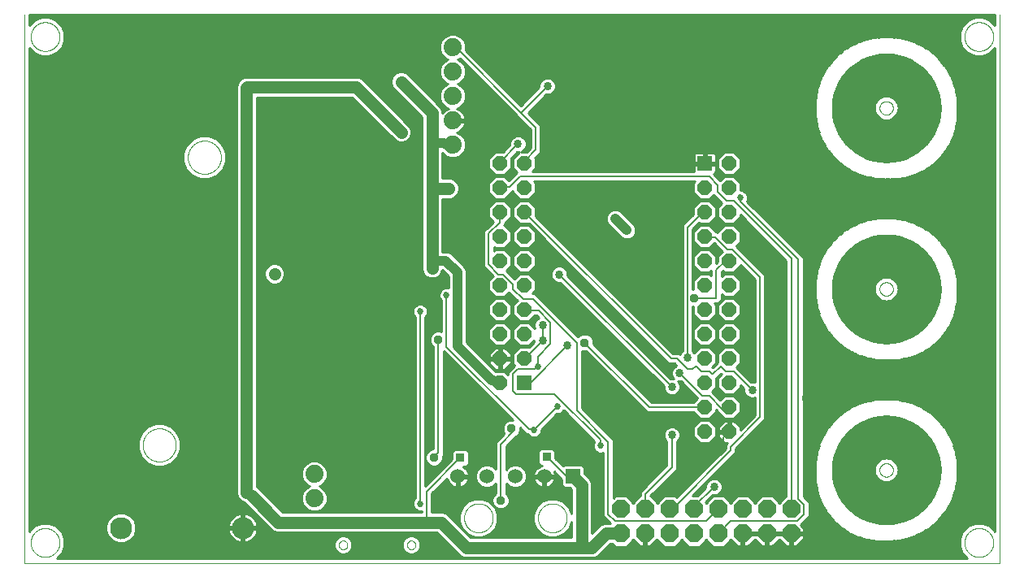
<source format=gbl>
G75*
%MOIN*%
%OFA0B0*%
%FSLAX25Y25*%
%IPPOS*%
%LPD*%
%AMOC8*
5,1,8,0,0,1.08239X$1,22.5*
%
%ADD10C,0.00000*%
%ADD11C,0.09055*%
%ADD12R,0.06000X0.06000*%
%ADD13OC8,0.06000*%
%ADD14R,0.06024X0.06024*%
%ADD15C,0.06024*%
%ADD16C,0.02800*%
%ADD17C,0.01000*%
%ADD18C,0.07400*%
%ADD19OC8,0.07400*%
%ADD20C,0.03762*%
%ADD21C,0.04000*%
%ADD22C,0.00800*%
%ADD23C,0.03400*%
%ADD24C,0.02700*%
%ADD25C,0.03369*%
%ADD26R,0.03762X0.03762*%
%ADD27C,0.05000*%
D10*
X0001500Y0014400D02*
X0401500Y0014400D01*
X0401500Y0239400D01*
X0387094Y0230400D02*
X0387096Y0230553D01*
X0387102Y0230707D01*
X0387112Y0230860D01*
X0387126Y0231012D01*
X0387144Y0231165D01*
X0387166Y0231316D01*
X0387191Y0231467D01*
X0387221Y0231618D01*
X0387255Y0231768D01*
X0387292Y0231916D01*
X0387333Y0232064D01*
X0387378Y0232210D01*
X0387427Y0232356D01*
X0387480Y0232500D01*
X0387536Y0232642D01*
X0387596Y0232783D01*
X0387660Y0232923D01*
X0387727Y0233061D01*
X0387798Y0233197D01*
X0387873Y0233331D01*
X0387950Y0233463D01*
X0388032Y0233593D01*
X0388116Y0233721D01*
X0388204Y0233847D01*
X0388295Y0233970D01*
X0388389Y0234091D01*
X0388487Y0234209D01*
X0388587Y0234325D01*
X0388691Y0234438D01*
X0388797Y0234549D01*
X0388906Y0234657D01*
X0389018Y0234762D01*
X0389132Y0234863D01*
X0389250Y0234962D01*
X0389369Y0235058D01*
X0389491Y0235151D01*
X0389616Y0235240D01*
X0389743Y0235327D01*
X0389872Y0235409D01*
X0390003Y0235489D01*
X0390136Y0235565D01*
X0390271Y0235638D01*
X0390408Y0235707D01*
X0390547Y0235772D01*
X0390687Y0235834D01*
X0390829Y0235892D01*
X0390972Y0235947D01*
X0391117Y0235998D01*
X0391263Y0236045D01*
X0391410Y0236088D01*
X0391558Y0236127D01*
X0391707Y0236163D01*
X0391857Y0236194D01*
X0392008Y0236222D01*
X0392159Y0236246D01*
X0392312Y0236266D01*
X0392464Y0236282D01*
X0392617Y0236294D01*
X0392770Y0236302D01*
X0392923Y0236306D01*
X0393077Y0236306D01*
X0393230Y0236302D01*
X0393383Y0236294D01*
X0393536Y0236282D01*
X0393688Y0236266D01*
X0393841Y0236246D01*
X0393992Y0236222D01*
X0394143Y0236194D01*
X0394293Y0236163D01*
X0394442Y0236127D01*
X0394590Y0236088D01*
X0394737Y0236045D01*
X0394883Y0235998D01*
X0395028Y0235947D01*
X0395171Y0235892D01*
X0395313Y0235834D01*
X0395453Y0235772D01*
X0395592Y0235707D01*
X0395729Y0235638D01*
X0395864Y0235565D01*
X0395997Y0235489D01*
X0396128Y0235409D01*
X0396257Y0235327D01*
X0396384Y0235240D01*
X0396509Y0235151D01*
X0396631Y0235058D01*
X0396750Y0234962D01*
X0396868Y0234863D01*
X0396982Y0234762D01*
X0397094Y0234657D01*
X0397203Y0234549D01*
X0397309Y0234438D01*
X0397413Y0234325D01*
X0397513Y0234209D01*
X0397611Y0234091D01*
X0397705Y0233970D01*
X0397796Y0233847D01*
X0397884Y0233721D01*
X0397968Y0233593D01*
X0398050Y0233463D01*
X0398127Y0233331D01*
X0398202Y0233197D01*
X0398273Y0233061D01*
X0398340Y0232923D01*
X0398404Y0232783D01*
X0398464Y0232642D01*
X0398520Y0232500D01*
X0398573Y0232356D01*
X0398622Y0232210D01*
X0398667Y0232064D01*
X0398708Y0231916D01*
X0398745Y0231768D01*
X0398779Y0231618D01*
X0398809Y0231467D01*
X0398834Y0231316D01*
X0398856Y0231165D01*
X0398874Y0231012D01*
X0398888Y0230860D01*
X0398898Y0230707D01*
X0398904Y0230553D01*
X0398906Y0230400D01*
X0398904Y0230247D01*
X0398898Y0230093D01*
X0398888Y0229940D01*
X0398874Y0229788D01*
X0398856Y0229635D01*
X0398834Y0229484D01*
X0398809Y0229333D01*
X0398779Y0229182D01*
X0398745Y0229032D01*
X0398708Y0228884D01*
X0398667Y0228736D01*
X0398622Y0228590D01*
X0398573Y0228444D01*
X0398520Y0228300D01*
X0398464Y0228158D01*
X0398404Y0228017D01*
X0398340Y0227877D01*
X0398273Y0227739D01*
X0398202Y0227603D01*
X0398127Y0227469D01*
X0398050Y0227337D01*
X0397968Y0227207D01*
X0397884Y0227079D01*
X0397796Y0226953D01*
X0397705Y0226830D01*
X0397611Y0226709D01*
X0397513Y0226591D01*
X0397413Y0226475D01*
X0397309Y0226362D01*
X0397203Y0226251D01*
X0397094Y0226143D01*
X0396982Y0226038D01*
X0396868Y0225937D01*
X0396750Y0225838D01*
X0396631Y0225742D01*
X0396509Y0225649D01*
X0396384Y0225560D01*
X0396257Y0225473D01*
X0396128Y0225391D01*
X0395997Y0225311D01*
X0395864Y0225235D01*
X0395729Y0225162D01*
X0395592Y0225093D01*
X0395453Y0225028D01*
X0395313Y0224966D01*
X0395171Y0224908D01*
X0395028Y0224853D01*
X0394883Y0224802D01*
X0394737Y0224755D01*
X0394590Y0224712D01*
X0394442Y0224673D01*
X0394293Y0224637D01*
X0394143Y0224606D01*
X0393992Y0224578D01*
X0393841Y0224554D01*
X0393688Y0224534D01*
X0393536Y0224518D01*
X0393383Y0224506D01*
X0393230Y0224498D01*
X0393077Y0224494D01*
X0392923Y0224494D01*
X0392770Y0224498D01*
X0392617Y0224506D01*
X0392464Y0224518D01*
X0392312Y0224534D01*
X0392159Y0224554D01*
X0392008Y0224578D01*
X0391857Y0224606D01*
X0391707Y0224637D01*
X0391558Y0224673D01*
X0391410Y0224712D01*
X0391263Y0224755D01*
X0391117Y0224802D01*
X0390972Y0224853D01*
X0390829Y0224908D01*
X0390687Y0224966D01*
X0390547Y0225028D01*
X0390408Y0225093D01*
X0390271Y0225162D01*
X0390136Y0225235D01*
X0390003Y0225311D01*
X0389872Y0225391D01*
X0389743Y0225473D01*
X0389616Y0225560D01*
X0389491Y0225649D01*
X0389369Y0225742D01*
X0389250Y0225838D01*
X0389132Y0225937D01*
X0389018Y0226038D01*
X0388906Y0226143D01*
X0388797Y0226251D01*
X0388691Y0226362D01*
X0388587Y0226475D01*
X0388487Y0226591D01*
X0388389Y0226709D01*
X0388295Y0226830D01*
X0388204Y0226953D01*
X0388116Y0227079D01*
X0388032Y0227207D01*
X0387950Y0227337D01*
X0387873Y0227469D01*
X0387798Y0227603D01*
X0387727Y0227739D01*
X0387660Y0227877D01*
X0387596Y0228017D01*
X0387536Y0228158D01*
X0387480Y0228300D01*
X0387427Y0228444D01*
X0387378Y0228590D01*
X0387333Y0228736D01*
X0387292Y0228884D01*
X0387255Y0229032D01*
X0387221Y0229182D01*
X0387191Y0229333D01*
X0387166Y0229484D01*
X0387144Y0229635D01*
X0387126Y0229788D01*
X0387112Y0229940D01*
X0387102Y0230093D01*
X0387096Y0230247D01*
X0387094Y0230400D01*
X0352244Y0201150D02*
X0352246Y0201255D01*
X0352252Y0201360D01*
X0352262Y0201464D01*
X0352276Y0201568D01*
X0352294Y0201672D01*
X0352316Y0201774D01*
X0352341Y0201876D01*
X0352371Y0201977D01*
X0352404Y0202076D01*
X0352441Y0202174D01*
X0352482Y0202271D01*
X0352527Y0202366D01*
X0352575Y0202459D01*
X0352626Y0202551D01*
X0352682Y0202640D01*
X0352740Y0202727D01*
X0352802Y0202812D01*
X0352866Y0202895D01*
X0352934Y0202975D01*
X0353005Y0203052D01*
X0353079Y0203126D01*
X0353156Y0203198D01*
X0353235Y0203267D01*
X0353317Y0203332D01*
X0353401Y0203395D01*
X0353488Y0203454D01*
X0353577Y0203510D01*
X0353668Y0203563D01*
X0353761Y0203612D01*
X0353855Y0203657D01*
X0353951Y0203699D01*
X0354049Y0203737D01*
X0354148Y0203771D01*
X0354249Y0203802D01*
X0354350Y0203828D01*
X0354453Y0203851D01*
X0354556Y0203870D01*
X0354660Y0203885D01*
X0354764Y0203896D01*
X0354869Y0203903D01*
X0354974Y0203906D01*
X0355079Y0203905D01*
X0355184Y0203900D01*
X0355288Y0203891D01*
X0355392Y0203878D01*
X0355496Y0203861D01*
X0355599Y0203840D01*
X0355701Y0203815D01*
X0355802Y0203787D01*
X0355901Y0203754D01*
X0356000Y0203718D01*
X0356097Y0203678D01*
X0356192Y0203635D01*
X0356286Y0203587D01*
X0356378Y0203537D01*
X0356468Y0203483D01*
X0356556Y0203425D01*
X0356641Y0203364D01*
X0356724Y0203300D01*
X0356805Y0203233D01*
X0356883Y0203163D01*
X0356958Y0203089D01*
X0357030Y0203014D01*
X0357100Y0202935D01*
X0357166Y0202854D01*
X0357230Y0202770D01*
X0357290Y0202684D01*
X0357346Y0202596D01*
X0357400Y0202505D01*
X0357450Y0202413D01*
X0357496Y0202319D01*
X0357539Y0202223D01*
X0357578Y0202125D01*
X0357613Y0202027D01*
X0357644Y0201926D01*
X0357672Y0201825D01*
X0357696Y0201723D01*
X0357716Y0201620D01*
X0357732Y0201516D01*
X0357744Y0201412D01*
X0357752Y0201307D01*
X0357756Y0201202D01*
X0357756Y0201098D01*
X0357752Y0200993D01*
X0357744Y0200888D01*
X0357732Y0200784D01*
X0357716Y0200680D01*
X0357696Y0200577D01*
X0357672Y0200475D01*
X0357644Y0200374D01*
X0357613Y0200273D01*
X0357578Y0200175D01*
X0357539Y0200077D01*
X0357496Y0199981D01*
X0357450Y0199887D01*
X0357400Y0199795D01*
X0357346Y0199704D01*
X0357290Y0199616D01*
X0357230Y0199530D01*
X0357166Y0199446D01*
X0357100Y0199365D01*
X0357030Y0199286D01*
X0356958Y0199211D01*
X0356883Y0199137D01*
X0356805Y0199067D01*
X0356724Y0199000D01*
X0356641Y0198936D01*
X0356556Y0198875D01*
X0356468Y0198817D01*
X0356378Y0198763D01*
X0356286Y0198713D01*
X0356192Y0198665D01*
X0356097Y0198622D01*
X0356000Y0198582D01*
X0355901Y0198546D01*
X0355802Y0198513D01*
X0355701Y0198485D01*
X0355599Y0198460D01*
X0355496Y0198439D01*
X0355392Y0198422D01*
X0355288Y0198409D01*
X0355184Y0198400D01*
X0355079Y0198395D01*
X0354974Y0198394D01*
X0354869Y0198397D01*
X0354764Y0198404D01*
X0354660Y0198415D01*
X0354556Y0198430D01*
X0354453Y0198449D01*
X0354350Y0198472D01*
X0354249Y0198498D01*
X0354148Y0198529D01*
X0354049Y0198563D01*
X0353951Y0198601D01*
X0353855Y0198643D01*
X0353761Y0198688D01*
X0353668Y0198737D01*
X0353577Y0198790D01*
X0353488Y0198846D01*
X0353401Y0198905D01*
X0353317Y0198968D01*
X0353235Y0199033D01*
X0353156Y0199102D01*
X0353079Y0199174D01*
X0353005Y0199248D01*
X0352934Y0199325D01*
X0352866Y0199405D01*
X0352802Y0199488D01*
X0352740Y0199573D01*
X0352682Y0199660D01*
X0352626Y0199749D01*
X0352575Y0199841D01*
X0352527Y0199934D01*
X0352482Y0200029D01*
X0352441Y0200126D01*
X0352404Y0200224D01*
X0352371Y0200323D01*
X0352341Y0200424D01*
X0352316Y0200526D01*
X0352294Y0200628D01*
X0352276Y0200732D01*
X0352262Y0200836D01*
X0352252Y0200940D01*
X0352246Y0201045D01*
X0352244Y0201150D01*
X0352244Y0126900D02*
X0352246Y0127005D01*
X0352252Y0127110D01*
X0352262Y0127214D01*
X0352276Y0127318D01*
X0352294Y0127422D01*
X0352316Y0127524D01*
X0352341Y0127626D01*
X0352371Y0127727D01*
X0352404Y0127826D01*
X0352441Y0127924D01*
X0352482Y0128021D01*
X0352527Y0128116D01*
X0352575Y0128209D01*
X0352626Y0128301D01*
X0352682Y0128390D01*
X0352740Y0128477D01*
X0352802Y0128562D01*
X0352866Y0128645D01*
X0352934Y0128725D01*
X0353005Y0128802D01*
X0353079Y0128876D01*
X0353156Y0128948D01*
X0353235Y0129017D01*
X0353317Y0129082D01*
X0353401Y0129145D01*
X0353488Y0129204D01*
X0353577Y0129260D01*
X0353668Y0129313D01*
X0353761Y0129362D01*
X0353855Y0129407D01*
X0353951Y0129449D01*
X0354049Y0129487D01*
X0354148Y0129521D01*
X0354249Y0129552D01*
X0354350Y0129578D01*
X0354453Y0129601D01*
X0354556Y0129620D01*
X0354660Y0129635D01*
X0354764Y0129646D01*
X0354869Y0129653D01*
X0354974Y0129656D01*
X0355079Y0129655D01*
X0355184Y0129650D01*
X0355288Y0129641D01*
X0355392Y0129628D01*
X0355496Y0129611D01*
X0355599Y0129590D01*
X0355701Y0129565D01*
X0355802Y0129537D01*
X0355901Y0129504D01*
X0356000Y0129468D01*
X0356097Y0129428D01*
X0356192Y0129385D01*
X0356286Y0129337D01*
X0356378Y0129287D01*
X0356468Y0129233D01*
X0356556Y0129175D01*
X0356641Y0129114D01*
X0356724Y0129050D01*
X0356805Y0128983D01*
X0356883Y0128913D01*
X0356958Y0128839D01*
X0357030Y0128764D01*
X0357100Y0128685D01*
X0357166Y0128604D01*
X0357230Y0128520D01*
X0357290Y0128434D01*
X0357346Y0128346D01*
X0357400Y0128255D01*
X0357450Y0128163D01*
X0357496Y0128069D01*
X0357539Y0127973D01*
X0357578Y0127875D01*
X0357613Y0127777D01*
X0357644Y0127676D01*
X0357672Y0127575D01*
X0357696Y0127473D01*
X0357716Y0127370D01*
X0357732Y0127266D01*
X0357744Y0127162D01*
X0357752Y0127057D01*
X0357756Y0126952D01*
X0357756Y0126848D01*
X0357752Y0126743D01*
X0357744Y0126638D01*
X0357732Y0126534D01*
X0357716Y0126430D01*
X0357696Y0126327D01*
X0357672Y0126225D01*
X0357644Y0126124D01*
X0357613Y0126023D01*
X0357578Y0125925D01*
X0357539Y0125827D01*
X0357496Y0125731D01*
X0357450Y0125637D01*
X0357400Y0125545D01*
X0357346Y0125454D01*
X0357290Y0125366D01*
X0357230Y0125280D01*
X0357166Y0125196D01*
X0357100Y0125115D01*
X0357030Y0125036D01*
X0356958Y0124961D01*
X0356883Y0124887D01*
X0356805Y0124817D01*
X0356724Y0124750D01*
X0356641Y0124686D01*
X0356556Y0124625D01*
X0356468Y0124567D01*
X0356378Y0124513D01*
X0356286Y0124463D01*
X0356192Y0124415D01*
X0356097Y0124372D01*
X0356000Y0124332D01*
X0355901Y0124296D01*
X0355802Y0124263D01*
X0355701Y0124235D01*
X0355599Y0124210D01*
X0355496Y0124189D01*
X0355392Y0124172D01*
X0355288Y0124159D01*
X0355184Y0124150D01*
X0355079Y0124145D01*
X0354974Y0124144D01*
X0354869Y0124147D01*
X0354764Y0124154D01*
X0354660Y0124165D01*
X0354556Y0124180D01*
X0354453Y0124199D01*
X0354350Y0124222D01*
X0354249Y0124248D01*
X0354148Y0124279D01*
X0354049Y0124313D01*
X0353951Y0124351D01*
X0353855Y0124393D01*
X0353761Y0124438D01*
X0353668Y0124487D01*
X0353577Y0124540D01*
X0353488Y0124596D01*
X0353401Y0124655D01*
X0353317Y0124718D01*
X0353235Y0124783D01*
X0353156Y0124852D01*
X0353079Y0124924D01*
X0353005Y0124998D01*
X0352934Y0125075D01*
X0352866Y0125155D01*
X0352802Y0125238D01*
X0352740Y0125323D01*
X0352682Y0125410D01*
X0352626Y0125499D01*
X0352575Y0125591D01*
X0352527Y0125684D01*
X0352482Y0125779D01*
X0352441Y0125876D01*
X0352404Y0125974D01*
X0352371Y0126073D01*
X0352341Y0126174D01*
X0352316Y0126276D01*
X0352294Y0126378D01*
X0352276Y0126482D01*
X0352262Y0126586D01*
X0352252Y0126690D01*
X0352246Y0126795D01*
X0352244Y0126900D01*
X0352244Y0052650D02*
X0352246Y0052755D01*
X0352252Y0052860D01*
X0352262Y0052964D01*
X0352276Y0053068D01*
X0352294Y0053172D01*
X0352316Y0053274D01*
X0352341Y0053376D01*
X0352371Y0053477D01*
X0352404Y0053576D01*
X0352441Y0053674D01*
X0352482Y0053771D01*
X0352527Y0053866D01*
X0352575Y0053959D01*
X0352626Y0054051D01*
X0352682Y0054140D01*
X0352740Y0054227D01*
X0352802Y0054312D01*
X0352866Y0054395D01*
X0352934Y0054475D01*
X0353005Y0054552D01*
X0353079Y0054626D01*
X0353156Y0054698D01*
X0353235Y0054767D01*
X0353317Y0054832D01*
X0353401Y0054895D01*
X0353488Y0054954D01*
X0353577Y0055010D01*
X0353668Y0055063D01*
X0353761Y0055112D01*
X0353855Y0055157D01*
X0353951Y0055199D01*
X0354049Y0055237D01*
X0354148Y0055271D01*
X0354249Y0055302D01*
X0354350Y0055328D01*
X0354453Y0055351D01*
X0354556Y0055370D01*
X0354660Y0055385D01*
X0354764Y0055396D01*
X0354869Y0055403D01*
X0354974Y0055406D01*
X0355079Y0055405D01*
X0355184Y0055400D01*
X0355288Y0055391D01*
X0355392Y0055378D01*
X0355496Y0055361D01*
X0355599Y0055340D01*
X0355701Y0055315D01*
X0355802Y0055287D01*
X0355901Y0055254D01*
X0356000Y0055218D01*
X0356097Y0055178D01*
X0356192Y0055135D01*
X0356286Y0055087D01*
X0356378Y0055037D01*
X0356468Y0054983D01*
X0356556Y0054925D01*
X0356641Y0054864D01*
X0356724Y0054800D01*
X0356805Y0054733D01*
X0356883Y0054663D01*
X0356958Y0054589D01*
X0357030Y0054514D01*
X0357100Y0054435D01*
X0357166Y0054354D01*
X0357230Y0054270D01*
X0357290Y0054184D01*
X0357346Y0054096D01*
X0357400Y0054005D01*
X0357450Y0053913D01*
X0357496Y0053819D01*
X0357539Y0053723D01*
X0357578Y0053625D01*
X0357613Y0053527D01*
X0357644Y0053426D01*
X0357672Y0053325D01*
X0357696Y0053223D01*
X0357716Y0053120D01*
X0357732Y0053016D01*
X0357744Y0052912D01*
X0357752Y0052807D01*
X0357756Y0052702D01*
X0357756Y0052598D01*
X0357752Y0052493D01*
X0357744Y0052388D01*
X0357732Y0052284D01*
X0357716Y0052180D01*
X0357696Y0052077D01*
X0357672Y0051975D01*
X0357644Y0051874D01*
X0357613Y0051773D01*
X0357578Y0051675D01*
X0357539Y0051577D01*
X0357496Y0051481D01*
X0357450Y0051387D01*
X0357400Y0051295D01*
X0357346Y0051204D01*
X0357290Y0051116D01*
X0357230Y0051030D01*
X0357166Y0050946D01*
X0357100Y0050865D01*
X0357030Y0050786D01*
X0356958Y0050711D01*
X0356883Y0050637D01*
X0356805Y0050567D01*
X0356724Y0050500D01*
X0356641Y0050436D01*
X0356556Y0050375D01*
X0356468Y0050317D01*
X0356378Y0050263D01*
X0356286Y0050213D01*
X0356192Y0050165D01*
X0356097Y0050122D01*
X0356000Y0050082D01*
X0355901Y0050046D01*
X0355802Y0050013D01*
X0355701Y0049985D01*
X0355599Y0049960D01*
X0355496Y0049939D01*
X0355392Y0049922D01*
X0355288Y0049909D01*
X0355184Y0049900D01*
X0355079Y0049895D01*
X0354974Y0049894D01*
X0354869Y0049897D01*
X0354764Y0049904D01*
X0354660Y0049915D01*
X0354556Y0049930D01*
X0354453Y0049949D01*
X0354350Y0049972D01*
X0354249Y0049998D01*
X0354148Y0050029D01*
X0354049Y0050063D01*
X0353951Y0050101D01*
X0353855Y0050143D01*
X0353761Y0050188D01*
X0353668Y0050237D01*
X0353577Y0050290D01*
X0353488Y0050346D01*
X0353401Y0050405D01*
X0353317Y0050468D01*
X0353235Y0050533D01*
X0353156Y0050602D01*
X0353079Y0050674D01*
X0353005Y0050748D01*
X0352934Y0050825D01*
X0352866Y0050905D01*
X0352802Y0050988D01*
X0352740Y0051073D01*
X0352682Y0051160D01*
X0352626Y0051249D01*
X0352575Y0051341D01*
X0352527Y0051434D01*
X0352482Y0051529D01*
X0352441Y0051626D01*
X0352404Y0051724D01*
X0352371Y0051823D01*
X0352341Y0051924D01*
X0352316Y0052026D01*
X0352294Y0052128D01*
X0352276Y0052232D01*
X0352262Y0052336D01*
X0352252Y0052440D01*
X0352246Y0052545D01*
X0352244Y0052650D01*
X0387094Y0022900D02*
X0387096Y0023053D01*
X0387102Y0023207D01*
X0387112Y0023360D01*
X0387126Y0023512D01*
X0387144Y0023665D01*
X0387166Y0023816D01*
X0387191Y0023967D01*
X0387221Y0024118D01*
X0387255Y0024268D01*
X0387292Y0024416D01*
X0387333Y0024564D01*
X0387378Y0024710D01*
X0387427Y0024856D01*
X0387480Y0025000D01*
X0387536Y0025142D01*
X0387596Y0025283D01*
X0387660Y0025423D01*
X0387727Y0025561D01*
X0387798Y0025697D01*
X0387873Y0025831D01*
X0387950Y0025963D01*
X0388032Y0026093D01*
X0388116Y0026221D01*
X0388204Y0026347D01*
X0388295Y0026470D01*
X0388389Y0026591D01*
X0388487Y0026709D01*
X0388587Y0026825D01*
X0388691Y0026938D01*
X0388797Y0027049D01*
X0388906Y0027157D01*
X0389018Y0027262D01*
X0389132Y0027363D01*
X0389250Y0027462D01*
X0389369Y0027558D01*
X0389491Y0027651D01*
X0389616Y0027740D01*
X0389743Y0027827D01*
X0389872Y0027909D01*
X0390003Y0027989D01*
X0390136Y0028065D01*
X0390271Y0028138D01*
X0390408Y0028207D01*
X0390547Y0028272D01*
X0390687Y0028334D01*
X0390829Y0028392D01*
X0390972Y0028447D01*
X0391117Y0028498D01*
X0391263Y0028545D01*
X0391410Y0028588D01*
X0391558Y0028627D01*
X0391707Y0028663D01*
X0391857Y0028694D01*
X0392008Y0028722D01*
X0392159Y0028746D01*
X0392312Y0028766D01*
X0392464Y0028782D01*
X0392617Y0028794D01*
X0392770Y0028802D01*
X0392923Y0028806D01*
X0393077Y0028806D01*
X0393230Y0028802D01*
X0393383Y0028794D01*
X0393536Y0028782D01*
X0393688Y0028766D01*
X0393841Y0028746D01*
X0393992Y0028722D01*
X0394143Y0028694D01*
X0394293Y0028663D01*
X0394442Y0028627D01*
X0394590Y0028588D01*
X0394737Y0028545D01*
X0394883Y0028498D01*
X0395028Y0028447D01*
X0395171Y0028392D01*
X0395313Y0028334D01*
X0395453Y0028272D01*
X0395592Y0028207D01*
X0395729Y0028138D01*
X0395864Y0028065D01*
X0395997Y0027989D01*
X0396128Y0027909D01*
X0396257Y0027827D01*
X0396384Y0027740D01*
X0396509Y0027651D01*
X0396631Y0027558D01*
X0396750Y0027462D01*
X0396868Y0027363D01*
X0396982Y0027262D01*
X0397094Y0027157D01*
X0397203Y0027049D01*
X0397309Y0026938D01*
X0397413Y0026825D01*
X0397513Y0026709D01*
X0397611Y0026591D01*
X0397705Y0026470D01*
X0397796Y0026347D01*
X0397884Y0026221D01*
X0397968Y0026093D01*
X0398050Y0025963D01*
X0398127Y0025831D01*
X0398202Y0025697D01*
X0398273Y0025561D01*
X0398340Y0025423D01*
X0398404Y0025283D01*
X0398464Y0025142D01*
X0398520Y0025000D01*
X0398573Y0024856D01*
X0398622Y0024710D01*
X0398667Y0024564D01*
X0398708Y0024416D01*
X0398745Y0024268D01*
X0398779Y0024118D01*
X0398809Y0023967D01*
X0398834Y0023816D01*
X0398856Y0023665D01*
X0398874Y0023512D01*
X0398888Y0023360D01*
X0398898Y0023207D01*
X0398904Y0023053D01*
X0398906Y0022900D01*
X0398904Y0022747D01*
X0398898Y0022593D01*
X0398888Y0022440D01*
X0398874Y0022288D01*
X0398856Y0022135D01*
X0398834Y0021984D01*
X0398809Y0021833D01*
X0398779Y0021682D01*
X0398745Y0021532D01*
X0398708Y0021384D01*
X0398667Y0021236D01*
X0398622Y0021090D01*
X0398573Y0020944D01*
X0398520Y0020800D01*
X0398464Y0020658D01*
X0398404Y0020517D01*
X0398340Y0020377D01*
X0398273Y0020239D01*
X0398202Y0020103D01*
X0398127Y0019969D01*
X0398050Y0019837D01*
X0397968Y0019707D01*
X0397884Y0019579D01*
X0397796Y0019453D01*
X0397705Y0019330D01*
X0397611Y0019209D01*
X0397513Y0019091D01*
X0397413Y0018975D01*
X0397309Y0018862D01*
X0397203Y0018751D01*
X0397094Y0018643D01*
X0396982Y0018538D01*
X0396868Y0018437D01*
X0396750Y0018338D01*
X0396631Y0018242D01*
X0396509Y0018149D01*
X0396384Y0018060D01*
X0396257Y0017973D01*
X0396128Y0017891D01*
X0395997Y0017811D01*
X0395864Y0017735D01*
X0395729Y0017662D01*
X0395592Y0017593D01*
X0395453Y0017528D01*
X0395313Y0017466D01*
X0395171Y0017408D01*
X0395028Y0017353D01*
X0394883Y0017302D01*
X0394737Y0017255D01*
X0394590Y0017212D01*
X0394442Y0017173D01*
X0394293Y0017137D01*
X0394143Y0017106D01*
X0393992Y0017078D01*
X0393841Y0017054D01*
X0393688Y0017034D01*
X0393536Y0017018D01*
X0393383Y0017006D01*
X0393230Y0016998D01*
X0393077Y0016994D01*
X0392923Y0016994D01*
X0392770Y0016998D01*
X0392617Y0017006D01*
X0392464Y0017018D01*
X0392312Y0017034D01*
X0392159Y0017054D01*
X0392008Y0017078D01*
X0391857Y0017106D01*
X0391707Y0017137D01*
X0391558Y0017173D01*
X0391410Y0017212D01*
X0391263Y0017255D01*
X0391117Y0017302D01*
X0390972Y0017353D01*
X0390829Y0017408D01*
X0390687Y0017466D01*
X0390547Y0017528D01*
X0390408Y0017593D01*
X0390271Y0017662D01*
X0390136Y0017735D01*
X0390003Y0017811D01*
X0389872Y0017891D01*
X0389743Y0017973D01*
X0389616Y0018060D01*
X0389491Y0018149D01*
X0389369Y0018242D01*
X0389250Y0018338D01*
X0389132Y0018437D01*
X0389018Y0018538D01*
X0388906Y0018643D01*
X0388797Y0018751D01*
X0388691Y0018862D01*
X0388587Y0018975D01*
X0388487Y0019091D01*
X0388389Y0019209D01*
X0388295Y0019330D01*
X0388204Y0019453D01*
X0388116Y0019579D01*
X0388032Y0019707D01*
X0387950Y0019837D01*
X0387873Y0019969D01*
X0387798Y0020103D01*
X0387727Y0020239D01*
X0387660Y0020377D01*
X0387596Y0020517D01*
X0387536Y0020658D01*
X0387480Y0020800D01*
X0387427Y0020944D01*
X0387378Y0021090D01*
X0387333Y0021236D01*
X0387292Y0021384D01*
X0387255Y0021532D01*
X0387221Y0021682D01*
X0387191Y0021833D01*
X0387166Y0021984D01*
X0387144Y0022135D01*
X0387126Y0022288D01*
X0387112Y0022440D01*
X0387102Y0022593D01*
X0387096Y0022747D01*
X0387094Y0022900D01*
X0212151Y0033000D02*
X0212153Y0033153D01*
X0212159Y0033307D01*
X0212169Y0033460D01*
X0212183Y0033612D01*
X0212201Y0033765D01*
X0212223Y0033916D01*
X0212248Y0034067D01*
X0212278Y0034218D01*
X0212312Y0034368D01*
X0212349Y0034516D01*
X0212390Y0034664D01*
X0212435Y0034810D01*
X0212484Y0034956D01*
X0212537Y0035100D01*
X0212593Y0035242D01*
X0212653Y0035383D01*
X0212717Y0035523D01*
X0212784Y0035661D01*
X0212855Y0035797D01*
X0212930Y0035931D01*
X0213007Y0036063D01*
X0213089Y0036193D01*
X0213173Y0036321D01*
X0213261Y0036447D01*
X0213352Y0036570D01*
X0213446Y0036691D01*
X0213544Y0036809D01*
X0213644Y0036925D01*
X0213748Y0037038D01*
X0213854Y0037149D01*
X0213963Y0037257D01*
X0214075Y0037362D01*
X0214189Y0037463D01*
X0214307Y0037562D01*
X0214426Y0037658D01*
X0214548Y0037751D01*
X0214673Y0037840D01*
X0214800Y0037927D01*
X0214929Y0038009D01*
X0215060Y0038089D01*
X0215193Y0038165D01*
X0215328Y0038238D01*
X0215465Y0038307D01*
X0215604Y0038372D01*
X0215744Y0038434D01*
X0215886Y0038492D01*
X0216029Y0038547D01*
X0216174Y0038598D01*
X0216320Y0038645D01*
X0216467Y0038688D01*
X0216615Y0038727D01*
X0216764Y0038763D01*
X0216914Y0038794D01*
X0217065Y0038822D01*
X0217216Y0038846D01*
X0217369Y0038866D01*
X0217521Y0038882D01*
X0217674Y0038894D01*
X0217827Y0038902D01*
X0217980Y0038906D01*
X0218134Y0038906D01*
X0218287Y0038902D01*
X0218440Y0038894D01*
X0218593Y0038882D01*
X0218745Y0038866D01*
X0218898Y0038846D01*
X0219049Y0038822D01*
X0219200Y0038794D01*
X0219350Y0038763D01*
X0219499Y0038727D01*
X0219647Y0038688D01*
X0219794Y0038645D01*
X0219940Y0038598D01*
X0220085Y0038547D01*
X0220228Y0038492D01*
X0220370Y0038434D01*
X0220510Y0038372D01*
X0220649Y0038307D01*
X0220786Y0038238D01*
X0220921Y0038165D01*
X0221054Y0038089D01*
X0221185Y0038009D01*
X0221314Y0037927D01*
X0221441Y0037840D01*
X0221566Y0037751D01*
X0221688Y0037658D01*
X0221807Y0037562D01*
X0221925Y0037463D01*
X0222039Y0037362D01*
X0222151Y0037257D01*
X0222260Y0037149D01*
X0222366Y0037038D01*
X0222470Y0036925D01*
X0222570Y0036809D01*
X0222668Y0036691D01*
X0222762Y0036570D01*
X0222853Y0036447D01*
X0222941Y0036321D01*
X0223025Y0036193D01*
X0223107Y0036063D01*
X0223184Y0035931D01*
X0223259Y0035797D01*
X0223330Y0035661D01*
X0223397Y0035523D01*
X0223461Y0035383D01*
X0223521Y0035242D01*
X0223577Y0035100D01*
X0223630Y0034956D01*
X0223679Y0034810D01*
X0223724Y0034664D01*
X0223765Y0034516D01*
X0223802Y0034368D01*
X0223836Y0034218D01*
X0223866Y0034067D01*
X0223891Y0033916D01*
X0223913Y0033765D01*
X0223931Y0033612D01*
X0223945Y0033460D01*
X0223955Y0033307D01*
X0223961Y0033153D01*
X0223963Y0033000D01*
X0223961Y0032847D01*
X0223955Y0032693D01*
X0223945Y0032540D01*
X0223931Y0032388D01*
X0223913Y0032235D01*
X0223891Y0032084D01*
X0223866Y0031933D01*
X0223836Y0031782D01*
X0223802Y0031632D01*
X0223765Y0031484D01*
X0223724Y0031336D01*
X0223679Y0031190D01*
X0223630Y0031044D01*
X0223577Y0030900D01*
X0223521Y0030758D01*
X0223461Y0030617D01*
X0223397Y0030477D01*
X0223330Y0030339D01*
X0223259Y0030203D01*
X0223184Y0030069D01*
X0223107Y0029937D01*
X0223025Y0029807D01*
X0222941Y0029679D01*
X0222853Y0029553D01*
X0222762Y0029430D01*
X0222668Y0029309D01*
X0222570Y0029191D01*
X0222470Y0029075D01*
X0222366Y0028962D01*
X0222260Y0028851D01*
X0222151Y0028743D01*
X0222039Y0028638D01*
X0221925Y0028537D01*
X0221807Y0028438D01*
X0221688Y0028342D01*
X0221566Y0028249D01*
X0221441Y0028160D01*
X0221314Y0028073D01*
X0221185Y0027991D01*
X0221054Y0027911D01*
X0220921Y0027835D01*
X0220786Y0027762D01*
X0220649Y0027693D01*
X0220510Y0027628D01*
X0220370Y0027566D01*
X0220228Y0027508D01*
X0220085Y0027453D01*
X0219940Y0027402D01*
X0219794Y0027355D01*
X0219647Y0027312D01*
X0219499Y0027273D01*
X0219350Y0027237D01*
X0219200Y0027206D01*
X0219049Y0027178D01*
X0218898Y0027154D01*
X0218745Y0027134D01*
X0218593Y0027118D01*
X0218440Y0027106D01*
X0218287Y0027098D01*
X0218134Y0027094D01*
X0217980Y0027094D01*
X0217827Y0027098D01*
X0217674Y0027106D01*
X0217521Y0027118D01*
X0217369Y0027134D01*
X0217216Y0027154D01*
X0217065Y0027178D01*
X0216914Y0027206D01*
X0216764Y0027237D01*
X0216615Y0027273D01*
X0216467Y0027312D01*
X0216320Y0027355D01*
X0216174Y0027402D01*
X0216029Y0027453D01*
X0215886Y0027508D01*
X0215744Y0027566D01*
X0215604Y0027628D01*
X0215465Y0027693D01*
X0215328Y0027762D01*
X0215193Y0027835D01*
X0215060Y0027911D01*
X0214929Y0027991D01*
X0214800Y0028073D01*
X0214673Y0028160D01*
X0214548Y0028249D01*
X0214426Y0028342D01*
X0214307Y0028438D01*
X0214189Y0028537D01*
X0214075Y0028638D01*
X0213963Y0028743D01*
X0213854Y0028851D01*
X0213748Y0028962D01*
X0213644Y0029075D01*
X0213544Y0029191D01*
X0213446Y0029309D01*
X0213352Y0029430D01*
X0213261Y0029553D01*
X0213173Y0029679D01*
X0213089Y0029807D01*
X0213007Y0029937D01*
X0212930Y0030069D01*
X0212855Y0030203D01*
X0212784Y0030339D01*
X0212717Y0030477D01*
X0212653Y0030617D01*
X0212593Y0030758D01*
X0212537Y0030900D01*
X0212484Y0031044D01*
X0212435Y0031190D01*
X0212390Y0031336D01*
X0212349Y0031484D01*
X0212312Y0031632D01*
X0212278Y0031782D01*
X0212248Y0031933D01*
X0212223Y0032084D01*
X0212201Y0032235D01*
X0212183Y0032388D01*
X0212169Y0032540D01*
X0212159Y0032693D01*
X0212153Y0032847D01*
X0212151Y0033000D01*
X0181837Y0033000D02*
X0181839Y0033153D01*
X0181845Y0033307D01*
X0181855Y0033460D01*
X0181869Y0033612D01*
X0181887Y0033765D01*
X0181909Y0033916D01*
X0181934Y0034067D01*
X0181964Y0034218D01*
X0181998Y0034368D01*
X0182035Y0034516D01*
X0182076Y0034664D01*
X0182121Y0034810D01*
X0182170Y0034956D01*
X0182223Y0035100D01*
X0182279Y0035242D01*
X0182339Y0035383D01*
X0182403Y0035523D01*
X0182470Y0035661D01*
X0182541Y0035797D01*
X0182616Y0035931D01*
X0182693Y0036063D01*
X0182775Y0036193D01*
X0182859Y0036321D01*
X0182947Y0036447D01*
X0183038Y0036570D01*
X0183132Y0036691D01*
X0183230Y0036809D01*
X0183330Y0036925D01*
X0183434Y0037038D01*
X0183540Y0037149D01*
X0183649Y0037257D01*
X0183761Y0037362D01*
X0183875Y0037463D01*
X0183993Y0037562D01*
X0184112Y0037658D01*
X0184234Y0037751D01*
X0184359Y0037840D01*
X0184486Y0037927D01*
X0184615Y0038009D01*
X0184746Y0038089D01*
X0184879Y0038165D01*
X0185014Y0038238D01*
X0185151Y0038307D01*
X0185290Y0038372D01*
X0185430Y0038434D01*
X0185572Y0038492D01*
X0185715Y0038547D01*
X0185860Y0038598D01*
X0186006Y0038645D01*
X0186153Y0038688D01*
X0186301Y0038727D01*
X0186450Y0038763D01*
X0186600Y0038794D01*
X0186751Y0038822D01*
X0186902Y0038846D01*
X0187055Y0038866D01*
X0187207Y0038882D01*
X0187360Y0038894D01*
X0187513Y0038902D01*
X0187666Y0038906D01*
X0187820Y0038906D01*
X0187973Y0038902D01*
X0188126Y0038894D01*
X0188279Y0038882D01*
X0188431Y0038866D01*
X0188584Y0038846D01*
X0188735Y0038822D01*
X0188886Y0038794D01*
X0189036Y0038763D01*
X0189185Y0038727D01*
X0189333Y0038688D01*
X0189480Y0038645D01*
X0189626Y0038598D01*
X0189771Y0038547D01*
X0189914Y0038492D01*
X0190056Y0038434D01*
X0190196Y0038372D01*
X0190335Y0038307D01*
X0190472Y0038238D01*
X0190607Y0038165D01*
X0190740Y0038089D01*
X0190871Y0038009D01*
X0191000Y0037927D01*
X0191127Y0037840D01*
X0191252Y0037751D01*
X0191374Y0037658D01*
X0191493Y0037562D01*
X0191611Y0037463D01*
X0191725Y0037362D01*
X0191837Y0037257D01*
X0191946Y0037149D01*
X0192052Y0037038D01*
X0192156Y0036925D01*
X0192256Y0036809D01*
X0192354Y0036691D01*
X0192448Y0036570D01*
X0192539Y0036447D01*
X0192627Y0036321D01*
X0192711Y0036193D01*
X0192793Y0036063D01*
X0192870Y0035931D01*
X0192945Y0035797D01*
X0193016Y0035661D01*
X0193083Y0035523D01*
X0193147Y0035383D01*
X0193207Y0035242D01*
X0193263Y0035100D01*
X0193316Y0034956D01*
X0193365Y0034810D01*
X0193410Y0034664D01*
X0193451Y0034516D01*
X0193488Y0034368D01*
X0193522Y0034218D01*
X0193552Y0034067D01*
X0193577Y0033916D01*
X0193599Y0033765D01*
X0193617Y0033612D01*
X0193631Y0033460D01*
X0193641Y0033307D01*
X0193647Y0033153D01*
X0193649Y0033000D01*
X0193647Y0032847D01*
X0193641Y0032693D01*
X0193631Y0032540D01*
X0193617Y0032388D01*
X0193599Y0032235D01*
X0193577Y0032084D01*
X0193552Y0031933D01*
X0193522Y0031782D01*
X0193488Y0031632D01*
X0193451Y0031484D01*
X0193410Y0031336D01*
X0193365Y0031190D01*
X0193316Y0031044D01*
X0193263Y0030900D01*
X0193207Y0030758D01*
X0193147Y0030617D01*
X0193083Y0030477D01*
X0193016Y0030339D01*
X0192945Y0030203D01*
X0192870Y0030069D01*
X0192793Y0029937D01*
X0192711Y0029807D01*
X0192627Y0029679D01*
X0192539Y0029553D01*
X0192448Y0029430D01*
X0192354Y0029309D01*
X0192256Y0029191D01*
X0192156Y0029075D01*
X0192052Y0028962D01*
X0191946Y0028851D01*
X0191837Y0028743D01*
X0191725Y0028638D01*
X0191611Y0028537D01*
X0191493Y0028438D01*
X0191374Y0028342D01*
X0191252Y0028249D01*
X0191127Y0028160D01*
X0191000Y0028073D01*
X0190871Y0027991D01*
X0190740Y0027911D01*
X0190607Y0027835D01*
X0190472Y0027762D01*
X0190335Y0027693D01*
X0190196Y0027628D01*
X0190056Y0027566D01*
X0189914Y0027508D01*
X0189771Y0027453D01*
X0189626Y0027402D01*
X0189480Y0027355D01*
X0189333Y0027312D01*
X0189185Y0027273D01*
X0189036Y0027237D01*
X0188886Y0027206D01*
X0188735Y0027178D01*
X0188584Y0027154D01*
X0188431Y0027134D01*
X0188279Y0027118D01*
X0188126Y0027106D01*
X0187973Y0027098D01*
X0187820Y0027094D01*
X0187666Y0027094D01*
X0187513Y0027098D01*
X0187360Y0027106D01*
X0187207Y0027118D01*
X0187055Y0027134D01*
X0186902Y0027154D01*
X0186751Y0027178D01*
X0186600Y0027206D01*
X0186450Y0027237D01*
X0186301Y0027273D01*
X0186153Y0027312D01*
X0186006Y0027355D01*
X0185860Y0027402D01*
X0185715Y0027453D01*
X0185572Y0027508D01*
X0185430Y0027566D01*
X0185290Y0027628D01*
X0185151Y0027693D01*
X0185014Y0027762D01*
X0184879Y0027835D01*
X0184746Y0027911D01*
X0184615Y0027991D01*
X0184486Y0028073D01*
X0184359Y0028160D01*
X0184234Y0028249D01*
X0184112Y0028342D01*
X0183993Y0028438D01*
X0183875Y0028537D01*
X0183761Y0028638D01*
X0183649Y0028743D01*
X0183540Y0028851D01*
X0183434Y0028962D01*
X0183330Y0029075D01*
X0183230Y0029191D01*
X0183132Y0029309D01*
X0183038Y0029430D01*
X0182947Y0029553D01*
X0182859Y0029679D01*
X0182775Y0029807D01*
X0182693Y0029937D01*
X0182616Y0030069D01*
X0182541Y0030203D01*
X0182470Y0030339D01*
X0182403Y0030477D01*
X0182339Y0030617D01*
X0182279Y0030758D01*
X0182223Y0030900D01*
X0182170Y0031044D01*
X0182121Y0031190D01*
X0182076Y0031336D01*
X0182035Y0031484D01*
X0181998Y0031632D01*
X0181964Y0031782D01*
X0181934Y0031933D01*
X0181909Y0032084D01*
X0181887Y0032235D01*
X0181869Y0032388D01*
X0181855Y0032540D01*
X0181845Y0032693D01*
X0181839Y0032847D01*
X0181837Y0033000D01*
X0158404Y0021900D02*
X0158406Y0021984D01*
X0158412Y0022067D01*
X0158422Y0022150D01*
X0158436Y0022233D01*
X0158453Y0022315D01*
X0158475Y0022396D01*
X0158500Y0022475D01*
X0158529Y0022554D01*
X0158562Y0022631D01*
X0158598Y0022706D01*
X0158638Y0022780D01*
X0158681Y0022852D01*
X0158728Y0022921D01*
X0158778Y0022988D01*
X0158831Y0023053D01*
X0158887Y0023115D01*
X0158945Y0023175D01*
X0159007Y0023232D01*
X0159071Y0023285D01*
X0159138Y0023336D01*
X0159207Y0023383D01*
X0159278Y0023428D01*
X0159351Y0023468D01*
X0159426Y0023505D01*
X0159503Y0023539D01*
X0159581Y0023569D01*
X0159660Y0023595D01*
X0159741Y0023618D01*
X0159823Y0023636D01*
X0159905Y0023651D01*
X0159988Y0023662D01*
X0160071Y0023669D01*
X0160155Y0023672D01*
X0160239Y0023671D01*
X0160322Y0023666D01*
X0160406Y0023657D01*
X0160488Y0023644D01*
X0160570Y0023628D01*
X0160651Y0023607D01*
X0160732Y0023583D01*
X0160810Y0023555D01*
X0160888Y0023523D01*
X0160964Y0023487D01*
X0161038Y0023448D01*
X0161110Y0023406D01*
X0161180Y0023360D01*
X0161248Y0023311D01*
X0161313Y0023259D01*
X0161376Y0023204D01*
X0161436Y0023146D01*
X0161494Y0023085D01*
X0161548Y0023021D01*
X0161600Y0022955D01*
X0161648Y0022887D01*
X0161693Y0022816D01*
X0161734Y0022743D01*
X0161773Y0022669D01*
X0161807Y0022593D01*
X0161838Y0022515D01*
X0161865Y0022436D01*
X0161889Y0022355D01*
X0161908Y0022274D01*
X0161924Y0022192D01*
X0161936Y0022109D01*
X0161944Y0022025D01*
X0161948Y0021942D01*
X0161948Y0021858D01*
X0161944Y0021775D01*
X0161936Y0021691D01*
X0161924Y0021608D01*
X0161908Y0021526D01*
X0161889Y0021445D01*
X0161865Y0021364D01*
X0161838Y0021285D01*
X0161807Y0021207D01*
X0161773Y0021131D01*
X0161734Y0021057D01*
X0161693Y0020984D01*
X0161648Y0020913D01*
X0161600Y0020845D01*
X0161548Y0020779D01*
X0161494Y0020715D01*
X0161436Y0020654D01*
X0161376Y0020596D01*
X0161313Y0020541D01*
X0161248Y0020489D01*
X0161180Y0020440D01*
X0161110Y0020394D01*
X0161038Y0020352D01*
X0160964Y0020313D01*
X0160888Y0020277D01*
X0160810Y0020245D01*
X0160732Y0020217D01*
X0160651Y0020193D01*
X0160570Y0020172D01*
X0160488Y0020156D01*
X0160406Y0020143D01*
X0160322Y0020134D01*
X0160239Y0020129D01*
X0160155Y0020128D01*
X0160071Y0020131D01*
X0159988Y0020138D01*
X0159905Y0020149D01*
X0159823Y0020164D01*
X0159741Y0020182D01*
X0159660Y0020205D01*
X0159581Y0020231D01*
X0159503Y0020261D01*
X0159426Y0020295D01*
X0159351Y0020332D01*
X0159278Y0020372D01*
X0159207Y0020417D01*
X0159138Y0020464D01*
X0159071Y0020515D01*
X0159007Y0020568D01*
X0158945Y0020625D01*
X0158887Y0020685D01*
X0158831Y0020747D01*
X0158778Y0020812D01*
X0158728Y0020879D01*
X0158681Y0020948D01*
X0158638Y0021020D01*
X0158598Y0021094D01*
X0158562Y0021169D01*
X0158529Y0021246D01*
X0158500Y0021325D01*
X0158475Y0021404D01*
X0158453Y0021485D01*
X0158436Y0021567D01*
X0158422Y0021650D01*
X0158412Y0021733D01*
X0158406Y0021816D01*
X0158404Y0021900D01*
X0130452Y0021900D02*
X0130454Y0021984D01*
X0130460Y0022067D01*
X0130470Y0022150D01*
X0130484Y0022233D01*
X0130501Y0022315D01*
X0130523Y0022396D01*
X0130548Y0022475D01*
X0130577Y0022554D01*
X0130610Y0022631D01*
X0130646Y0022706D01*
X0130686Y0022780D01*
X0130729Y0022852D01*
X0130776Y0022921D01*
X0130826Y0022988D01*
X0130879Y0023053D01*
X0130935Y0023115D01*
X0130993Y0023175D01*
X0131055Y0023232D01*
X0131119Y0023285D01*
X0131186Y0023336D01*
X0131255Y0023383D01*
X0131326Y0023428D01*
X0131399Y0023468D01*
X0131474Y0023505D01*
X0131551Y0023539D01*
X0131629Y0023569D01*
X0131708Y0023595D01*
X0131789Y0023618D01*
X0131871Y0023636D01*
X0131953Y0023651D01*
X0132036Y0023662D01*
X0132119Y0023669D01*
X0132203Y0023672D01*
X0132287Y0023671D01*
X0132370Y0023666D01*
X0132454Y0023657D01*
X0132536Y0023644D01*
X0132618Y0023628D01*
X0132699Y0023607D01*
X0132780Y0023583D01*
X0132858Y0023555D01*
X0132936Y0023523D01*
X0133012Y0023487D01*
X0133086Y0023448D01*
X0133158Y0023406D01*
X0133228Y0023360D01*
X0133296Y0023311D01*
X0133361Y0023259D01*
X0133424Y0023204D01*
X0133484Y0023146D01*
X0133542Y0023085D01*
X0133596Y0023021D01*
X0133648Y0022955D01*
X0133696Y0022887D01*
X0133741Y0022816D01*
X0133782Y0022743D01*
X0133821Y0022669D01*
X0133855Y0022593D01*
X0133886Y0022515D01*
X0133913Y0022436D01*
X0133937Y0022355D01*
X0133956Y0022274D01*
X0133972Y0022192D01*
X0133984Y0022109D01*
X0133992Y0022025D01*
X0133996Y0021942D01*
X0133996Y0021858D01*
X0133992Y0021775D01*
X0133984Y0021691D01*
X0133972Y0021608D01*
X0133956Y0021526D01*
X0133937Y0021445D01*
X0133913Y0021364D01*
X0133886Y0021285D01*
X0133855Y0021207D01*
X0133821Y0021131D01*
X0133782Y0021057D01*
X0133741Y0020984D01*
X0133696Y0020913D01*
X0133648Y0020845D01*
X0133596Y0020779D01*
X0133542Y0020715D01*
X0133484Y0020654D01*
X0133424Y0020596D01*
X0133361Y0020541D01*
X0133296Y0020489D01*
X0133228Y0020440D01*
X0133158Y0020394D01*
X0133086Y0020352D01*
X0133012Y0020313D01*
X0132936Y0020277D01*
X0132858Y0020245D01*
X0132780Y0020217D01*
X0132699Y0020193D01*
X0132618Y0020172D01*
X0132536Y0020156D01*
X0132454Y0020143D01*
X0132370Y0020134D01*
X0132287Y0020129D01*
X0132203Y0020128D01*
X0132119Y0020131D01*
X0132036Y0020138D01*
X0131953Y0020149D01*
X0131871Y0020164D01*
X0131789Y0020182D01*
X0131708Y0020205D01*
X0131629Y0020231D01*
X0131551Y0020261D01*
X0131474Y0020295D01*
X0131399Y0020332D01*
X0131326Y0020372D01*
X0131255Y0020417D01*
X0131186Y0020464D01*
X0131119Y0020515D01*
X0131055Y0020568D01*
X0130993Y0020625D01*
X0130935Y0020685D01*
X0130879Y0020747D01*
X0130826Y0020812D01*
X0130776Y0020879D01*
X0130729Y0020948D01*
X0130686Y0021020D01*
X0130646Y0021094D01*
X0130610Y0021169D01*
X0130577Y0021246D01*
X0130548Y0021325D01*
X0130523Y0021404D01*
X0130501Y0021485D01*
X0130484Y0021567D01*
X0130470Y0021650D01*
X0130460Y0021733D01*
X0130454Y0021816D01*
X0130452Y0021900D01*
X0050050Y0062900D02*
X0050052Y0063067D01*
X0050058Y0063234D01*
X0050068Y0063400D01*
X0050083Y0063567D01*
X0050101Y0063732D01*
X0050124Y0063898D01*
X0050150Y0064063D01*
X0050181Y0064227D01*
X0050215Y0064390D01*
X0050254Y0064552D01*
X0050296Y0064714D01*
X0050343Y0064874D01*
X0050393Y0065033D01*
X0050448Y0065191D01*
X0050506Y0065347D01*
X0050568Y0065502D01*
X0050633Y0065656D01*
X0050703Y0065807D01*
X0050776Y0065957D01*
X0050853Y0066105D01*
X0050933Y0066252D01*
X0051017Y0066396D01*
X0051105Y0066538D01*
X0051196Y0066678D01*
X0051290Y0066815D01*
X0051388Y0066951D01*
X0051489Y0067084D01*
X0051594Y0067214D01*
X0051701Y0067342D01*
X0051812Y0067467D01*
X0051925Y0067589D01*
X0052042Y0067708D01*
X0052161Y0067825D01*
X0052283Y0067938D01*
X0052408Y0068049D01*
X0052536Y0068156D01*
X0052666Y0068261D01*
X0052799Y0068362D01*
X0052935Y0068460D01*
X0053072Y0068554D01*
X0053212Y0068645D01*
X0053354Y0068733D01*
X0053498Y0068817D01*
X0053645Y0068897D01*
X0053793Y0068974D01*
X0053943Y0069047D01*
X0054094Y0069117D01*
X0054248Y0069182D01*
X0054403Y0069244D01*
X0054559Y0069302D01*
X0054717Y0069357D01*
X0054876Y0069407D01*
X0055036Y0069454D01*
X0055198Y0069496D01*
X0055360Y0069535D01*
X0055523Y0069569D01*
X0055687Y0069600D01*
X0055852Y0069626D01*
X0056018Y0069649D01*
X0056183Y0069667D01*
X0056350Y0069682D01*
X0056516Y0069692D01*
X0056683Y0069698D01*
X0056850Y0069700D01*
X0057017Y0069698D01*
X0057184Y0069692D01*
X0057350Y0069682D01*
X0057517Y0069667D01*
X0057682Y0069649D01*
X0057848Y0069626D01*
X0058013Y0069600D01*
X0058177Y0069569D01*
X0058340Y0069535D01*
X0058502Y0069496D01*
X0058664Y0069454D01*
X0058824Y0069407D01*
X0058983Y0069357D01*
X0059141Y0069302D01*
X0059297Y0069244D01*
X0059452Y0069182D01*
X0059606Y0069117D01*
X0059757Y0069047D01*
X0059907Y0068974D01*
X0060055Y0068897D01*
X0060202Y0068817D01*
X0060346Y0068733D01*
X0060488Y0068645D01*
X0060628Y0068554D01*
X0060765Y0068460D01*
X0060901Y0068362D01*
X0061034Y0068261D01*
X0061164Y0068156D01*
X0061292Y0068049D01*
X0061417Y0067938D01*
X0061539Y0067825D01*
X0061658Y0067708D01*
X0061775Y0067589D01*
X0061888Y0067467D01*
X0061999Y0067342D01*
X0062106Y0067214D01*
X0062211Y0067084D01*
X0062312Y0066951D01*
X0062410Y0066815D01*
X0062504Y0066678D01*
X0062595Y0066538D01*
X0062683Y0066396D01*
X0062767Y0066252D01*
X0062847Y0066105D01*
X0062924Y0065957D01*
X0062997Y0065807D01*
X0063067Y0065656D01*
X0063132Y0065502D01*
X0063194Y0065347D01*
X0063252Y0065191D01*
X0063307Y0065033D01*
X0063357Y0064874D01*
X0063404Y0064714D01*
X0063446Y0064552D01*
X0063485Y0064390D01*
X0063519Y0064227D01*
X0063550Y0064063D01*
X0063576Y0063898D01*
X0063599Y0063732D01*
X0063617Y0063567D01*
X0063632Y0063400D01*
X0063642Y0063234D01*
X0063648Y0063067D01*
X0063650Y0062900D01*
X0063648Y0062733D01*
X0063642Y0062566D01*
X0063632Y0062400D01*
X0063617Y0062233D01*
X0063599Y0062068D01*
X0063576Y0061902D01*
X0063550Y0061737D01*
X0063519Y0061573D01*
X0063485Y0061410D01*
X0063446Y0061248D01*
X0063404Y0061086D01*
X0063357Y0060926D01*
X0063307Y0060767D01*
X0063252Y0060609D01*
X0063194Y0060453D01*
X0063132Y0060298D01*
X0063067Y0060144D01*
X0062997Y0059993D01*
X0062924Y0059843D01*
X0062847Y0059695D01*
X0062767Y0059548D01*
X0062683Y0059404D01*
X0062595Y0059262D01*
X0062504Y0059122D01*
X0062410Y0058985D01*
X0062312Y0058849D01*
X0062211Y0058716D01*
X0062106Y0058586D01*
X0061999Y0058458D01*
X0061888Y0058333D01*
X0061775Y0058211D01*
X0061658Y0058092D01*
X0061539Y0057975D01*
X0061417Y0057862D01*
X0061292Y0057751D01*
X0061164Y0057644D01*
X0061034Y0057539D01*
X0060901Y0057438D01*
X0060765Y0057340D01*
X0060628Y0057246D01*
X0060488Y0057155D01*
X0060346Y0057067D01*
X0060202Y0056983D01*
X0060055Y0056903D01*
X0059907Y0056826D01*
X0059757Y0056753D01*
X0059606Y0056683D01*
X0059452Y0056618D01*
X0059297Y0056556D01*
X0059141Y0056498D01*
X0058983Y0056443D01*
X0058824Y0056393D01*
X0058664Y0056346D01*
X0058502Y0056304D01*
X0058340Y0056265D01*
X0058177Y0056231D01*
X0058013Y0056200D01*
X0057848Y0056174D01*
X0057682Y0056151D01*
X0057517Y0056133D01*
X0057350Y0056118D01*
X0057184Y0056108D01*
X0057017Y0056102D01*
X0056850Y0056100D01*
X0056683Y0056102D01*
X0056516Y0056108D01*
X0056350Y0056118D01*
X0056183Y0056133D01*
X0056018Y0056151D01*
X0055852Y0056174D01*
X0055687Y0056200D01*
X0055523Y0056231D01*
X0055360Y0056265D01*
X0055198Y0056304D01*
X0055036Y0056346D01*
X0054876Y0056393D01*
X0054717Y0056443D01*
X0054559Y0056498D01*
X0054403Y0056556D01*
X0054248Y0056618D01*
X0054094Y0056683D01*
X0053943Y0056753D01*
X0053793Y0056826D01*
X0053645Y0056903D01*
X0053498Y0056983D01*
X0053354Y0057067D01*
X0053212Y0057155D01*
X0053072Y0057246D01*
X0052935Y0057340D01*
X0052799Y0057438D01*
X0052666Y0057539D01*
X0052536Y0057644D01*
X0052408Y0057751D01*
X0052283Y0057862D01*
X0052161Y0057975D01*
X0052042Y0058092D01*
X0051925Y0058211D01*
X0051812Y0058333D01*
X0051701Y0058458D01*
X0051594Y0058586D01*
X0051489Y0058716D01*
X0051388Y0058849D01*
X0051290Y0058985D01*
X0051196Y0059122D01*
X0051105Y0059262D01*
X0051017Y0059404D01*
X0050933Y0059548D01*
X0050853Y0059695D01*
X0050776Y0059843D01*
X0050703Y0059993D01*
X0050633Y0060144D01*
X0050568Y0060298D01*
X0050506Y0060453D01*
X0050448Y0060609D01*
X0050393Y0060767D01*
X0050343Y0060926D01*
X0050296Y0061086D01*
X0050254Y0061248D01*
X0050215Y0061410D01*
X0050181Y0061573D01*
X0050150Y0061737D01*
X0050124Y0061902D01*
X0050101Y0062068D01*
X0050083Y0062233D01*
X0050068Y0062400D01*
X0050058Y0062566D01*
X0050052Y0062733D01*
X0050050Y0062900D01*
X0004094Y0022900D02*
X0004096Y0023053D01*
X0004102Y0023207D01*
X0004112Y0023360D01*
X0004126Y0023512D01*
X0004144Y0023665D01*
X0004166Y0023816D01*
X0004191Y0023967D01*
X0004221Y0024118D01*
X0004255Y0024268D01*
X0004292Y0024416D01*
X0004333Y0024564D01*
X0004378Y0024710D01*
X0004427Y0024856D01*
X0004480Y0025000D01*
X0004536Y0025142D01*
X0004596Y0025283D01*
X0004660Y0025423D01*
X0004727Y0025561D01*
X0004798Y0025697D01*
X0004873Y0025831D01*
X0004950Y0025963D01*
X0005032Y0026093D01*
X0005116Y0026221D01*
X0005204Y0026347D01*
X0005295Y0026470D01*
X0005389Y0026591D01*
X0005487Y0026709D01*
X0005587Y0026825D01*
X0005691Y0026938D01*
X0005797Y0027049D01*
X0005906Y0027157D01*
X0006018Y0027262D01*
X0006132Y0027363D01*
X0006250Y0027462D01*
X0006369Y0027558D01*
X0006491Y0027651D01*
X0006616Y0027740D01*
X0006743Y0027827D01*
X0006872Y0027909D01*
X0007003Y0027989D01*
X0007136Y0028065D01*
X0007271Y0028138D01*
X0007408Y0028207D01*
X0007547Y0028272D01*
X0007687Y0028334D01*
X0007829Y0028392D01*
X0007972Y0028447D01*
X0008117Y0028498D01*
X0008263Y0028545D01*
X0008410Y0028588D01*
X0008558Y0028627D01*
X0008707Y0028663D01*
X0008857Y0028694D01*
X0009008Y0028722D01*
X0009159Y0028746D01*
X0009312Y0028766D01*
X0009464Y0028782D01*
X0009617Y0028794D01*
X0009770Y0028802D01*
X0009923Y0028806D01*
X0010077Y0028806D01*
X0010230Y0028802D01*
X0010383Y0028794D01*
X0010536Y0028782D01*
X0010688Y0028766D01*
X0010841Y0028746D01*
X0010992Y0028722D01*
X0011143Y0028694D01*
X0011293Y0028663D01*
X0011442Y0028627D01*
X0011590Y0028588D01*
X0011737Y0028545D01*
X0011883Y0028498D01*
X0012028Y0028447D01*
X0012171Y0028392D01*
X0012313Y0028334D01*
X0012453Y0028272D01*
X0012592Y0028207D01*
X0012729Y0028138D01*
X0012864Y0028065D01*
X0012997Y0027989D01*
X0013128Y0027909D01*
X0013257Y0027827D01*
X0013384Y0027740D01*
X0013509Y0027651D01*
X0013631Y0027558D01*
X0013750Y0027462D01*
X0013868Y0027363D01*
X0013982Y0027262D01*
X0014094Y0027157D01*
X0014203Y0027049D01*
X0014309Y0026938D01*
X0014413Y0026825D01*
X0014513Y0026709D01*
X0014611Y0026591D01*
X0014705Y0026470D01*
X0014796Y0026347D01*
X0014884Y0026221D01*
X0014968Y0026093D01*
X0015050Y0025963D01*
X0015127Y0025831D01*
X0015202Y0025697D01*
X0015273Y0025561D01*
X0015340Y0025423D01*
X0015404Y0025283D01*
X0015464Y0025142D01*
X0015520Y0025000D01*
X0015573Y0024856D01*
X0015622Y0024710D01*
X0015667Y0024564D01*
X0015708Y0024416D01*
X0015745Y0024268D01*
X0015779Y0024118D01*
X0015809Y0023967D01*
X0015834Y0023816D01*
X0015856Y0023665D01*
X0015874Y0023512D01*
X0015888Y0023360D01*
X0015898Y0023207D01*
X0015904Y0023053D01*
X0015906Y0022900D01*
X0015904Y0022747D01*
X0015898Y0022593D01*
X0015888Y0022440D01*
X0015874Y0022288D01*
X0015856Y0022135D01*
X0015834Y0021984D01*
X0015809Y0021833D01*
X0015779Y0021682D01*
X0015745Y0021532D01*
X0015708Y0021384D01*
X0015667Y0021236D01*
X0015622Y0021090D01*
X0015573Y0020944D01*
X0015520Y0020800D01*
X0015464Y0020658D01*
X0015404Y0020517D01*
X0015340Y0020377D01*
X0015273Y0020239D01*
X0015202Y0020103D01*
X0015127Y0019969D01*
X0015050Y0019837D01*
X0014968Y0019707D01*
X0014884Y0019579D01*
X0014796Y0019453D01*
X0014705Y0019330D01*
X0014611Y0019209D01*
X0014513Y0019091D01*
X0014413Y0018975D01*
X0014309Y0018862D01*
X0014203Y0018751D01*
X0014094Y0018643D01*
X0013982Y0018538D01*
X0013868Y0018437D01*
X0013750Y0018338D01*
X0013631Y0018242D01*
X0013509Y0018149D01*
X0013384Y0018060D01*
X0013257Y0017973D01*
X0013128Y0017891D01*
X0012997Y0017811D01*
X0012864Y0017735D01*
X0012729Y0017662D01*
X0012592Y0017593D01*
X0012453Y0017528D01*
X0012313Y0017466D01*
X0012171Y0017408D01*
X0012028Y0017353D01*
X0011883Y0017302D01*
X0011737Y0017255D01*
X0011590Y0017212D01*
X0011442Y0017173D01*
X0011293Y0017137D01*
X0011143Y0017106D01*
X0010992Y0017078D01*
X0010841Y0017054D01*
X0010688Y0017034D01*
X0010536Y0017018D01*
X0010383Y0017006D01*
X0010230Y0016998D01*
X0010077Y0016994D01*
X0009923Y0016994D01*
X0009770Y0016998D01*
X0009617Y0017006D01*
X0009464Y0017018D01*
X0009312Y0017034D01*
X0009159Y0017054D01*
X0009008Y0017078D01*
X0008857Y0017106D01*
X0008707Y0017137D01*
X0008558Y0017173D01*
X0008410Y0017212D01*
X0008263Y0017255D01*
X0008117Y0017302D01*
X0007972Y0017353D01*
X0007829Y0017408D01*
X0007687Y0017466D01*
X0007547Y0017528D01*
X0007408Y0017593D01*
X0007271Y0017662D01*
X0007136Y0017735D01*
X0007003Y0017811D01*
X0006872Y0017891D01*
X0006743Y0017973D01*
X0006616Y0018060D01*
X0006491Y0018149D01*
X0006369Y0018242D01*
X0006250Y0018338D01*
X0006132Y0018437D01*
X0006018Y0018538D01*
X0005906Y0018643D01*
X0005797Y0018751D01*
X0005691Y0018862D01*
X0005587Y0018975D01*
X0005487Y0019091D01*
X0005389Y0019209D01*
X0005295Y0019330D01*
X0005204Y0019453D01*
X0005116Y0019579D01*
X0005032Y0019707D01*
X0004950Y0019837D01*
X0004873Y0019969D01*
X0004798Y0020103D01*
X0004727Y0020239D01*
X0004660Y0020377D01*
X0004596Y0020517D01*
X0004536Y0020658D01*
X0004480Y0020800D01*
X0004427Y0020944D01*
X0004378Y0021090D01*
X0004333Y0021236D01*
X0004292Y0021384D01*
X0004255Y0021532D01*
X0004221Y0021682D01*
X0004191Y0021833D01*
X0004166Y0021984D01*
X0004144Y0022135D01*
X0004126Y0022288D01*
X0004112Y0022440D01*
X0004102Y0022593D01*
X0004096Y0022747D01*
X0004094Y0022900D01*
X0001500Y0014400D02*
X0001500Y0239400D01*
X0004094Y0230400D02*
X0004096Y0230553D01*
X0004102Y0230707D01*
X0004112Y0230860D01*
X0004126Y0231012D01*
X0004144Y0231165D01*
X0004166Y0231316D01*
X0004191Y0231467D01*
X0004221Y0231618D01*
X0004255Y0231768D01*
X0004292Y0231916D01*
X0004333Y0232064D01*
X0004378Y0232210D01*
X0004427Y0232356D01*
X0004480Y0232500D01*
X0004536Y0232642D01*
X0004596Y0232783D01*
X0004660Y0232923D01*
X0004727Y0233061D01*
X0004798Y0233197D01*
X0004873Y0233331D01*
X0004950Y0233463D01*
X0005032Y0233593D01*
X0005116Y0233721D01*
X0005204Y0233847D01*
X0005295Y0233970D01*
X0005389Y0234091D01*
X0005487Y0234209D01*
X0005587Y0234325D01*
X0005691Y0234438D01*
X0005797Y0234549D01*
X0005906Y0234657D01*
X0006018Y0234762D01*
X0006132Y0234863D01*
X0006250Y0234962D01*
X0006369Y0235058D01*
X0006491Y0235151D01*
X0006616Y0235240D01*
X0006743Y0235327D01*
X0006872Y0235409D01*
X0007003Y0235489D01*
X0007136Y0235565D01*
X0007271Y0235638D01*
X0007408Y0235707D01*
X0007547Y0235772D01*
X0007687Y0235834D01*
X0007829Y0235892D01*
X0007972Y0235947D01*
X0008117Y0235998D01*
X0008263Y0236045D01*
X0008410Y0236088D01*
X0008558Y0236127D01*
X0008707Y0236163D01*
X0008857Y0236194D01*
X0009008Y0236222D01*
X0009159Y0236246D01*
X0009312Y0236266D01*
X0009464Y0236282D01*
X0009617Y0236294D01*
X0009770Y0236302D01*
X0009923Y0236306D01*
X0010077Y0236306D01*
X0010230Y0236302D01*
X0010383Y0236294D01*
X0010536Y0236282D01*
X0010688Y0236266D01*
X0010841Y0236246D01*
X0010992Y0236222D01*
X0011143Y0236194D01*
X0011293Y0236163D01*
X0011442Y0236127D01*
X0011590Y0236088D01*
X0011737Y0236045D01*
X0011883Y0235998D01*
X0012028Y0235947D01*
X0012171Y0235892D01*
X0012313Y0235834D01*
X0012453Y0235772D01*
X0012592Y0235707D01*
X0012729Y0235638D01*
X0012864Y0235565D01*
X0012997Y0235489D01*
X0013128Y0235409D01*
X0013257Y0235327D01*
X0013384Y0235240D01*
X0013509Y0235151D01*
X0013631Y0235058D01*
X0013750Y0234962D01*
X0013868Y0234863D01*
X0013982Y0234762D01*
X0014094Y0234657D01*
X0014203Y0234549D01*
X0014309Y0234438D01*
X0014413Y0234325D01*
X0014513Y0234209D01*
X0014611Y0234091D01*
X0014705Y0233970D01*
X0014796Y0233847D01*
X0014884Y0233721D01*
X0014968Y0233593D01*
X0015050Y0233463D01*
X0015127Y0233331D01*
X0015202Y0233197D01*
X0015273Y0233061D01*
X0015340Y0232923D01*
X0015404Y0232783D01*
X0015464Y0232642D01*
X0015520Y0232500D01*
X0015573Y0232356D01*
X0015622Y0232210D01*
X0015667Y0232064D01*
X0015708Y0231916D01*
X0015745Y0231768D01*
X0015779Y0231618D01*
X0015809Y0231467D01*
X0015834Y0231316D01*
X0015856Y0231165D01*
X0015874Y0231012D01*
X0015888Y0230860D01*
X0015898Y0230707D01*
X0015904Y0230553D01*
X0015906Y0230400D01*
X0015904Y0230247D01*
X0015898Y0230093D01*
X0015888Y0229940D01*
X0015874Y0229788D01*
X0015856Y0229635D01*
X0015834Y0229484D01*
X0015809Y0229333D01*
X0015779Y0229182D01*
X0015745Y0229032D01*
X0015708Y0228884D01*
X0015667Y0228736D01*
X0015622Y0228590D01*
X0015573Y0228444D01*
X0015520Y0228300D01*
X0015464Y0228158D01*
X0015404Y0228017D01*
X0015340Y0227877D01*
X0015273Y0227739D01*
X0015202Y0227603D01*
X0015127Y0227469D01*
X0015050Y0227337D01*
X0014968Y0227207D01*
X0014884Y0227079D01*
X0014796Y0226953D01*
X0014705Y0226830D01*
X0014611Y0226709D01*
X0014513Y0226591D01*
X0014413Y0226475D01*
X0014309Y0226362D01*
X0014203Y0226251D01*
X0014094Y0226143D01*
X0013982Y0226038D01*
X0013868Y0225937D01*
X0013750Y0225838D01*
X0013631Y0225742D01*
X0013509Y0225649D01*
X0013384Y0225560D01*
X0013257Y0225473D01*
X0013128Y0225391D01*
X0012997Y0225311D01*
X0012864Y0225235D01*
X0012729Y0225162D01*
X0012592Y0225093D01*
X0012453Y0225028D01*
X0012313Y0224966D01*
X0012171Y0224908D01*
X0012028Y0224853D01*
X0011883Y0224802D01*
X0011737Y0224755D01*
X0011590Y0224712D01*
X0011442Y0224673D01*
X0011293Y0224637D01*
X0011143Y0224606D01*
X0010992Y0224578D01*
X0010841Y0224554D01*
X0010688Y0224534D01*
X0010536Y0224518D01*
X0010383Y0224506D01*
X0010230Y0224498D01*
X0010077Y0224494D01*
X0009923Y0224494D01*
X0009770Y0224498D01*
X0009617Y0224506D01*
X0009464Y0224518D01*
X0009312Y0224534D01*
X0009159Y0224554D01*
X0009008Y0224578D01*
X0008857Y0224606D01*
X0008707Y0224637D01*
X0008558Y0224673D01*
X0008410Y0224712D01*
X0008263Y0224755D01*
X0008117Y0224802D01*
X0007972Y0224853D01*
X0007829Y0224908D01*
X0007687Y0224966D01*
X0007547Y0225028D01*
X0007408Y0225093D01*
X0007271Y0225162D01*
X0007136Y0225235D01*
X0007003Y0225311D01*
X0006872Y0225391D01*
X0006743Y0225473D01*
X0006616Y0225560D01*
X0006491Y0225649D01*
X0006369Y0225742D01*
X0006250Y0225838D01*
X0006132Y0225937D01*
X0006018Y0226038D01*
X0005906Y0226143D01*
X0005797Y0226251D01*
X0005691Y0226362D01*
X0005587Y0226475D01*
X0005487Y0226591D01*
X0005389Y0226709D01*
X0005295Y0226830D01*
X0005204Y0226953D01*
X0005116Y0227079D01*
X0005032Y0227207D01*
X0004950Y0227337D01*
X0004873Y0227469D01*
X0004798Y0227603D01*
X0004727Y0227739D01*
X0004660Y0227877D01*
X0004596Y0228017D01*
X0004536Y0228158D01*
X0004480Y0228300D01*
X0004427Y0228444D01*
X0004378Y0228590D01*
X0004333Y0228736D01*
X0004292Y0228884D01*
X0004255Y0229032D01*
X0004221Y0229182D01*
X0004191Y0229333D01*
X0004166Y0229484D01*
X0004144Y0229635D01*
X0004126Y0229788D01*
X0004112Y0229940D01*
X0004102Y0230093D01*
X0004096Y0230247D01*
X0004094Y0230400D01*
X0068550Y0180900D02*
X0068552Y0181067D01*
X0068558Y0181234D01*
X0068568Y0181400D01*
X0068583Y0181567D01*
X0068601Y0181732D01*
X0068624Y0181898D01*
X0068650Y0182063D01*
X0068681Y0182227D01*
X0068715Y0182390D01*
X0068754Y0182552D01*
X0068796Y0182714D01*
X0068843Y0182874D01*
X0068893Y0183033D01*
X0068948Y0183191D01*
X0069006Y0183347D01*
X0069068Y0183502D01*
X0069133Y0183656D01*
X0069203Y0183807D01*
X0069276Y0183957D01*
X0069353Y0184105D01*
X0069433Y0184252D01*
X0069517Y0184396D01*
X0069605Y0184538D01*
X0069696Y0184678D01*
X0069790Y0184815D01*
X0069888Y0184951D01*
X0069989Y0185084D01*
X0070094Y0185214D01*
X0070201Y0185342D01*
X0070312Y0185467D01*
X0070425Y0185589D01*
X0070542Y0185708D01*
X0070661Y0185825D01*
X0070783Y0185938D01*
X0070908Y0186049D01*
X0071036Y0186156D01*
X0071166Y0186261D01*
X0071299Y0186362D01*
X0071435Y0186460D01*
X0071572Y0186554D01*
X0071712Y0186645D01*
X0071854Y0186733D01*
X0071998Y0186817D01*
X0072145Y0186897D01*
X0072293Y0186974D01*
X0072443Y0187047D01*
X0072594Y0187117D01*
X0072748Y0187182D01*
X0072903Y0187244D01*
X0073059Y0187302D01*
X0073217Y0187357D01*
X0073376Y0187407D01*
X0073536Y0187454D01*
X0073698Y0187496D01*
X0073860Y0187535D01*
X0074023Y0187569D01*
X0074187Y0187600D01*
X0074352Y0187626D01*
X0074518Y0187649D01*
X0074683Y0187667D01*
X0074850Y0187682D01*
X0075016Y0187692D01*
X0075183Y0187698D01*
X0075350Y0187700D01*
X0075517Y0187698D01*
X0075684Y0187692D01*
X0075850Y0187682D01*
X0076017Y0187667D01*
X0076182Y0187649D01*
X0076348Y0187626D01*
X0076513Y0187600D01*
X0076677Y0187569D01*
X0076840Y0187535D01*
X0077002Y0187496D01*
X0077164Y0187454D01*
X0077324Y0187407D01*
X0077483Y0187357D01*
X0077641Y0187302D01*
X0077797Y0187244D01*
X0077952Y0187182D01*
X0078106Y0187117D01*
X0078257Y0187047D01*
X0078407Y0186974D01*
X0078555Y0186897D01*
X0078702Y0186817D01*
X0078846Y0186733D01*
X0078988Y0186645D01*
X0079128Y0186554D01*
X0079265Y0186460D01*
X0079401Y0186362D01*
X0079534Y0186261D01*
X0079664Y0186156D01*
X0079792Y0186049D01*
X0079917Y0185938D01*
X0080039Y0185825D01*
X0080158Y0185708D01*
X0080275Y0185589D01*
X0080388Y0185467D01*
X0080499Y0185342D01*
X0080606Y0185214D01*
X0080711Y0185084D01*
X0080812Y0184951D01*
X0080910Y0184815D01*
X0081004Y0184678D01*
X0081095Y0184538D01*
X0081183Y0184396D01*
X0081267Y0184252D01*
X0081347Y0184105D01*
X0081424Y0183957D01*
X0081497Y0183807D01*
X0081567Y0183656D01*
X0081632Y0183502D01*
X0081694Y0183347D01*
X0081752Y0183191D01*
X0081807Y0183033D01*
X0081857Y0182874D01*
X0081904Y0182714D01*
X0081946Y0182552D01*
X0081985Y0182390D01*
X0082019Y0182227D01*
X0082050Y0182063D01*
X0082076Y0181898D01*
X0082099Y0181732D01*
X0082117Y0181567D01*
X0082132Y0181400D01*
X0082142Y0181234D01*
X0082148Y0181067D01*
X0082150Y0180900D01*
X0082148Y0180733D01*
X0082142Y0180566D01*
X0082132Y0180400D01*
X0082117Y0180233D01*
X0082099Y0180068D01*
X0082076Y0179902D01*
X0082050Y0179737D01*
X0082019Y0179573D01*
X0081985Y0179410D01*
X0081946Y0179248D01*
X0081904Y0179086D01*
X0081857Y0178926D01*
X0081807Y0178767D01*
X0081752Y0178609D01*
X0081694Y0178453D01*
X0081632Y0178298D01*
X0081567Y0178144D01*
X0081497Y0177993D01*
X0081424Y0177843D01*
X0081347Y0177695D01*
X0081267Y0177548D01*
X0081183Y0177404D01*
X0081095Y0177262D01*
X0081004Y0177122D01*
X0080910Y0176985D01*
X0080812Y0176849D01*
X0080711Y0176716D01*
X0080606Y0176586D01*
X0080499Y0176458D01*
X0080388Y0176333D01*
X0080275Y0176211D01*
X0080158Y0176092D01*
X0080039Y0175975D01*
X0079917Y0175862D01*
X0079792Y0175751D01*
X0079664Y0175644D01*
X0079534Y0175539D01*
X0079401Y0175438D01*
X0079265Y0175340D01*
X0079128Y0175246D01*
X0078988Y0175155D01*
X0078846Y0175067D01*
X0078702Y0174983D01*
X0078555Y0174903D01*
X0078407Y0174826D01*
X0078257Y0174753D01*
X0078106Y0174683D01*
X0077952Y0174618D01*
X0077797Y0174556D01*
X0077641Y0174498D01*
X0077483Y0174443D01*
X0077324Y0174393D01*
X0077164Y0174346D01*
X0077002Y0174304D01*
X0076840Y0174265D01*
X0076677Y0174231D01*
X0076513Y0174200D01*
X0076348Y0174174D01*
X0076182Y0174151D01*
X0076017Y0174133D01*
X0075850Y0174118D01*
X0075684Y0174108D01*
X0075517Y0174102D01*
X0075350Y0174100D01*
X0075183Y0174102D01*
X0075016Y0174108D01*
X0074850Y0174118D01*
X0074683Y0174133D01*
X0074518Y0174151D01*
X0074352Y0174174D01*
X0074187Y0174200D01*
X0074023Y0174231D01*
X0073860Y0174265D01*
X0073698Y0174304D01*
X0073536Y0174346D01*
X0073376Y0174393D01*
X0073217Y0174443D01*
X0073059Y0174498D01*
X0072903Y0174556D01*
X0072748Y0174618D01*
X0072594Y0174683D01*
X0072443Y0174753D01*
X0072293Y0174826D01*
X0072145Y0174903D01*
X0071998Y0174983D01*
X0071854Y0175067D01*
X0071712Y0175155D01*
X0071572Y0175246D01*
X0071435Y0175340D01*
X0071299Y0175438D01*
X0071166Y0175539D01*
X0071036Y0175644D01*
X0070908Y0175751D01*
X0070783Y0175862D01*
X0070661Y0175975D01*
X0070542Y0176092D01*
X0070425Y0176211D01*
X0070312Y0176333D01*
X0070201Y0176458D01*
X0070094Y0176586D01*
X0069989Y0176716D01*
X0069888Y0176849D01*
X0069790Y0176985D01*
X0069696Y0177122D01*
X0069605Y0177262D01*
X0069517Y0177404D01*
X0069433Y0177548D01*
X0069353Y0177695D01*
X0069276Y0177843D01*
X0069203Y0177993D01*
X0069133Y0178144D01*
X0069068Y0178298D01*
X0069006Y0178453D01*
X0068948Y0178609D01*
X0068893Y0178767D01*
X0068843Y0178926D01*
X0068796Y0179086D01*
X0068754Y0179248D01*
X0068715Y0179410D01*
X0068681Y0179573D01*
X0068650Y0179737D01*
X0068624Y0179902D01*
X0068601Y0180068D01*
X0068583Y0180233D01*
X0068568Y0180400D01*
X0068558Y0180566D01*
X0068552Y0180733D01*
X0068550Y0180900D01*
D11*
X0091100Y0028900D03*
X0041100Y0028900D03*
D12*
X0206500Y0088400D03*
X0280500Y0178400D03*
D13*
X0290500Y0178400D03*
X0290500Y0168400D03*
X0280500Y0168400D03*
X0280500Y0158400D03*
X0290500Y0158400D03*
X0290500Y0148400D03*
X0280500Y0148400D03*
X0280500Y0138400D03*
X0290500Y0138400D03*
X0290500Y0128400D03*
X0280500Y0128400D03*
X0280500Y0118400D03*
X0290500Y0118400D03*
X0290500Y0108400D03*
X0280500Y0108400D03*
X0280500Y0098400D03*
X0290500Y0098400D03*
X0290500Y0088400D03*
X0280500Y0088400D03*
X0280500Y0078400D03*
X0290500Y0078400D03*
X0290500Y0068400D03*
X0280500Y0068400D03*
X0206500Y0098400D03*
X0196500Y0098400D03*
X0196500Y0088400D03*
X0196500Y0108400D03*
X0206500Y0108400D03*
X0206500Y0118400D03*
X0196500Y0118400D03*
X0196500Y0128400D03*
X0206500Y0128400D03*
X0206500Y0138400D03*
X0196500Y0138400D03*
X0196500Y0148400D03*
X0206500Y0148400D03*
X0206500Y0158400D03*
X0196500Y0158400D03*
X0196500Y0168400D03*
X0206500Y0168400D03*
X0206500Y0178400D03*
X0196500Y0178400D03*
D14*
X0226522Y0050008D03*
D15*
X0214711Y0050008D03*
X0202900Y0050008D03*
X0191089Y0050008D03*
X0179278Y0050008D03*
D16*
X0340000Y0137900D03*
X0366000Y0067650D03*
X0340000Y0212150D03*
D17*
X0337251Y0214102D02*
X0355000Y0214102D01*
X0372749Y0214102D01*
X0373106Y0213647D02*
X0371467Y0215739D01*
X0369589Y0217617D01*
X0367497Y0219256D01*
X0365224Y0220630D01*
X0362801Y0221720D01*
X0360265Y0222511D01*
X0357652Y0222990D01*
X0355000Y0223150D01*
X0355000Y0206150D01*
X0355868Y0206074D01*
X0356710Y0205848D01*
X0357500Y0205480D01*
X0358214Y0204980D01*
X0358830Y0204364D01*
X0359330Y0203650D01*
X0359698Y0202860D01*
X0359924Y0202018D01*
X0360000Y0201150D01*
X0377000Y0201150D01*
X0376840Y0198498D01*
X0376361Y0195885D01*
X0375570Y0193349D01*
X0374480Y0190926D01*
X0373106Y0188653D01*
X0371467Y0186561D01*
X0369589Y0184683D01*
X0367497Y0183044D01*
X0365224Y0181670D01*
X0362801Y0180580D01*
X0360265Y0179789D01*
X0357652Y0179310D01*
X0355000Y0179150D01*
X0355000Y0196150D01*
X0355868Y0196226D01*
X0356710Y0196452D01*
X0357500Y0196820D01*
X0358214Y0197320D01*
X0358830Y0197936D01*
X0359330Y0198650D01*
X0359698Y0199440D01*
X0359924Y0200282D01*
X0360000Y0201150D01*
X0377000Y0201150D01*
X0376840Y0203802D01*
X0376361Y0206415D01*
X0375570Y0208951D01*
X0374480Y0211374D01*
X0373106Y0213647D01*
X0373434Y0213104D02*
X0355000Y0213104D01*
X0336566Y0213104D01*
X0336894Y0213647D02*
X0335520Y0211374D01*
X0334430Y0208951D01*
X0333639Y0206415D01*
X0333160Y0203802D01*
X0333000Y0201150D01*
X0350000Y0201150D01*
X0350076Y0200282D01*
X0350302Y0199440D01*
X0350670Y0198650D01*
X0351170Y0197936D01*
X0351786Y0197320D01*
X0352500Y0196820D01*
X0353290Y0196452D01*
X0354132Y0196226D01*
X0355000Y0196150D01*
X0355000Y0179150D01*
X0352348Y0179310D01*
X0349735Y0179789D01*
X0347199Y0180580D01*
X0344776Y0181670D01*
X0342503Y0183044D01*
X0340411Y0184683D01*
X0338533Y0186561D01*
X0336894Y0188653D01*
X0335520Y0190926D01*
X0334430Y0193349D01*
X0333639Y0195885D01*
X0333160Y0198498D01*
X0333000Y0201150D01*
X0350000Y0201150D01*
X0350076Y0202018D01*
X0350302Y0202860D01*
X0350670Y0203650D01*
X0351170Y0204364D01*
X0351786Y0204980D01*
X0352500Y0205480D01*
X0353290Y0205848D01*
X0354132Y0206074D01*
X0355000Y0206150D01*
X0355000Y0223150D01*
X0352348Y0222990D01*
X0349735Y0222511D01*
X0347199Y0221720D01*
X0344776Y0220630D01*
X0342503Y0219256D01*
X0340411Y0217617D01*
X0338533Y0215739D01*
X0336894Y0213647D01*
X0335962Y0212105D02*
X0355000Y0212105D01*
X0374038Y0212105D01*
X0374600Y0211107D02*
X0355000Y0211107D01*
X0335400Y0211107D01*
X0334950Y0210108D02*
X0355000Y0210108D01*
X0375050Y0210108D01*
X0375499Y0209110D02*
X0355000Y0209110D01*
X0334501Y0209110D01*
X0334168Y0208111D02*
X0355000Y0208111D01*
X0375832Y0208111D01*
X0376143Y0207113D02*
X0355000Y0207113D01*
X0333857Y0207113D01*
X0333584Y0206114D02*
X0354590Y0206114D01*
X0355410Y0206114D02*
X0376416Y0206114D01*
X0376599Y0205116D02*
X0358021Y0205116D01*
X0359003Y0204117D02*
X0376782Y0204117D01*
X0376881Y0203119D02*
X0359578Y0203119D01*
X0359897Y0202120D02*
X0376941Y0202120D01*
X0376998Y0201122D02*
X0359998Y0201122D01*
X0359882Y0200123D02*
X0376938Y0200123D01*
X0376877Y0199125D02*
X0359551Y0199125D01*
X0358963Y0198126D02*
X0376771Y0198126D01*
X0376588Y0197128D02*
X0357939Y0197128D01*
X0355000Y0196129D02*
X0376405Y0196129D01*
X0376126Y0195131D02*
X0355000Y0195131D01*
X0333874Y0195131D01*
X0333595Y0196129D02*
X0355000Y0196129D01*
X0355000Y0194132D02*
X0375814Y0194132D01*
X0375474Y0193134D02*
X0355000Y0193134D01*
X0334526Y0193134D01*
X0334186Y0194132D02*
X0355000Y0194132D01*
X0355000Y0192135D02*
X0375024Y0192135D01*
X0374575Y0191137D02*
X0355000Y0191137D01*
X0335425Y0191137D01*
X0334976Y0192135D02*
X0355000Y0192135D01*
X0355000Y0190138D02*
X0374004Y0190138D01*
X0373400Y0189139D02*
X0355000Y0189139D01*
X0336600Y0189139D01*
X0335996Y0190138D02*
X0355000Y0190138D01*
X0355000Y0188141D02*
X0372705Y0188141D01*
X0371923Y0187142D02*
X0355000Y0187142D01*
X0338077Y0187142D01*
X0337295Y0188141D02*
X0355000Y0188141D01*
X0355000Y0186144D02*
X0371050Y0186144D01*
X0370051Y0185145D02*
X0355000Y0185145D01*
X0339949Y0185145D01*
X0338950Y0186144D02*
X0355000Y0186144D01*
X0355000Y0184147D02*
X0368905Y0184147D01*
X0367630Y0183148D02*
X0355000Y0183148D01*
X0342370Y0183148D01*
X0341095Y0184147D02*
X0355000Y0184147D01*
X0355000Y0182150D02*
X0366018Y0182150D01*
X0364072Y0181151D02*
X0355000Y0181151D01*
X0345928Y0181151D01*
X0343982Y0182150D02*
X0355000Y0182150D01*
X0355000Y0180153D02*
X0348568Y0180153D01*
X0355000Y0180153D02*
X0361432Y0180153D01*
X0355072Y0179154D02*
X0355000Y0179154D01*
X0354928Y0179154D01*
X0354834Y0171950D02*
X0356166Y0171950D01*
X0356223Y0171899D01*
X0357066Y0171950D01*
X0357911Y0171950D01*
X0357966Y0172004D01*
X0359388Y0172090D01*
X0359514Y0172004D01*
X0360279Y0172144D01*
X0361056Y0172191D01*
X0361157Y0172305D01*
X0362633Y0172576D01*
X0362767Y0172505D01*
X0363510Y0172736D01*
X0364276Y0172877D01*
X0364362Y0173002D01*
X0365795Y0173448D01*
X0365937Y0173394D01*
X0366647Y0173714D01*
X0367390Y0173945D01*
X0367460Y0174080D01*
X0368829Y0174696D01*
X0368976Y0174659D01*
X0369642Y0175062D01*
X0370352Y0175381D01*
X0370406Y0175524D01*
X0371690Y0176300D01*
X0371841Y0176282D01*
X0372454Y0176762D01*
X0373120Y0177164D01*
X0373156Y0177312D01*
X0374337Y0178237D01*
X0374489Y0178237D01*
X0375040Y0178788D01*
X0375652Y0179267D01*
X0375670Y0179418D01*
X0376732Y0180480D01*
X0376883Y0180498D01*
X0377362Y0181110D01*
X0377913Y0181661D01*
X0377913Y0181813D01*
X0378838Y0182994D01*
X0378986Y0183030D01*
X0379388Y0183696D01*
X0379868Y0184309D01*
X0379850Y0184460D01*
X0380626Y0185744D01*
X0380769Y0185798D01*
X0381088Y0186508D01*
X0381491Y0187174D01*
X0381454Y0187321D01*
X0382070Y0188690D01*
X0382205Y0188760D01*
X0382436Y0189503D01*
X0382756Y0190213D01*
X0382702Y0190355D01*
X0383148Y0191788D01*
X0383273Y0191874D01*
X0383414Y0192640D01*
X0383645Y0193383D01*
X0383574Y0193517D01*
X0383845Y0194993D01*
X0383959Y0195094D01*
X0384006Y0195871D01*
X0384146Y0196636D01*
X0384060Y0196762D01*
X0384146Y0198184D01*
X0384200Y0198239D01*
X0384200Y0199083D01*
X0384251Y0199927D01*
X0384200Y0199984D01*
X0384200Y0201316D01*
X0384251Y0201373D01*
X0384200Y0202217D01*
X0384200Y0203061D01*
X0384146Y0203116D01*
X0384052Y0204659D01*
X0384139Y0204784D01*
X0383998Y0205550D01*
X0383951Y0206326D01*
X0383838Y0206427D01*
X0383545Y0208022D01*
X0383616Y0208157D01*
X0383384Y0208900D01*
X0383244Y0209665D01*
X0383119Y0209752D01*
X0382637Y0211299D01*
X0382691Y0211442D01*
X0382371Y0212151D01*
X0382140Y0212894D01*
X0382005Y0212965D01*
X0381340Y0214443D01*
X0381376Y0214591D01*
X0380973Y0215257D01*
X0380654Y0215967D01*
X0380512Y0216021D01*
X0379673Y0217408D01*
X0379691Y0217559D01*
X0379211Y0218172D01*
X0378809Y0218838D01*
X0378661Y0218874D01*
X0377661Y0220150D01*
X0377661Y0220302D01*
X0377111Y0220853D01*
X0376631Y0221465D01*
X0376480Y0221484D01*
X0375334Y0222630D01*
X0375315Y0222781D01*
X0374703Y0223261D01*
X0374152Y0223811D01*
X0374000Y0223811D01*
X0372724Y0224811D01*
X0372688Y0224959D01*
X0372022Y0225361D01*
X0371409Y0225841D01*
X0371258Y0225823D01*
X0369871Y0226662D01*
X0369817Y0226804D01*
X0369107Y0227123D01*
X0368441Y0227526D01*
X0368293Y0227490D01*
X0366815Y0228155D01*
X0366744Y0228290D01*
X0366001Y0228521D01*
X0365292Y0228841D01*
X0365149Y0228787D01*
X0363602Y0229269D01*
X0363515Y0229394D01*
X0362750Y0229534D01*
X0362007Y0229766D01*
X0361872Y0229695D01*
X0360277Y0229988D01*
X0360176Y0230101D01*
X0359400Y0230148D01*
X0358634Y0230289D01*
X0358509Y0230202D01*
X0356966Y0230296D01*
X0356911Y0230350D01*
X0356067Y0230350D01*
X0355223Y0230401D01*
X0355166Y0230350D01*
X0355089Y0230350D01*
X0355000Y0230261D01*
X0354911Y0230350D01*
X0354834Y0230350D01*
X0354777Y0230401D01*
X0353933Y0230350D01*
X0353089Y0230350D01*
X0353034Y0230296D01*
X0351491Y0230202D01*
X0351366Y0230289D01*
X0350600Y0230148D01*
X0349824Y0230101D01*
X0349723Y0229988D01*
X0348128Y0229695D01*
X0347993Y0229766D01*
X0347250Y0229534D01*
X0346485Y0229394D01*
X0346398Y0229269D01*
X0344851Y0228787D01*
X0344708Y0228841D01*
X0343999Y0228521D01*
X0343256Y0228290D01*
X0343185Y0228155D01*
X0341707Y0227490D01*
X0341559Y0227526D01*
X0340893Y0227123D01*
X0340183Y0226804D01*
X0340129Y0226662D01*
X0338742Y0225823D01*
X0338591Y0225841D01*
X0337978Y0225361D01*
X0337312Y0224959D01*
X0337276Y0224811D01*
X0336000Y0223811D01*
X0335848Y0223811D01*
X0335297Y0223261D01*
X0334685Y0222781D01*
X0334666Y0222630D01*
X0333520Y0221484D01*
X0333369Y0221465D01*
X0332889Y0220853D01*
X0332339Y0220302D01*
X0332339Y0220150D01*
X0331339Y0218874D01*
X0331191Y0218838D01*
X0330789Y0218172D01*
X0330309Y0217559D01*
X0330327Y0217408D01*
X0329488Y0216021D01*
X0329346Y0215967D01*
X0329027Y0215257D01*
X0328624Y0214591D01*
X0328660Y0214443D01*
X0327995Y0212965D01*
X0327860Y0212894D01*
X0327629Y0212151D01*
X0327309Y0211442D01*
X0327363Y0211299D01*
X0326881Y0209752D01*
X0326756Y0209665D01*
X0326616Y0208900D01*
X0326384Y0208157D01*
X0326455Y0208022D01*
X0326162Y0206427D01*
X0326049Y0206326D01*
X0326002Y0205550D01*
X0325861Y0204784D01*
X0325948Y0204659D01*
X0325854Y0203116D01*
X0325800Y0203061D01*
X0325800Y0202217D01*
X0325749Y0201373D01*
X0325800Y0201316D01*
X0325800Y0200984D01*
X0325749Y0200927D01*
X0325800Y0200083D01*
X0325800Y0199239D01*
X0325854Y0199184D01*
X0325948Y0197641D01*
X0325861Y0197516D01*
X0326002Y0196750D01*
X0326049Y0195974D01*
X0326162Y0195873D01*
X0326455Y0194278D01*
X0326384Y0194143D01*
X0326616Y0193400D01*
X0326756Y0192635D01*
X0326881Y0192548D01*
X0327363Y0191001D01*
X0327309Y0190858D01*
X0327629Y0190149D01*
X0327860Y0189406D01*
X0327995Y0189335D01*
X0328660Y0187857D01*
X0328624Y0187709D01*
X0329027Y0187043D01*
X0329346Y0186333D01*
X0329488Y0186279D01*
X0330327Y0184892D01*
X0330309Y0184741D01*
X0330789Y0184128D01*
X0331191Y0183462D01*
X0331339Y0183426D01*
X0332339Y0182150D01*
X0332339Y0181998D01*
X0332889Y0181447D01*
X0333369Y0180835D01*
X0333520Y0180816D01*
X0334666Y0179670D01*
X0334685Y0179519D01*
X0335297Y0179039D01*
X0335848Y0178489D01*
X0336000Y0178489D01*
X0337276Y0177489D01*
X0337312Y0177341D01*
X0337978Y0176939D01*
X0338591Y0176459D01*
X0338742Y0176477D01*
X0340129Y0175638D01*
X0340183Y0175496D01*
X0340893Y0175177D01*
X0341559Y0174774D01*
X0341707Y0174810D01*
X0343185Y0174145D01*
X0343256Y0174010D01*
X0343999Y0173779D01*
X0344708Y0173459D01*
X0344851Y0173513D01*
X0346398Y0173031D01*
X0346485Y0172906D01*
X0347250Y0172766D01*
X0347993Y0172534D01*
X0348128Y0172605D01*
X0349723Y0172312D01*
X0349824Y0172199D01*
X0350600Y0172152D01*
X0351366Y0172011D01*
X0351491Y0172098D01*
X0353034Y0172004D01*
X0353089Y0171950D01*
X0353933Y0171950D01*
X0354777Y0171899D01*
X0354834Y0171950D01*
X0350383Y0172165D02*
X0293382Y0172165D01*
X0292447Y0173100D02*
X0288553Y0173100D01*
X0286931Y0171477D01*
X0286824Y0171584D01*
X0284286Y0174122D01*
X0284421Y0174200D01*
X0284700Y0174479D01*
X0284898Y0174821D01*
X0285000Y0175203D01*
X0285000Y0177900D01*
X0281000Y0177900D01*
X0281000Y0178900D01*
X0280000Y0178900D01*
X0280000Y0182900D01*
X0277303Y0182900D01*
X0276921Y0182798D01*
X0276579Y0182600D01*
X0276300Y0182321D01*
X0276102Y0181979D01*
X0276000Y0181597D01*
X0276000Y0178900D01*
X0280000Y0178900D01*
X0280000Y0177900D01*
X0276000Y0177900D01*
X0276000Y0175203D01*
X0276001Y0175200D01*
X0209947Y0175200D01*
X0211200Y0176453D01*
X0211200Y0180347D01*
X0210897Y0180650D01*
X0212095Y0181848D01*
X0213325Y0183078D01*
X0213325Y0194058D01*
X0208168Y0199215D01*
X0215616Y0206663D01*
X0216722Y0206663D01*
X0217972Y0207180D01*
X0218928Y0208137D01*
X0219446Y0209386D01*
X0219446Y0210739D01*
X0218928Y0211989D01*
X0217972Y0212945D01*
X0216722Y0213463D01*
X0215370Y0213463D01*
X0214120Y0212945D01*
X0213164Y0211989D01*
X0212646Y0210739D01*
X0212646Y0209633D01*
X0205198Y0202185D01*
X0182558Y0224825D01*
X0182600Y0224926D01*
X0182600Y0227074D01*
X0181778Y0229059D01*
X0180259Y0230578D01*
X0178274Y0231400D01*
X0176126Y0231400D01*
X0174141Y0230578D01*
X0172622Y0229059D01*
X0171800Y0227074D01*
X0171800Y0224926D01*
X0172622Y0222941D01*
X0174141Y0221422D01*
X0175160Y0221000D01*
X0174141Y0220578D01*
X0172622Y0219059D01*
X0171800Y0217074D01*
X0171800Y0214926D01*
X0172622Y0212941D01*
X0174141Y0211422D01*
X0175160Y0211000D01*
X0174141Y0210578D01*
X0172622Y0209059D01*
X0171800Y0207074D01*
X0171800Y0204926D01*
X0172622Y0202941D01*
X0174141Y0201422D01*
X0175424Y0200891D01*
X0175204Y0200819D01*
X0174475Y0200447D01*
X0173812Y0199966D01*
X0173234Y0199388D01*
X0172900Y0198928D01*
X0172900Y0200035D01*
X0172261Y0201579D01*
X0158379Y0215461D01*
X0156835Y0216100D01*
X0155165Y0216100D01*
X0153621Y0215461D01*
X0152439Y0214279D01*
X0151800Y0212735D01*
X0151800Y0211065D01*
X0152439Y0209521D01*
X0164500Y0197460D01*
X0164500Y0134665D01*
X0165119Y0133170D01*
X0165119Y0132915D01*
X0166115Y0131919D01*
X0166370Y0131919D01*
X0167865Y0131300D01*
X0169535Y0131300D01*
X0171030Y0131919D01*
X0171285Y0131919D01*
X0172281Y0132915D01*
X0172281Y0133170D01*
X0172900Y0134665D01*
X0172900Y0134677D01*
X0175383Y0132194D01*
X0175383Y0127489D01*
X0175270Y0127535D01*
X0174057Y0127535D01*
X0172936Y0127071D01*
X0172078Y0126213D01*
X0171614Y0125092D01*
X0171614Y0123879D01*
X0172078Y0122758D01*
X0172564Y0122272D01*
X0172564Y0109453D01*
X0172012Y0109681D01*
X0170588Y0109681D01*
X0169271Y0109136D01*
X0168264Y0108129D01*
X0167719Y0106812D01*
X0167719Y0105388D01*
X0168264Y0104071D01*
X0169200Y0103136D01*
X0169200Y0061381D01*
X0168788Y0061381D01*
X0167471Y0060836D01*
X0166464Y0059829D01*
X0165919Y0058512D01*
X0165919Y0057088D01*
X0166464Y0055771D01*
X0167471Y0054764D01*
X0168788Y0054219D01*
X0170212Y0054219D01*
X0171529Y0054764D01*
X0172536Y0055771D01*
X0173081Y0057088D01*
X0173081Y0058411D01*
X0173400Y0058730D01*
X0173400Y0101485D01*
X0201704Y0073181D01*
X0200588Y0073181D01*
X0199271Y0072636D01*
X0198264Y0071629D01*
X0197719Y0070312D01*
X0197719Y0068888D01*
X0198264Y0067571D01*
X0198283Y0067553D01*
X0196030Y0065300D01*
X0194800Y0064070D01*
X0194800Y0052960D01*
X0193758Y0054002D01*
X0192026Y0054720D01*
X0190152Y0054720D01*
X0188420Y0054002D01*
X0187094Y0052677D01*
X0186377Y0050945D01*
X0186377Y0049071D01*
X0187094Y0047339D01*
X0188420Y0046013D01*
X0190152Y0045296D01*
X0192026Y0045296D01*
X0193758Y0046013D01*
X0194800Y0047055D01*
X0194800Y0043164D01*
X0193864Y0042229D01*
X0193319Y0040912D01*
X0193319Y0039488D01*
X0193864Y0038171D01*
X0194871Y0037164D01*
X0196188Y0036619D01*
X0197612Y0036619D01*
X0198929Y0037164D01*
X0199936Y0038171D01*
X0200481Y0039488D01*
X0200481Y0040912D01*
X0199936Y0042229D01*
X0199000Y0043164D01*
X0199000Y0047244D01*
X0200231Y0046013D01*
X0201963Y0045296D01*
X0203837Y0045296D01*
X0205569Y0046013D01*
X0206894Y0047339D01*
X0207612Y0049071D01*
X0207612Y0050945D01*
X0206894Y0052677D01*
X0205569Y0054002D01*
X0203837Y0054720D01*
X0201963Y0054720D01*
X0200231Y0054002D01*
X0199000Y0052771D01*
X0199000Y0062330D01*
X0203167Y0066497D01*
X0203329Y0066564D01*
X0204336Y0067571D01*
X0204881Y0068888D01*
X0204881Y0070004D01*
X0206312Y0068573D01*
X0207543Y0067343D01*
X0207823Y0067343D01*
X0207836Y0067313D01*
X0208694Y0066455D01*
X0209815Y0065991D01*
X0211028Y0065991D01*
X0212149Y0066455D01*
X0213007Y0067313D01*
X0213471Y0068434D01*
X0213471Y0069121D01*
X0219984Y0075633D01*
X0220670Y0075633D01*
X0221791Y0076098D01*
X0222649Y0076956D01*
X0222705Y0077090D01*
X0235305Y0064490D01*
X0235156Y0064340D01*
X0234692Y0063219D01*
X0234692Y0062006D01*
X0235156Y0060885D01*
X0236014Y0060027D01*
X0237135Y0059563D01*
X0238348Y0059563D01*
X0238856Y0059773D01*
X0238856Y0033619D01*
X0241668Y0030806D01*
X0241675Y0030800D01*
X0239165Y0030800D01*
X0237621Y0030161D01*
X0236439Y0028979D01*
X0234300Y0026840D01*
X0234300Y0047265D01*
X0233661Y0048809D01*
X0232479Y0049991D01*
X0231234Y0051236D01*
X0231234Y0053724D01*
X0230238Y0054720D01*
X0222806Y0054720D01*
X0222378Y0054292D01*
X0219281Y0057389D01*
X0219281Y0060585D01*
X0218285Y0061581D01*
X0213115Y0061581D01*
X0212119Y0060585D01*
X0212119Y0055415D01*
X0213115Y0054419D01*
X0213720Y0054419D01*
X0213654Y0054409D01*
X0212979Y0054189D01*
X0212346Y0053867D01*
X0211772Y0053449D01*
X0211270Y0052947D01*
X0210852Y0052373D01*
X0210530Y0051740D01*
X0210310Y0051064D01*
X0210222Y0050508D01*
X0214211Y0050508D01*
X0214211Y0049508D01*
X0210222Y0049508D01*
X0210310Y0048951D01*
X0210530Y0048276D01*
X0210852Y0047643D01*
X0211270Y0047069D01*
X0211772Y0046566D01*
X0212346Y0046149D01*
X0212979Y0045827D01*
X0213654Y0045607D01*
X0214211Y0045519D01*
X0214211Y0049508D01*
X0215211Y0049508D01*
X0215211Y0050508D01*
X0219200Y0050508D01*
X0219112Y0051064D01*
X0218892Y0051740D01*
X0218790Y0051940D01*
X0221592Y0049138D01*
X0221810Y0048920D01*
X0221810Y0046292D01*
X0222806Y0045296D01*
X0225294Y0045296D01*
X0225900Y0044690D01*
X0225900Y0034725D01*
X0224759Y0037478D01*
X0222536Y0039702D01*
X0219630Y0040905D01*
X0216485Y0040905D01*
X0213579Y0039702D01*
X0211356Y0037478D01*
X0210152Y0034573D01*
X0210152Y0031427D01*
X0211356Y0028522D01*
X0213579Y0026298D01*
X0216485Y0025094D01*
X0219630Y0025094D01*
X0222536Y0026298D01*
X0224759Y0028522D01*
X0225900Y0031275D01*
X0225900Y0025000D01*
X0184540Y0025000D01*
X0174779Y0034761D01*
X0173235Y0035400D01*
X0168600Y0035400D01*
X0168600Y0042930D01*
X0174842Y0049172D01*
X0174877Y0048951D01*
X0175097Y0048276D01*
X0175419Y0047643D01*
X0175837Y0047069D01*
X0176339Y0046566D01*
X0176913Y0046149D01*
X0177546Y0045827D01*
X0178221Y0045607D01*
X0178778Y0045519D01*
X0178778Y0049508D01*
X0179778Y0049508D01*
X0179778Y0050508D01*
X0183767Y0050508D01*
X0183679Y0051064D01*
X0183459Y0051740D01*
X0183137Y0052373D01*
X0182719Y0052947D01*
X0182217Y0053449D01*
X0181643Y0053867D01*
X0181344Y0054019D01*
X0182885Y0054019D01*
X0183881Y0055015D01*
X0183881Y0060185D01*
X0182885Y0061181D01*
X0177715Y0061181D01*
X0176719Y0060185D01*
X0176719Y0056989D01*
X0165916Y0046186D01*
X0165916Y0115442D01*
X0166401Y0115928D01*
X0166866Y0117049D01*
X0166866Y0118262D01*
X0166401Y0119383D01*
X0165543Y0120241D01*
X0164422Y0120705D01*
X0163209Y0120705D01*
X0162088Y0120241D01*
X0161230Y0119383D01*
X0160766Y0118262D01*
X0160766Y0117049D01*
X0161230Y0115928D01*
X0161716Y0115442D01*
X0161716Y0041121D01*
X0161230Y0040636D01*
X0160766Y0039515D01*
X0160766Y0038301D01*
X0161230Y0037180D01*
X0162088Y0036322D01*
X0163209Y0035858D01*
X0164400Y0035858D01*
X0164400Y0035400D01*
X0107373Y0035400D01*
X0097090Y0045683D01*
X0096800Y0045803D01*
X0096800Y0205500D01*
X0135860Y0205500D01*
X0153721Y0187639D01*
X0155265Y0187000D01*
X0156935Y0187000D01*
X0158479Y0187639D01*
X0159661Y0188821D01*
X0160300Y0190365D01*
X0160300Y0192035D01*
X0159661Y0193579D01*
X0141161Y0212079D01*
X0139979Y0213261D01*
X0138435Y0213900D01*
X0092065Y0213900D01*
X0090521Y0213261D01*
X0090221Y0212961D01*
X0089039Y0211779D01*
X0088400Y0210235D01*
X0088400Y0042665D01*
X0089039Y0041121D01*
X0090221Y0039939D01*
X0091473Y0039421D01*
X0102073Y0028821D01*
X0103254Y0027639D01*
X0104798Y0027000D01*
X0170660Y0027000D01*
X0180421Y0017239D01*
X0181965Y0016600D01*
X0235035Y0016600D01*
X0236579Y0017239D01*
X0241740Y0022400D01*
X0242663Y0022400D01*
X0243863Y0021200D01*
X0248337Y0021200D01*
X0251241Y0024105D01*
X0253946Y0021400D01*
X0255600Y0021400D01*
X0255600Y0026100D01*
X0256600Y0026100D01*
X0256600Y0021400D01*
X0258254Y0021400D01*
X0260959Y0024105D01*
X0263863Y0021200D01*
X0268337Y0021200D01*
X0271100Y0023963D01*
X0273863Y0021200D01*
X0278337Y0021200D01*
X0281100Y0023963D01*
X0283863Y0021200D01*
X0288337Y0021200D01*
X0291241Y0024105D01*
X0293946Y0021400D01*
X0295600Y0021400D01*
X0295600Y0026100D01*
X0296600Y0026100D01*
X0296600Y0027100D01*
X0301300Y0027100D01*
X0305600Y0027100D01*
X0305600Y0026100D01*
X0306600Y0026100D01*
X0306600Y0027100D01*
X0311300Y0027100D01*
X0315600Y0027100D01*
X0315600Y0026100D01*
X0316600Y0026100D01*
X0316600Y0027100D01*
X0321300Y0027100D01*
X0321300Y0028754D01*
X0319923Y0030131D01*
X0320598Y0030806D01*
X0320598Y0030806D01*
X0322180Y0032389D01*
X0323410Y0033619D01*
X0323410Y0039376D01*
X0322180Y0040606D01*
X0321000Y0041787D01*
X0321000Y0139819D01*
X0319769Y0141049D01*
X0297929Y0162890D01*
X0298245Y0163654D01*
X0298245Y0164868D01*
X0297781Y0165989D01*
X0296923Y0166846D01*
X0295802Y0167311D01*
X0295200Y0167311D01*
X0295200Y0170347D01*
X0292447Y0173100D01*
X0292447Y0173700D02*
X0295200Y0176453D01*
X0295200Y0180347D01*
X0292447Y0183100D01*
X0288553Y0183100D01*
X0285800Y0180347D01*
X0285800Y0176453D01*
X0288553Y0173700D01*
X0292447Y0173700D01*
X0292909Y0174162D02*
X0343148Y0174162D01*
X0340920Y0175160D02*
X0293907Y0175160D01*
X0294906Y0176159D02*
X0339268Y0176159D01*
X0337616Y0177157D02*
X0295200Y0177157D01*
X0295200Y0178156D02*
X0336424Y0178156D01*
X0335150Y0179154D02*
X0295200Y0179154D01*
X0295200Y0180153D02*
X0334183Y0180153D01*
X0333121Y0181151D02*
X0294395Y0181151D01*
X0293397Y0182150D02*
X0332338Y0182150D01*
X0331556Y0183148D02*
X0213325Y0183148D01*
X0213325Y0184147D02*
X0330774Y0184147D01*
X0330174Y0185145D02*
X0213325Y0185145D01*
X0213325Y0186144D02*
X0329570Y0186144D01*
X0328966Y0187142D02*
X0213325Y0187142D01*
X0213325Y0188141D02*
X0328532Y0188141D01*
X0328083Y0189139D02*
X0213325Y0189139D01*
X0213325Y0190138D02*
X0327632Y0190138D01*
X0327321Y0191137D02*
X0213325Y0191137D01*
X0213325Y0192135D02*
X0327010Y0192135D01*
X0326664Y0193134D02*
X0213325Y0193134D01*
X0213251Y0194132D02*
X0326388Y0194132D01*
X0326298Y0195131D02*
X0212252Y0195131D01*
X0211254Y0196129D02*
X0326039Y0196129D01*
X0325932Y0197128D02*
X0210255Y0197128D01*
X0209257Y0198126D02*
X0325918Y0198126D01*
X0325858Y0199125D02*
X0208258Y0199125D01*
X0209076Y0200123D02*
X0325798Y0200123D01*
X0325800Y0201122D02*
X0210075Y0201122D01*
X0211073Y0202120D02*
X0325794Y0202120D01*
X0325855Y0203119D02*
X0212072Y0203119D01*
X0213070Y0204117D02*
X0325915Y0204117D01*
X0325922Y0205116D02*
X0214069Y0205116D01*
X0215067Y0206114D02*
X0326036Y0206114D01*
X0326288Y0207113D02*
X0217808Y0207113D01*
X0218903Y0208111D02*
X0326408Y0208111D01*
X0326654Y0209110D02*
X0219331Y0209110D01*
X0219446Y0210108D02*
X0326992Y0210108D01*
X0327303Y0211107D02*
X0219294Y0211107D01*
X0218812Y0212105D02*
X0327608Y0212105D01*
X0328057Y0213104D02*
X0217589Y0213104D01*
X0214503Y0213104D02*
X0194279Y0213104D01*
X0193281Y0214102D02*
X0328507Y0214102D01*
X0328932Y0215101D02*
X0192282Y0215101D01*
X0191284Y0216099D02*
X0329536Y0216099D01*
X0330139Y0217098D02*
X0190285Y0217098D01*
X0189287Y0218096D02*
X0330729Y0218096D01*
X0331512Y0219095D02*
X0188288Y0219095D01*
X0187290Y0220093D02*
X0332294Y0220093D01*
X0333076Y0221092D02*
X0186291Y0221092D01*
X0185293Y0222090D02*
X0334127Y0222090D01*
X0335078Y0223089D02*
X0184294Y0223089D01*
X0183296Y0224087D02*
X0336352Y0224087D01*
X0337522Y0225086D02*
X0182600Y0225086D01*
X0182600Y0226084D02*
X0339174Y0226084D01*
X0340803Y0227083D02*
X0182596Y0227083D01*
X0182183Y0228081D02*
X0343022Y0228081D01*
X0345792Y0229080D02*
X0181757Y0229080D01*
X0180758Y0230078D02*
X0349803Y0230078D01*
X0360197Y0230078D02*
X0385094Y0230078D01*
X0385094Y0229080D02*
X0364208Y0229080D01*
X0366978Y0228081D02*
X0385404Y0228081D01*
X0385094Y0228827D02*
X0386298Y0225922D01*
X0388522Y0223698D01*
X0391427Y0222494D01*
X0394573Y0222494D01*
X0397478Y0223698D01*
X0399500Y0225720D01*
X0399500Y0027580D01*
X0397478Y0029602D01*
X0394573Y0030805D01*
X0391427Y0030805D01*
X0388522Y0029602D01*
X0386298Y0027378D01*
X0385094Y0024473D01*
X0385094Y0021327D01*
X0386298Y0018422D01*
X0388320Y0016400D01*
X0014680Y0016400D01*
X0016702Y0018422D01*
X0017905Y0021327D01*
X0017905Y0024473D01*
X0016702Y0027378D01*
X0014478Y0029602D01*
X0011573Y0030805D01*
X0008427Y0030805D01*
X0005522Y0029602D01*
X0003500Y0027580D01*
X0003500Y0225720D01*
X0005522Y0223698D01*
X0008427Y0222494D01*
X0011573Y0222494D01*
X0014478Y0223698D01*
X0016702Y0225922D01*
X0017905Y0228827D01*
X0017905Y0231973D01*
X0016702Y0234878D01*
X0014478Y0237102D01*
X0011573Y0238305D01*
X0008427Y0238305D01*
X0005522Y0237102D01*
X0003500Y0235080D01*
X0003500Y0239400D01*
X0399500Y0239400D01*
X0399500Y0235080D01*
X0397478Y0237102D01*
X0394573Y0238305D01*
X0391427Y0238305D01*
X0388522Y0237102D01*
X0386298Y0234878D01*
X0385094Y0231973D01*
X0385094Y0228827D01*
X0385817Y0227083D02*
X0369197Y0227083D01*
X0370826Y0226084D02*
X0386231Y0226084D01*
X0387134Y0225086D02*
X0372478Y0225086D01*
X0373648Y0224087D02*
X0388133Y0224087D01*
X0389993Y0223089D02*
X0374922Y0223089D01*
X0375873Y0222090D02*
X0399500Y0222090D01*
X0399500Y0221092D02*
X0376924Y0221092D01*
X0377706Y0220093D02*
X0399500Y0220093D01*
X0399500Y0219095D02*
X0378488Y0219095D01*
X0379271Y0218096D02*
X0399500Y0218096D01*
X0399500Y0217098D02*
X0379861Y0217098D01*
X0380464Y0216099D02*
X0399500Y0216099D01*
X0399500Y0215101D02*
X0381068Y0215101D01*
X0381493Y0214102D02*
X0399500Y0214102D01*
X0399500Y0213104D02*
X0381943Y0213104D01*
X0382392Y0212105D02*
X0399500Y0212105D01*
X0399500Y0211107D02*
X0382697Y0211107D01*
X0383008Y0210108D02*
X0399500Y0210108D01*
X0399500Y0209110D02*
X0383346Y0209110D01*
X0383592Y0208111D02*
X0399500Y0208111D01*
X0399500Y0207113D02*
X0383712Y0207113D01*
X0383964Y0206114D02*
X0399500Y0206114D01*
X0399500Y0205116D02*
X0384078Y0205116D01*
X0384085Y0204117D02*
X0399500Y0204117D01*
X0399500Y0203119D02*
X0384145Y0203119D01*
X0384206Y0202120D02*
X0399500Y0202120D01*
X0399500Y0201122D02*
X0384200Y0201122D01*
X0384200Y0200123D02*
X0399500Y0200123D01*
X0399500Y0199125D02*
X0384202Y0199125D01*
X0384142Y0198126D02*
X0399500Y0198126D01*
X0399500Y0197128D02*
X0384082Y0197128D01*
X0384053Y0196129D02*
X0399500Y0196129D01*
X0399500Y0195131D02*
X0383961Y0195131D01*
X0383687Y0194132D02*
X0399500Y0194132D01*
X0399500Y0193134D02*
X0383567Y0193134D01*
X0383321Y0192135D02*
X0399500Y0192135D01*
X0399500Y0191137D02*
X0382945Y0191137D01*
X0382722Y0190138D02*
X0399500Y0190138D01*
X0399500Y0189139D02*
X0382323Y0189139D01*
X0381823Y0188141D02*
X0399500Y0188141D01*
X0399500Y0187142D02*
X0381472Y0187142D01*
X0380924Y0186144D02*
X0399500Y0186144D01*
X0399500Y0185145D02*
X0380264Y0185145D01*
X0379741Y0184147D02*
X0399500Y0184147D01*
X0399500Y0183148D02*
X0379057Y0183148D01*
X0378177Y0182150D02*
X0399500Y0182150D01*
X0399500Y0181151D02*
X0377403Y0181151D01*
X0376405Y0180153D02*
X0399500Y0180153D01*
X0399500Y0179154D02*
X0375508Y0179154D01*
X0374233Y0178156D02*
X0399500Y0178156D01*
X0399500Y0177157D02*
X0373108Y0177157D01*
X0371457Y0176159D02*
X0399500Y0176159D01*
X0399500Y0175160D02*
X0369861Y0175160D01*
X0367642Y0174162D02*
X0399500Y0174162D01*
X0399500Y0173163D02*
X0364880Y0173163D01*
X0360617Y0172165D02*
X0399500Y0172165D01*
X0399500Y0171166D02*
X0294380Y0171166D01*
X0295200Y0170168D02*
X0399500Y0170168D01*
X0399500Y0169169D02*
X0295200Y0169169D01*
X0295200Y0168171D02*
X0399500Y0168171D01*
X0399500Y0167172D02*
X0296136Y0167172D01*
X0297596Y0166174D02*
X0399500Y0166174D01*
X0399500Y0165175D02*
X0298118Y0165175D01*
X0298245Y0164177D02*
X0399500Y0164177D01*
X0399500Y0163178D02*
X0298048Y0163178D01*
X0298639Y0162180D02*
X0399500Y0162180D01*
X0399500Y0161181D02*
X0299637Y0161181D01*
X0300636Y0160183D02*
X0399500Y0160183D01*
X0399500Y0159184D02*
X0301635Y0159184D01*
X0302633Y0158186D02*
X0399500Y0158186D01*
X0399500Y0157187D02*
X0303632Y0157187D01*
X0304630Y0156189D02*
X0399500Y0156189D01*
X0399500Y0155190D02*
X0363265Y0155190D01*
X0363515Y0155144D02*
X0362750Y0155284D01*
X0362007Y0155516D01*
X0361872Y0155445D01*
X0360277Y0155738D01*
X0360176Y0155851D01*
X0359400Y0155898D01*
X0358634Y0156039D01*
X0358509Y0155952D01*
X0356966Y0156046D01*
X0356911Y0156100D01*
X0356067Y0156100D01*
X0355223Y0156151D01*
X0355166Y0156100D01*
X0355089Y0156100D01*
X0355000Y0156011D01*
X0354911Y0156100D01*
X0354834Y0156100D01*
X0354777Y0156151D01*
X0353933Y0156100D01*
X0353089Y0156100D01*
X0353034Y0156046D01*
X0351491Y0155952D01*
X0351366Y0156039D01*
X0350600Y0155898D01*
X0349824Y0155851D01*
X0349723Y0155738D01*
X0348128Y0155445D01*
X0347993Y0155516D01*
X0347250Y0155284D01*
X0346485Y0155144D01*
X0346398Y0155019D01*
X0344851Y0154537D01*
X0344708Y0154591D01*
X0343999Y0154271D01*
X0343256Y0154040D01*
X0343185Y0153905D01*
X0341707Y0153240D01*
X0341559Y0153276D01*
X0340893Y0152873D01*
X0340183Y0152554D01*
X0340129Y0152412D01*
X0338742Y0151573D01*
X0338591Y0151591D01*
X0337978Y0151111D01*
X0337312Y0150709D01*
X0337276Y0150561D01*
X0336000Y0149561D01*
X0335848Y0149561D01*
X0335297Y0149011D01*
X0334685Y0148531D01*
X0334666Y0148380D01*
X0333520Y0147234D01*
X0333369Y0147215D01*
X0332889Y0146603D01*
X0332339Y0146052D01*
X0332339Y0145900D01*
X0331339Y0144624D01*
X0331191Y0144588D01*
X0330789Y0143922D01*
X0330309Y0143309D01*
X0330327Y0143158D01*
X0329488Y0141771D01*
X0329346Y0141717D01*
X0329027Y0141007D01*
X0328624Y0140341D01*
X0328660Y0140193D01*
X0327995Y0138715D01*
X0327860Y0138644D01*
X0327629Y0137901D01*
X0327309Y0137192D01*
X0327363Y0137049D01*
X0326881Y0135502D01*
X0326756Y0135415D01*
X0326616Y0134650D01*
X0326384Y0133907D01*
X0326455Y0133772D01*
X0326162Y0132177D01*
X0326049Y0132076D01*
X0326002Y0131300D01*
X0325861Y0130534D01*
X0325948Y0130409D01*
X0325854Y0128866D01*
X0325800Y0128811D01*
X0325800Y0127967D01*
X0325749Y0127123D01*
X0325800Y0127066D01*
X0325800Y0126734D01*
X0325749Y0126677D01*
X0325800Y0125833D01*
X0325800Y0124989D01*
X0325854Y0124934D01*
X0325948Y0123391D01*
X0325861Y0123266D01*
X0326002Y0122500D01*
X0326049Y0121724D01*
X0326162Y0121623D01*
X0326455Y0120028D01*
X0326384Y0119893D01*
X0326616Y0119150D01*
X0326756Y0118385D01*
X0326881Y0118298D01*
X0327363Y0116751D01*
X0327309Y0116608D01*
X0327629Y0115899D01*
X0327860Y0115156D01*
X0327995Y0115085D01*
X0328660Y0113607D01*
X0328624Y0113459D01*
X0329027Y0112793D01*
X0329346Y0112083D01*
X0329488Y0112029D01*
X0330327Y0110642D01*
X0330309Y0110491D01*
X0330789Y0109878D01*
X0331191Y0109212D01*
X0331339Y0109176D01*
X0332339Y0107900D01*
X0332339Y0107748D01*
X0332889Y0107197D01*
X0333369Y0106585D01*
X0333520Y0106566D01*
X0334666Y0105420D01*
X0334685Y0105269D01*
X0335297Y0104789D01*
X0335848Y0104239D01*
X0336000Y0104239D01*
X0337276Y0103239D01*
X0337312Y0103091D01*
X0337978Y0102689D01*
X0338591Y0102209D01*
X0338742Y0102227D01*
X0340129Y0101388D01*
X0340183Y0101246D01*
X0340893Y0100927D01*
X0341559Y0100524D01*
X0341707Y0100560D01*
X0343185Y0099895D01*
X0343256Y0099760D01*
X0343999Y0099529D01*
X0344708Y0099209D01*
X0344851Y0099263D01*
X0346398Y0098781D01*
X0346485Y0098656D01*
X0347250Y0098516D01*
X0347993Y0098284D01*
X0348128Y0098355D01*
X0349723Y0098062D01*
X0349824Y0097949D01*
X0350600Y0097902D01*
X0351366Y0097761D01*
X0351491Y0097848D01*
X0353034Y0097754D01*
X0353089Y0097700D01*
X0353933Y0097700D01*
X0354777Y0097649D01*
X0354834Y0097700D01*
X0356166Y0097700D01*
X0356223Y0097649D01*
X0357066Y0097700D01*
X0357911Y0097700D01*
X0357966Y0097754D01*
X0359388Y0097840D01*
X0359514Y0097754D01*
X0360279Y0097894D01*
X0361056Y0097941D01*
X0361157Y0098055D01*
X0362633Y0098326D01*
X0362767Y0098255D01*
X0363510Y0098486D01*
X0364276Y0098627D01*
X0364362Y0098752D01*
X0365795Y0099198D01*
X0365937Y0099144D01*
X0366647Y0099464D01*
X0367390Y0099695D01*
X0367460Y0099830D01*
X0368829Y0100446D01*
X0368976Y0100409D01*
X0369642Y0100812D01*
X0370352Y0101131D01*
X0370406Y0101274D01*
X0371690Y0102050D01*
X0371841Y0102032D01*
X0372454Y0102512D01*
X0373120Y0102914D01*
X0373156Y0103062D01*
X0374337Y0103987D01*
X0374489Y0103987D01*
X0375040Y0104538D01*
X0375652Y0105017D01*
X0375670Y0105168D01*
X0376732Y0106229D01*
X0376883Y0106248D01*
X0377362Y0106860D01*
X0377913Y0107411D01*
X0377913Y0107563D01*
X0378838Y0108744D01*
X0378986Y0108780D01*
X0379388Y0109446D01*
X0379868Y0110059D01*
X0379850Y0110210D01*
X0380626Y0111494D01*
X0380769Y0111548D01*
X0381088Y0112258D01*
X0381491Y0112924D01*
X0381454Y0113071D01*
X0382070Y0114440D01*
X0382205Y0114510D01*
X0382436Y0115253D01*
X0382756Y0115963D01*
X0382702Y0116105D01*
X0383148Y0117538D01*
X0383273Y0117624D01*
X0383413Y0118390D01*
X0383645Y0119133D01*
X0383574Y0119267D01*
X0383845Y0120743D01*
X0383959Y0120844D01*
X0384006Y0121621D01*
X0384146Y0122386D01*
X0384060Y0122512D01*
X0384146Y0123934D01*
X0384200Y0123989D01*
X0384200Y0124833D01*
X0384251Y0125677D01*
X0384200Y0125734D01*
X0384200Y0127066D01*
X0384251Y0127123D01*
X0384200Y0127967D01*
X0384200Y0128811D01*
X0384146Y0128866D01*
X0384052Y0130409D01*
X0384139Y0130534D01*
X0383998Y0131300D01*
X0383951Y0132076D01*
X0383838Y0132177D01*
X0383545Y0133772D01*
X0383616Y0133907D01*
X0383384Y0134650D01*
X0383244Y0135415D01*
X0383119Y0135502D01*
X0382637Y0137049D01*
X0382691Y0137192D01*
X0382371Y0137901D01*
X0382140Y0138644D01*
X0382005Y0138715D01*
X0381340Y0140193D01*
X0381376Y0140341D01*
X0380973Y0141007D01*
X0380654Y0141717D01*
X0380512Y0141771D01*
X0379673Y0143158D01*
X0379691Y0143309D01*
X0379211Y0143922D01*
X0378809Y0144588D01*
X0378661Y0144624D01*
X0377661Y0145900D01*
X0377661Y0146052D01*
X0377111Y0146603D01*
X0376631Y0147215D01*
X0376480Y0147234D01*
X0375334Y0148380D01*
X0375315Y0148531D01*
X0374703Y0149011D01*
X0374152Y0149561D01*
X0374000Y0149561D01*
X0372724Y0150561D01*
X0372688Y0150709D01*
X0372022Y0151111D01*
X0371409Y0151591D01*
X0371258Y0151573D01*
X0369871Y0152412D01*
X0369817Y0152554D01*
X0369107Y0152873D01*
X0368441Y0153276D01*
X0368293Y0153240D01*
X0366815Y0153905D01*
X0366744Y0154040D01*
X0366001Y0154271D01*
X0365292Y0154591D01*
X0365149Y0154537D01*
X0363602Y0155019D01*
X0363515Y0155144D01*
X0366257Y0154192D02*
X0399500Y0154192D01*
X0399500Y0153193D02*
X0368578Y0153193D01*
X0370230Y0152195D02*
X0399500Y0152195D01*
X0399500Y0151196D02*
X0371914Y0151196D01*
X0373188Y0150198D02*
X0399500Y0150198D01*
X0399500Y0149199D02*
X0374515Y0149199D01*
X0375513Y0148201D02*
X0399500Y0148201D01*
X0399500Y0147202D02*
X0376642Y0147202D01*
X0377510Y0146203D02*
X0399500Y0146203D01*
X0399500Y0145205D02*
X0378206Y0145205D01*
X0379039Y0144206D02*
X0399500Y0144206D01*
X0399500Y0143208D02*
X0379679Y0143208D01*
X0380247Y0142209D02*
X0399500Y0142209D01*
X0399500Y0141211D02*
X0380882Y0141211D01*
X0381344Y0140212D02*
X0399500Y0140212D01*
X0399500Y0139214D02*
X0381780Y0139214D01*
X0382273Y0138215D02*
X0399500Y0138215D01*
X0399500Y0137217D02*
X0382679Y0137217D01*
X0382896Y0136218D02*
X0399500Y0136218D01*
X0399500Y0135220D02*
X0383280Y0135220D01*
X0383518Y0134221D02*
X0399500Y0134221D01*
X0399500Y0133223D02*
X0383646Y0133223D01*
X0383829Y0132224D02*
X0399500Y0132224D01*
X0399500Y0131226D02*
X0384012Y0131226D01*
X0384063Y0130227D02*
X0399500Y0130227D01*
X0399500Y0129229D02*
X0384124Y0129229D01*
X0384200Y0128230D02*
X0399500Y0128230D01*
X0399500Y0127232D02*
X0384244Y0127232D01*
X0384200Y0126233D02*
X0399500Y0126233D01*
X0399500Y0125235D02*
X0384224Y0125235D01*
X0384200Y0124236D02*
X0399500Y0124236D01*
X0399500Y0123238D02*
X0384103Y0123238D01*
X0384119Y0122239D02*
X0399500Y0122239D01*
X0399500Y0121241D02*
X0383983Y0121241D01*
X0383753Y0120242D02*
X0399500Y0120242D01*
X0399500Y0119244D02*
X0383587Y0119244D01*
X0383387Y0118245D02*
X0399500Y0118245D01*
X0399500Y0117247D02*
X0383057Y0117247D01*
X0382746Y0116248D02*
X0399500Y0116248D01*
X0399500Y0115250D02*
X0382435Y0115250D01*
X0381985Y0114251D02*
X0399500Y0114251D01*
X0399500Y0113253D02*
X0381536Y0113253D01*
X0381086Y0112254D02*
X0399500Y0112254D01*
X0399500Y0111256D02*
X0380482Y0111256D01*
X0379879Y0110257D02*
X0399500Y0110257D01*
X0399500Y0109259D02*
X0379275Y0109259D01*
X0378459Y0108260D02*
X0399500Y0108260D01*
X0399500Y0107262D02*
X0377764Y0107262D01*
X0376894Y0106263D02*
X0399500Y0106263D01*
X0399500Y0105265D02*
X0375767Y0105265D01*
X0374768Y0104266D02*
X0399500Y0104266D01*
X0399500Y0103268D02*
X0373419Y0103268D01*
X0372144Y0102269D02*
X0399500Y0102269D01*
X0399500Y0101270D02*
X0370405Y0101270D01*
X0368442Y0100272D02*
X0399500Y0100272D01*
X0399500Y0099273D02*
X0366224Y0099273D01*
X0362832Y0098275D02*
X0399500Y0098275D01*
X0399500Y0097276D02*
X0321000Y0097276D01*
X0321000Y0096278D02*
X0399500Y0096278D01*
X0399500Y0095279D02*
X0321000Y0095279D01*
X0321000Y0094281D02*
X0399500Y0094281D01*
X0399500Y0093282D02*
X0321000Y0093282D01*
X0321000Y0092284D02*
X0399500Y0092284D01*
X0399500Y0091285D02*
X0321000Y0091285D01*
X0321000Y0090287D02*
X0399500Y0090287D01*
X0399500Y0089288D02*
X0321000Y0089288D01*
X0321000Y0088290D02*
X0399500Y0088290D01*
X0399500Y0087291D02*
X0321000Y0087291D01*
X0321000Y0086293D02*
X0399500Y0086293D01*
X0399500Y0085294D02*
X0321000Y0085294D01*
X0321000Y0084296D02*
X0399500Y0084296D01*
X0399500Y0083297D02*
X0321000Y0083297D01*
X0321000Y0082299D02*
X0399500Y0082299D01*
X0399500Y0081300D02*
X0361299Y0081300D01*
X0361872Y0081195D02*
X0360277Y0081488D01*
X0360176Y0081601D01*
X0359400Y0081648D01*
X0358634Y0081789D01*
X0358509Y0081702D01*
X0356966Y0081796D01*
X0356911Y0081850D01*
X0356067Y0081850D01*
X0355223Y0081901D01*
X0355166Y0081850D01*
X0354834Y0081850D01*
X0354777Y0081901D01*
X0353933Y0081850D01*
X0353089Y0081850D01*
X0353034Y0081796D01*
X0351491Y0081702D01*
X0351366Y0081789D01*
X0350600Y0081648D01*
X0349824Y0081601D01*
X0349723Y0081488D01*
X0348128Y0081195D01*
X0347993Y0081266D01*
X0347250Y0081034D01*
X0346485Y0080894D01*
X0346398Y0080769D01*
X0344851Y0080287D01*
X0344708Y0080341D01*
X0343999Y0080021D01*
X0343256Y0079790D01*
X0343185Y0079655D01*
X0341707Y0078990D01*
X0341559Y0079026D01*
X0340893Y0078623D01*
X0340183Y0078304D01*
X0340129Y0078162D01*
X0338742Y0077323D01*
X0338591Y0077341D01*
X0337978Y0076861D01*
X0337312Y0076459D01*
X0337276Y0076311D01*
X0336000Y0075311D01*
X0335848Y0075311D01*
X0335297Y0074761D01*
X0334685Y0074281D01*
X0334666Y0074130D01*
X0333520Y0072984D01*
X0333369Y0072965D01*
X0332889Y0072353D01*
X0332339Y0071802D01*
X0332339Y0071650D01*
X0331339Y0070374D01*
X0331191Y0070338D01*
X0330789Y0069672D01*
X0330309Y0069059D01*
X0330327Y0068908D01*
X0329488Y0067521D01*
X0329346Y0067467D01*
X0329027Y0066757D01*
X0328624Y0066091D01*
X0328660Y0065943D01*
X0327995Y0064465D01*
X0327860Y0064394D01*
X0327629Y0063651D01*
X0327309Y0062942D01*
X0327363Y0062799D01*
X0326881Y0061252D01*
X0326756Y0061165D01*
X0326616Y0060400D01*
X0326384Y0059657D01*
X0326455Y0059522D01*
X0326162Y0057927D01*
X0326049Y0057826D01*
X0326002Y0057050D01*
X0325861Y0056284D01*
X0325948Y0056159D01*
X0325854Y0054616D01*
X0325800Y0054561D01*
X0325800Y0053717D01*
X0325749Y0052873D01*
X0325800Y0052816D01*
X0325800Y0051484D01*
X0325749Y0051427D01*
X0325800Y0050584D01*
X0325800Y0049739D01*
X0325854Y0049684D01*
X0325940Y0048262D01*
X0325854Y0048136D01*
X0325994Y0047371D01*
X0326041Y0046594D01*
X0326155Y0046493D01*
X0326426Y0045017D01*
X0326355Y0044883D01*
X0326586Y0044140D01*
X0326727Y0043374D01*
X0326852Y0043288D01*
X0327298Y0041855D01*
X0327244Y0041713D01*
X0327564Y0041003D01*
X0327795Y0040260D01*
X0327930Y0040190D01*
X0328546Y0038821D01*
X0328509Y0038674D01*
X0328912Y0038008D01*
X0329231Y0037298D01*
X0329374Y0037244D01*
X0330150Y0035960D01*
X0330132Y0035809D01*
X0330612Y0035196D01*
X0331014Y0034530D01*
X0331162Y0034494D01*
X0332087Y0033313D01*
X0332087Y0033161D01*
X0332638Y0032610D01*
X0333117Y0031998D01*
X0333268Y0031979D01*
X0334329Y0030918D01*
X0334348Y0030767D01*
X0334960Y0030288D01*
X0335511Y0029737D01*
X0335663Y0029737D01*
X0336844Y0028812D01*
X0336880Y0028664D01*
X0337546Y0028262D01*
X0338159Y0027782D01*
X0338310Y0027800D01*
X0339594Y0027024D01*
X0339648Y0026881D01*
X0340358Y0026562D01*
X0341024Y0026159D01*
X0341171Y0026196D01*
X0342540Y0025580D01*
X0342610Y0025445D01*
X0343353Y0025214D01*
X0344063Y0024894D01*
X0344205Y0024948D01*
X0345638Y0024502D01*
X0345724Y0024377D01*
X0346490Y0024236D01*
X0347233Y0024005D01*
X0347367Y0024076D01*
X0348843Y0023805D01*
X0348944Y0023691D01*
X0349721Y0023644D01*
X0350486Y0023504D01*
X0350612Y0023590D01*
X0352034Y0023504D01*
X0352089Y0023450D01*
X0352933Y0023450D01*
X0353777Y0023399D01*
X0353834Y0023450D01*
X0355166Y0023450D01*
X0355223Y0023399D01*
X0356067Y0023450D01*
X0356911Y0023450D01*
X0356966Y0023504D01*
X0358509Y0023598D01*
X0358634Y0023511D01*
X0359400Y0023652D01*
X0360176Y0023699D01*
X0360277Y0023812D01*
X0361872Y0024105D01*
X0362007Y0024034D01*
X0362750Y0024266D01*
X0363515Y0024406D01*
X0363602Y0024531D01*
X0365149Y0025013D01*
X0365292Y0024959D01*
X0366001Y0025279D01*
X0366744Y0025510D01*
X0366815Y0025645D01*
X0368293Y0026310D01*
X0368441Y0026274D01*
X0369107Y0026677D01*
X0369817Y0026996D01*
X0369871Y0027138D01*
X0371258Y0027977D01*
X0371409Y0027959D01*
X0372022Y0028439D01*
X0372688Y0028841D01*
X0372724Y0028989D01*
X0374000Y0029989D01*
X0374152Y0029989D01*
X0374703Y0030539D01*
X0375315Y0031019D01*
X0375334Y0031170D01*
X0376480Y0032316D01*
X0376631Y0032335D01*
X0377111Y0032947D01*
X0377661Y0033498D01*
X0377661Y0033650D01*
X0378661Y0034926D01*
X0378809Y0034962D01*
X0379211Y0035628D01*
X0379691Y0036241D01*
X0379673Y0036392D01*
X0380512Y0037779D01*
X0380654Y0037833D01*
X0380973Y0038543D01*
X0381376Y0039209D01*
X0381340Y0039357D01*
X0382005Y0040835D01*
X0382140Y0040906D01*
X0382371Y0041649D01*
X0382691Y0042358D01*
X0399500Y0042358D01*
X0399500Y0041360D02*
X0382281Y0041360D01*
X0382691Y0042358D02*
X0382637Y0042501D01*
X0383119Y0044048D01*
X0383244Y0044135D01*
X0383384Y0044900D01*
X0383616Y0045643D01*
X0383545Y0045778D01*
X0383838Y0047373D01*
X0383951Y0047474D01*
X0383998Y0048250D01*
X0384139Y0049016D01*
X0384052Y0049141D01*
X0384146Y0050684D01*
X0384200Y0050739D01*
X0384200Y0051583D01*
X0384251Y0052427D01*
X0384200Y0052484D01*
X0384200Y0052561D01*
X0384111Y0052650D01*
X0384200Y0052739D01*
X0384200Y0052816D01*
X0384251Y0052873D01*
X0384200Y0053717D01*
X0384200Y0054561D01*
X0384146Y0054616D01*
X0384052Y0056159D01*
X0384139Y0056284D01*
X0383998Y0057050D01*
X0383951Y0057826D01*
X0383838Y0057927D01*
X0383545Y0059522D01*
X0383616Y0059657D01*
X0383384Y0060400D01*
X0383244Y0061165D01*
X0383119Y0061252D01*
X0382637Y0062799D01*
X0382691Y0062942D01*
X0382371Y0063651D01*
X0382140Y0064394D01*
X0382005Y0064465D01*
X0381340Y0065943D01*
X0381376Y0066091D01*
X0380973Y0066757D01*
X0380654Y0067467D01*
X0380512Y0067521D01*
X0379673Y0068908D01*
X0379691Y0069059D01*
X0379211Y0069672D01*
X0378809Y0070338D01*
X0378661Y0070374D01*
X0377661Y0071650D01*
X0377661Y0071802D01*
X0377111Y0072353D01*
X0376631Y0072965D01*
X0376480Y0072984D01*
X0375334Y0074130D01*
X0375315Y0074281D01*
X0374703Y0074761D01*
X0374152Y0075311D01*
X0374000Y0075311D01*
X0372724Y0076311D01*
X0372688Y0076459D01*
X0372022Y0076861D01*
X0371409Y0077341D01*
X0371258Y0077323D01*
X0369871Y0078162D01*
X0369817Y0078304D01*
X0369107Y0078623D01*
X0368441Y0079026D01*
X0368293Y0078990D01*
X0366815Y0079655D01*
X0366744Y0079790D01*
X0366001Y0080021D01*
X0365292Y0080341D01*
X0365149Y0080287D01*
X0363602Y0080769D01*
X0363515Y0080894D01*
X0362750Y0081034D01*
X0362007Y0081266D01*
X0361872Y0081195D01*
X0365101Y0080302D02*
X0365189Y0080302D01*
X0365378Y0080302D02*
X0399500Y0080302D01*
X0399500Y0079303D02*
X0367597Y0079303D01*
X0369815Y0078305D02*
X0399500Y0078305D01*
X0399500Y0077306D02*
X0371454Y0077306D01*
X0372728Y0076308D02*
X0399500Y0076308D01*
X0399500Y0075309D02*
X0374155Y0075309D01*
X0375278Y0074311D02*
X0399500Y0074311D01*
X0399500Y0073312D02*
X0376152Y0073312D01*
X0377150Y0072314D02*
X0399500Y0072314D01*
X0399500Y0071315D02*
X0377924Y0071315D01*
X0378822Y0070317D02*
X0399500Y0070317D01*
X0399500Y0069318D02*
X0379488Y0069318D01*
X0380029Y0068320D02*
X0399500Y0068320D01*
X0399500Y0067321D02*
X0380720Y0067321D01*
X0381236Y0066323D02*
X0399500Y0066323D01*
X0399500Y0065324D02*
X0381618Y0065324D01*
X0382161Y0064326D02*
X0399500Y0064326D01*
X0399500Y0063327D02*
X0382517Y0063327D01*
X0382783Y0062329D02*
X0399500Y0062329D01*
X0399500Y0061330D02*
X0383095Y0061330D01*
X0383406Y0060332D02*
X0399500Y0060332D01*
X0399500Y0059333D02*
X0383580Y0059333D01*
X0383763Y0058334D02*
X0399500Y0058334D01*
X0399500Y0057336D02*
X0383981Y0057336D01*
X0384129Y0056337D02*
X0399500Y0056337D01*
X0399500Y0055339D02*
X0384102Y0055339D01*
X0384200Y0054340D02*
X0399500Y0054340D01*
X0399500Y0053342D02*
X0384223Y0053342D01*
X0384246Y0052343D02*
X0399500Y0052343D01*
X0399500Y0051345D02*
X0384200Y0051345D01*
X0384125Y0050346D02*
X0399500Y0050346D01*
X0399500Y0049348D02*
X0384065Y0049348D01*
X0384017Y0048349D02*
X0399500Y0048349D01*
X0399500Y0047351D02*
X0383834Y0047351D01*
X0383651Y0046352D02*
X0399500Y0046352D01*
X0399500Y0045354D02*
X0383526Y0045354D01*
X0383285Y0044355D02*
X0399500Y0044355D01*
X0399500Y0043357D02*
X0382903Y0043357D01*
X0381792Y0040361D02*
X0399500Y0040361D01*
X0399500Y0039363D02*
X0381342Y0039363D01*
X0380893Y0038364D02*
X0399500Y0038364D01*
X0399500Y0037366D02*
X0380262Y0037366D01*
X0379676Y0036367D02*
X0399500Y0036367D01*
X0399500Y0035369D02*
X0379055Y0035369D01*
X0378226Y0034370D02*
X0399500Y0034370D01*
X0399500Y0033372D02*
X0377535Y0033372D01*
X0376661Y0032373D02*
X0399500Y0032373D01*
X0399500Y0031375D02*
X0375538Y0031375D01*
X0374540Y0030376D02*
X0390391Y0030376D01*
X0388298Y0029378D02*
X0373220Y0029378D01*
X0371946Y0028379D02*
X0387299Y0028379D01*
X0386301Y0027381D02*
X0370272Y0027381D01*
X0368620Y0026382D02*
X0385885Y0026382D01*
X0385472Y0025384D02*
X0366338Y0025384D01*
X0363402Y0024385D02*
X0385094Y0024385D01*
X0385094Y0023387D02*
X0320241Y0023387D01*
X0321239Y0024385D02*
X0345718Y0024385D01*
X0342808Y0025384D02*
X0321300Y0025384D01*
X0321300Y0026100D02*
X0316600Y0026100D01*
X0316600Y0021400D01*
X0318254Y0021400D01*
X0321300Y0024446D01*
X0321300Y0026100D01*
X0321300Y0027381D02*
X0339003Y0027381D01*
X0337352Y0028379D02*
X0321300Y0028379D01*
X0320676Y0029378D02*
X0336122Y0029378D01*
X0334847Y0030376D02*
X0320168Y0030376D01*
X0321166Y0031375D02*
X0333873Y0031375D01*
X0332823Y0032373D02*
X0322165Y0032373D01*
X0322180Y0032389D02*
X0322180Y0032389D01*
X0323163Y0033372D02*
X0332041Y0033372D01*
X0331259Y0034370D02*
X0323410Y0034370D01*
X0323410Y0035369D02*
X0330476Y0035369D01*
X0329904Y0036367D02*
X0323410Y0036367D01*
X0323410Y0037366D02*
X0329201Y0037366D01*
X0328696Y0038364D02*
X0323410Y0038364D01*
X0323410Y0039363D02*
X0328302Y0039363D01*
X0327764Y0040361D02*
X0322425Y0040361D01*
X0321427Y0041360D02*
X0327403Y0041360D01*
X0327142Y0042358D02*
X0321000Y0042358D01*
X0321000Y0043357D02*
X0326752Y0043357D01*
X0326519Y0044355D02*
X0321000Y0044355D01*
X0321000Y0045354D02*
X0326364Y0045354D01*
X0326181Y0046352D02*
X0321000Y0046352D01*
X0321000Y0047351D02*
X0325996Y0047351D01*
X0325935Y0048349D02*
X0321000Y0048349D01*
X0321000Y0049348D02*
X0325875Y0049348D01*
X0325800Y0050346D02*
X0321000Y0050346D01*
X0321000Y0051345D02*
X0325754Y0051345D01*
X0325800Y0052343D02*
X0321000Y0052343D01*
X0321000Y0053342D02*
X0325777Y0053342D01*
X0325800Y0054340D02*
X0321000Y0054340D01*
X0321000Y0055339D02*
X0325898Y0055339D01*
X0325871Y0056337D02*
X0321000Y0056337D01*
X0321000Y0057336D02*
X0326019Y0057336D01*
X0326237Y0058334D02*
X0321000Y0058334D01*
X0321000Y0059333D02*
X0326420Y0059333D01*
X0326594Y0060332D02*
X0321000Y0060332D01*
X0321000Y0061330D02*
X0326905Y0061330D01*
X0327217Y0062329D02*
X0321000Y0062329D01*
X0321000Y0063327D02*
X0327483Y0063327D01*
X0327839Y0064326D02*
X0321000Y0064326D01*
X0321000Y0065324D02*
X0328382Y0065324D01*
X0328764Y0066323D02*
X0321000Y0066323D01*
X0321000Y0067321D02*
X0329280Y0067321D01*
X0329971Y0068320D02*
X0321000Y0068320D01*
X0321000Y0069318D02*
X0330512Y0069318D01*
X0331178Y0070317D02*
X0321000Y0070317D01*
X0321000Y0071315D02*
X0332076Y0071315D01*
X0332850Y0072314D02*
X0321000Y0072314D01*
X0321000Y0073312D02*
X0333848Y0073312D01*
X0334722Y0074311D02*
X0321000Y0074311D01*
X0321000Y0075309D02*
X0335845Y0075309D01*
X0337272Y0076308D02*
X0321000Y0076308D01*
X0321000Y0077306D02*
X0338546Y0077306D01*
X0340185Y0078305D02*
X0321000Y0078305D01*
X0321000Y0079303D02*
X0342403Y0079303D01*
X0344622Y0080302D02*
X0321000Y0080302D01*
X0321000Y0081300D02*
X0348701Y0081300D01*
X0344899Y0080302D02*
X0344811Y0080302D01*
X0347199Y0073220D02*
X0344776Y0072130D01*
X0342503Y0070756D01*
X0340411Y0069117D01*
X0338533Y0067239D01*
X0336894Y0065147D01*
X0335520Y0062874D01*
X0334430Y0060451D01*
X0333639Y0057915D01*
X0333160Y0055302D01*
X0333000Y0052650D01*
X0350000Y0052650D01*
X0350076Y0051782D01*
X0350302Y0050940D01*
X0350670Y0050150D01*
X0351170Y0049436D01*
X0351786Y0048820D01*
X0352500Y0048320D01*
X0353290Y0047952D01*
X0354132Y0047726D01*
X0355000Y0047650D01*
X0355000Y0030650D01*
X0352348Y0030810D01*
X0349735Y0031289D01*
X0347199Y0032080D01*
X0344776Y0033170D01*
X0342503Y0034544D01*
X0340411Y0036183D01*
X0338533Y0038061D01*
X0336894Y0040153D01*
X0335520Y0042426D01*
X0334430Y0044849D01*
X0333639Y0047385D01*
X0333160Y0049998D01*
X0333000Y0052650D01*
X0350000Y0052650D01*
X0350076Y0053518D01*
X0350302Y0054360D01*
X0350670Y0055150D01*
X0351170Y0055864D01*
X0351786Y0056480D01*
X0352500Y0056980D01*
X0353290Y0057348D01*
X0354132Y0057574D01*
X0355000Y0057650D01*
X0355000Y0074650D01*
X0352348Y0074490D01*
X0349735Y0074011D01*
X0347199Y0073220D01*
X0347493Y0073312D02*
X0355000Y0073312D01*
X0362507Y0073312D01*
X0362801Y0073220D02*
X0360265Y0074011D01*
X0357652Y0074490D01*
X0355000Y0074650D01*
X0355000Y0057650D01*
X0355868Y0057574D01*
X0356710Y0057348D01*
X0357500Y0056980D01*
X0358214Y0056480D01*
X0358830Y0055864D01*
X0359330Y0055150D01*
X0359698Y0054360D01*
X0359924Y0053518D01*
X0360000Y0052650D01*
X0377000Y0052650D01*
X0376840Y0049998D01*
X0376361Y0047385D01*
X0375570Y0044849D01*
X0374480Y0042426D01*
X0373106Y0040153D01*
X0371467Y0038061D01*
X0369589Y0036183D01*
X0367497Y0034544D01*
X0365224Y0033170D01*
X0362801Y0032080D01*
X0360265Y0031289D01*
X0357652Y0030810D01*
X0355000Y0030650D01*
X0355000Y0047650D01*
X0355868Y0047726D01*
X0356710Y0047952D01*
X0357500Y0048320D01*
X0358214Y0048820D01*
X0358830Y0049436D01*
X0359330Y0050150D01*
X0359698Y0050940D01*
X0359924Y0051782D01*
X0360000Y0052650D01*
X0377000Y0052650D01*
X0376840Y0055302D01*
X0376361Y0057915D01*
X0375570Y0060451D01*
X0374480Y0062874D01*
X0373106Y0065147D01*
X0371467Y0067239D01*
X0369589Y0069117D01*
X0367497Y0070756D01*
X0365224Y0072130D01*
X0362801Y0073220D01*
X0364816Y0072314D02*
X0355000Y0072314D01*
X0345184Y0072314D01*
X0343428Y0071315D02*
X0355000Y0071315D01*
X0366572Y0071315D01*
X0368058Y0070317D02*
X0355000Y0070317D01*
X0341942Y0070317D01*
X0340668Y0069318D02*
X0355000Y0069318D01*
X0369332Y0069318D01*
X0370386Y0068320D02*
X0355000Y0068320D01*
X0339614Y0068320D01*
X0338615Y0067321D02*
X0355000Y0067321D01*
X0371385Y0067321D01*
X0372185Y0066323D02*
X0355000Y0066323D01*
X0337815Y0066323D01*
X0337033Y0065324D02*
X0355000Y0065324D01*
X0372967Y0065324D01*
X0373602Y0064326D02*
X0355000Y0064326D01*
X0336398Y0064326D01*
X0335794Y0063327D02*
X0355000Y0063327D01*
X0374206Y0063327D01*
X0374725Y0062329D02*
X0355000Y0062329D01*
X0335275Y0062329D01*
X0334825Y0061330D02*
X0355000Y0061330D01*
X0375175Y0061330D01*
X0375608Y0060332D02*
X0355000Y0060332D01*
X0334392Y0060332D01*
X0334081Y0059333D02*
X0355000Y0059333D01*
X0375919Y0059333D01*
X0376230Y0058334D02*
X0355000Y0058334D01*
X0333770Y0058334D01*
X0333533Y0057336D02*
X0353263Y0057336D01*
X0351643Y0056337D02*
X0333350Y0056337D01*
X0333167Y0055339D02*
X0350802Y0055339D01*
X0350296Y0054340D02*
X0333102Y0054340D01*
X0333042Y0053342D02*
X0350061Y0053342D01*
X0350027Y0052343D02*
X0333019Y0052343D01*
X0333079Y0051345D02*
X0350193Y0051345D01*
X0350578Y0050346D02*
X0333139Y0050346D01*
X0333280Y0049348D02*
X0351258Y0049348D01*
X0352458Y0048349D02*
X0333463Y0048349D01*
X0333650Y0047351D02*
X0355000Y0047351D01*
X0376350Y0047351D01*
X0376537Y0048349D02*
X0357542Y0048349D01*
X0358742Y0049348D02*
X0376720Y0049348D01*
X0376861Y0050346D02*
X0359422Y0050346D01*
X0359807Y0051345D02*
X0376921Y0051345D01*
X0376981Y0052343D02*
X0359973Y0052343D01*
X0359939Y0053342D02*
X0376958Y0053342D01*
X0376898Y0054340D02*
X0359704Y0054340D01*
X0359198Y0055339D02*
X0376833Y0055339D01*
X0376650Y0056337D02*
X0358357Y0056337D01*
X0356737Y0057336D02*
X0376467Y0057336D01*
X0376039Y0046352D02*
X0355000Y0046352D01*
X0333961Y0046352D01*
X0334272Y0045354D02*
X0355000Y0045354D01*
X0375728Y0045354D01*
X0375348Y0044355D02*
X0355000Y0044355D01*
X0334652Y0044355D01*
X0335101Y0043357D02*
X0355000Y0043357D01*
X0374899Y0043357D01*
X0374439Y0042358D02*
X0355000Y0042358D01*
X0335561Y0042358D01*
X0336165Y0041360D02*
X0355000Y0041360D01*
X0373835Y0041360D01*
X0373232Y0040361D02*
X0355000Y0040361D01*
X0336768Y0040361D01*
X0337513Y0039363D02*
X0355000Y0039363D01*
X0372487Y0039363D01*
X0371705Y0038364D02*
X0355000Y0038364D01*
X0338295Y0038364D01*
X0339228Y0037366D02*
X0355000Y0037366D01*
X0370772Y0037366D01*
X0369773Y0036367D02*
X0355000Y0036367D01*
X0340227Y0036367D01*
X0341450Y0035369D02*
X0355000Y0035369D01*
X0368550Y0035369D01*
X0367209Y0034370D02*
X0355000Y0034370D01*
X0342791Y0034370D01*
X0344442Y0033372D02*
X0355000Y0033372D01*
X0365558Y0033372D01*
X0363454Y0032373D02*
X0355000Y0032373D01*
X0346546Y0032373D01*
X0349461Y0031375D02*
X0355000Y0031375D01*
X0360539Y0031375D01*
X0340655Y0026382D02*
X0316600Y0026382D01*
X0316600Y0025384D02*
X0315600Y0025384D01*
X0315600Y0026100D02*
X0315600Y0021400D01*
X0313946Y0021400D01*
X0311100Y0024246D01*
X0308254Y0021400D01*
X0306600Y0021400D01*
X0306600Y0026100D01*
X0315600Y0026100D01*
X0315600Y0026382D02*
X0306600Y0026382D01*
X0306600Y0025384D02*
X0305600Y0025384D01*
X0305600Y0026100D02*
X0305600Y0021400D01*
X0303946Y0021400D01*
X0301100Y0024246D01*
X0298254Y0021400D01*
X0296600Y0021400D01*
X0296600Y0026100D01*
X0305600Y0026100D01*
X0305600Y0026382D02*
X0296600Y0026382D01*
X0296600Y0025384D02*
X0295600Y0025384D01*
X0295600Y0024385D02*
X0296600Y0024385D01*
X0296600Y0023387D02*
X0295600Y0023387D01*
X0295600Y0022388D02*
X0296600Y0022388D01*
X0299242Y0022388D02*
X0302958Y0022388D01*
X0301959Y0023387D02*
X0300241Y0023387D01*
X0305600Y0023387D02*
X0306600Y0023387D01*
X0306600Y0024385D02*
X0305600Y0024385D01*
X0305600Y0022388D02*
X0306600Y0022388D01*
X0309242Y0022388D02*
X0312958Y0022388D01*
X0311959Y0023387D02*
X0310241Y0023387D01*
X0315600Y0023387D02*
X0316600Y0023387D01*
X0316600Y0024385D02*
X0315600Y0024385D01*
X0315600Y0022388D02*
X0316600Y0022388D01*
X0319242Y0022388D02*
X0385094Y0022388D01*
X0385094Y0021390D02*
X0288526Y0021390D01*
X0289525Y0022388D02*
X0292958Y0022388D01*
X0291959Y0023387D02*
X0290523Y0023387D01*
X0283674Y0021390D02*
X0278526Y0021390D01*
X0279525Y0022388D02*
X0282675Y0022388D01*
X0281677Y0023387D02*
X0280523Y0023387D01*
X0273674Y0021390D02*
X0268526Y0021390D01*
X0269525Y0022388D02*
X0272675Y0022388D01*
X0271677Y0023387D02*
X0270523Y0023387D01*
X0263674Y0021390D02*
X0248526Y0021390D01*
X0249525Y0022388D02*
X0252958Y0022388D01*
X0251959Y0023387D02*
X0250523Y0023387D01*
X0255600Y0023387D02*
X0256600Y0023387D01*
X0256600Y0024385D02*
X0255600Y0024385D01*
X0255600Y0025384D02*
X0256600Y0025384D01*
X0260240Y0023387D02*
X0261677Y0023387D01*
X0262675Y0022388D02*
X0259242Y0022388D01*
X0256600Y0022388D02*
X0255600Y0022388D01*
X0243674Y0021390D02*
X0240729Y0021390D01*
X0241728Y0022388D02*
X0242675Y0022388D01*
X0239731Y0020391D02*
X0385482Y0020391D01*
X0385896Y0019393D02*
X0238732Y0019393D01*
X0237734Y0018394D02*
X0386326Y0018394D01*
X0387324Y0017396D02*
X0236735Y0017396D01*
X0234841Y0027381D02*
X0234300Y0027381D01*
X0234300Y0028379D02*
X0235839Y0028379D01*
X0236838Y0029378D02*
X0234300Y0029378D01*
X0234300Y0030376D02*
X0238141Y0030376D01*
X0240101Y0032373D02*
X0234300Y0032373D01*
X0234300Y0031375D02*
X0241100Y0031375D01*
X0239103Y0033372D02*
X0234300Y0033372D01*
X0234300Y0034370D02*
X0238856Y0034370D01*
X0238856Y0035369D02*
X0234300Y0035369D01*
X0234300Y0036367D02*
X0238856Y0036367D01*
X0238856Y0037366D02*
X0234300Y0037366D01*
X0234300Y0038364D02*
X0238856Y0038364D01*
X0238856Y0039363D02*
X0234300Y0039363D01*
X0234300Y0040361D02*
X0238856Y0040361D01*
X0238856Y0041360D02*
X0234300Y0041360D01*
X0234300Y0042358D02*
X0238856Y0042358D01*
X0238856Y0043357D02*
X0234300Y0043357D01*
X0234300Y0044355D02*
X0238856Y0044355D01*
X0238856Y0045354D02*
X0234300Y0045354D01*
X0234300Y0046352D02*
X0238856Y0046352D01*
X0238856Y0047351D02*
X0234265Y0047351D01*
X0233851Y0048349D02*
X0238856Y0048349D01*
X0238856Y0049348D02*
X0233122Y0049348D01*
X0232123Y0050346D02*
X0238856Y0050346D01*
X0238856Y0051345D02*
X0231234Y0051345D01*
X0231234Y0052343D02*
X0238856Y0052343D01*
X0238856Y0053342D02*
X0231234Y0053342D01*
X0230617Y0054340D02*
X0238856Y0054340D01*
X0238856Y0055339D02*
X0221331Y0055339D01*
X0222329Y0054340D02*
X0222427Y0054340D01*
X0220332Y0056337D02*
X0238856Y0056337D01*
X0238856Y0057336D02*
X0219334Y0057336D01*
X0219281Y0058334D02*
X0238856Y0058334D01*
X0238856Y0059333D02*
X0219281Y0059333D01*
X0219281Y0060332D02*
X0235709Y0060332D01*
X0234972Y0061330D02*
X0218536Y0061330D01*
X0212864Y0061330D02*
X0199000Y0061330D01*
X0199000Y0060332D02*
X0212119Y0060332D01*
X0212119Y0059333D02*
X0199000Y0059333D01*
X0199000Y0058334D02*
X0212119Y0058334D01*
X0212119Y0057336D02*
X0199000Y0057336D01*
X0199000Y0056337D02*
X0212119Y0056337D01*
X0212195Y0055339D02*
X0199000Y0055339D01*
X0199000Y0054340D02*
X0201047Y0054340D01*
X0199571Y0053342D02*
X0199000Y0053342D01*
X0204753Y0054340D02*
X0213445Y0054340D01*
X0211664Y0053342D02*
X0206229Y0053342D01*
X0207033Y0052343D02*
X0210837Y0052343D01*
X0210401Y0051345D02*
X0207446Y0051345D01*
X0207612Y0050346D02*
X0214211Y0050346D01*
X0214211Y0049348D02*
X0215211Y0049348D01*
X0215211Y0049508D02*
X0215211Y0045519D01*
X0215768Y0045607D01*
X0216443Y0045827D01*
X0217076Y0046149D01*
X0217650Y0046566D01*
X0218152Y0047069D01*
X0218570Y0047643D01*
X0218892Y0048276D01*
X0219112Y0048951D01*
X0219200Y0049508D01*
X0215211Y0049508D01*
X0215211Y0050346D02*
X0220384Y0050346D01*
X0221382Y0049348D02*
X0219175Y0049348D01*
X0218916Y0048349D02*
X0221810Y0048349D01*
X0221810Y0047351D02*
X0218357Y0047351D01*
X0217356Y0046352D02*
X0221810Y0046352D01*
X0222748Y0045354D02*
X0203977Y0045354D01*
X0201823Y0045354D02*
X0199000Y0045354D01*
X0199000Y0046352D02*
X0199892Y0046352D01*
X0199000Y0044355D02*
X0225900Y0044355D01*
X0225900Y0043357D02*
X0199000Y0043357D01*
X0199806Y0042358D02*
X0225900Y0042358D01*
X0225900Y0041360D02*
X0200296Y0041360D01*
X0200481Y0040361D02*
X0215171Y0040361D01*
X0213240Y0039363D02*
X0200429Y0039363D01*
X0200016Y0038364D02*
X0212242Y0038364D01*
X0211309Y0037366D02*
X0199130Y0037366D01*
X0195318Y0035369D02*
X0210482Y0035369D01*
X0210152Y0034370D02*
X0195648Y0034370D01*
X0195648Y0034573D02*
X0194444Y0037478D01*
X0192221Y0039702D01*
X0189315Y0040905D01*
X0186170Y0040905D01*
X0183264Y0039702D01*
X0181041Y0037478D01*
X0179837Y0034573D01*
X0179837Y0031427D01*
X0181041Y0028522D01*
X0183264Y0026298D01*
X0186170Y0025094D01*
X0189315Y0025094D01*
X0192221Y0026298D01*
X0194444Y0028522D01*
X0195648Y0031427D01*
X0195648Y0034573D01*
X0195648Y0033372D02*
X0210152Y0033372D01*
X0210152Y0032373D02*
X0195648Y0032373D01*
X0195626Y0031375D02*
X0210174Y0031375D01*
X0210587Y0030376D02*
X0195213Y0030376D01*
X0194799Y0029378D02*
X0211001Y0029378D01*
X0211498Y0028379D02*
X0194302Y0028379D01*
X0193303Y0027381D02*
X0212497Y0027381D01*
X0213495Y0026382D02*
X0192305Y0026382D01*
X0190013Y0025384D02*
X0215787Y0025384D01*
X0220328Y0025384D02*
X0225900Y0025384D01*
X0225900Y0026382D02*
X0222620Y0026382D01*
X0223618Y0027381D02*
X0225900Y0027381D01*
X0225900Y0028379D02*
X0224617Y0028379D01*
X0225114Y0029378D02*
X0225900Y0029378D01*
X0225900Y0030376D02*
X0225527Y0030376D01*
X0225633Y0035369D02*
X0225900Y0035369D01*
X0225900Y0036367D02*
X0225220Y0036367D01*
X0224806Y0037366D02*
X0225900Y0037366D01*
X0225900Y0038364D02*
X0223873Y0038364D01*
X0222875Y0039363D02*
X0225900Y0039363D01*
X0225900Y0040361D02*
X0220944Y0040361D01*
X0215211Y0046352D02*
X0214211Y0046352D01*
X0214211Y0047351D02*
X0215211Y0047351D01*
X0215211Y0048349D02*
X0214211Y0048349D01*
X0212066Y0046352D02*
X0205908Y0046352D01*
X0206899Y0047351D02*
X0211065Y0047351D01*
X0210506Y0048349D02*
X0207313Y0048349D01*
X0207612Y0049348D02*
X0210247Y0049348D01*
X0219021Y0051345D02*
X0219385Y0051345D01*
X0234692Y0062329D02*
X0199000Y0062329D01*
X0199997Y0063327D02*
X0234736Y0063327D01*
X0235150Y0064326D02*
X0200995Y0064326D01*
X0201994Y0065324D02*
X0234471Y0065324D01*
X0233473Y0066323D02*
X0211829Y0066323D01*
X0213010Y0067321D02*
X0232474Y0067321D01*
X0231476Y0068320D02*
X0213424Y0068320D01*
X0213668Y0069318D02*
X0230477Y0069318D01*
X0229478Y0070317D02*
X0214667Y0070317D01*
X0215665Y0071315D02*
X0228480Y0071315D01*
X0227481Y0072314D02*
X0216664Y0072314D01*
X0217662Y0073312D02*
X0226483Y0073312D01*
X0225484Y0074311D02*
X0218661Y0074311D01*
X0219659Y0075309D02*
X0224486Y0075309D01*
X0223487Y0076308D02*
X0222001Y0076308D01*
X0230199Y0077946D02*
X0230199Y0101480D01*
X0230588Y0101319D01*
X0231911Y0101319D01*
X0255700Y0077530D01*
X0256930Y0076300D01*
X0275953Y0076300D01*
X0278553Y0073700D01*
X0282447Y0073700D01*
X0285200Y0076453D01*
X0285200Y0077272D01*
X0285461Y0077010D01*
X0285800Y0076671D01*
X0285800Y0076453D01*
X0288553Y0073700D01*
X0292447Y0073700D01*
X0295200Y0076453D01*
X0295200Y0080347D01*
X0292447Y0083100D01*
X0288553Y0083100D01*
X0286932Y0081479D01*
X0283579Y0084832D01*
X0285200Y0086453D01*
X0285200Y0090227D01*
X0287160Y0092186D01*
X0287400Y0091946D01*
X0285800Y0090347D01*
X0285800Y0086453D01*
X0288553Y0083700D01*
X0292447Y0083700D01*
X0295200Y0086453D01*
X0295200Y0087360D01*
X0296616Y0085944D01*
X0296616Y0084837D01*
X0297134Y0083588D01*
X0298090Y0082631D01*
X0299340Y0082114D01*
X0300693Y0082114D01*
X0301131Y0082295D01*
X0301131Y0075134D01*
X0295000Y0069003D01*
X0295000Y0070264D01*
X0292364Y0072900D01*
X0291000Y0072900D01*
X0291000Y0068900D01*
X0290000Y0068900D01*
X0290000Y0072900D01*
X0288636Y0072900D01*
X0286000Y0070264D01*
X0286000Y0068900D01*
X0290000Y0068900D01*
X0290000Y0067900D01*
X0286000Y0067900D01*
X0286000Y0066536D01*
X0288636Y0063900D01*
X0289897Y0063900D01*
X0289077Y0063081D01*
X0289077Y0061474D01*
X0268970Y0041366D01*
X0268337Y0042000D01*
X0263863Y0042000D01*
X0261100Y0039237D01*
X0258337Y0042000D01*
X0258323Y0042000D01*
X0258323Y0042056D01*
X0269171Y0052904D01*
X0269171Y0064324D01*
X0269953Y0065106D01*
X0270471Y0066356D01*
X0270471Y0067708D01*
X0269953Y0068958D01*
X0268997Y0069914D01*
X0267747Y0070432D01*
X0266395Y0070432D01*
X0265145Y0069914D01*
X0264189Y0068958D01*
X0263671Y0067708D01*
X0263671Y0066356D01*
X0264189Y0065106D01*
X0264971Y0064324D01*
X0264971Y0054643D01*
X0255353Y0045026D01*
X0254123Y0043796D01*
X0254123Y0042000D01*
X0253863Y0042000D01*
X0251100Y0039237D01*
X0248337Y0042000D01*
X0243863Y0042000D01*
X0243056Y0041193D01*
X0243056Y0065090D01*
X0241826Y0066320D01*
X0230199Y0077946D01*
X0230199Y0078305D02*
X0254925Y0078305D01*
X0253927Y0079303D02*
X0230199Y0079303D01*
X0230199Y0080302D02*
X0252928Y0080302D01*
X0251930Y0081300D02*
X0230199Y0081300D01*
X0230199Y0082299D02*
X0250931Y0082299D01*
X0249933Y0083297D02*
X0230199Y0083297D01*
X0230199Y0084296D02*
X0248934Y0084296D01*
X0247936Y0085294D02*
X0230199Y0085294D01*
X0230199Y0086293D02*
X0246937Y0086293D01*
X0245939Y0087291D02*
X0230199Y0087291D01*
X0230199Y0088290D02*
X0244940Y0088290D01*
X0243942Y0089288D02*
X0230199Y0089288D01*
X0230199Y0090287D02*
X0242943Y0090287D01*
X0241945Y0091285D02*
X0230199Y0091285D01*
X0230199Y0092284D02*
X0240946Y0092284D01*
X0239948Y0093282D02*
X0230199Y0093282D01*
X0230199Y0094281D02*
X0238949Y0094281D01*
X0237951Y0095279D02*
X0230199Y0095279D01*
X0230199Y0096278D02*
X0236952Y0096278D01*
X0235954Y0097276D02*
X0230199Y0097276D01*
X0230199Y0098275D02*
X0234955Y0098275D01*
X0233957Y0099273D02*
X0230199Y0099273D01*
X0230199Y0100272D02*
X0232958Y0100272D01*
X0231960Y0101270D02*
X0230199Y0101270D01*
X0234881Y0104289D02*
X0234881Y0105612D01*
X0234336Y0106929D01*
X0233329Y0107936D01*
X0232012Y0108481D01*
X0230588Y0108481D01*
X0229271Y0107936D01*
X0228602Y0107266D01*
X0210889Y0124978D01*
X0209725Y0124978D01*
X0211200Y0126453D01*
X0211200Y0130347D01*
X0208447Y0133100D01*
X0204553Y0133100D01*
X0202656Y0131203D01*
X0199303Y0134556D01*
X0201200Y0136453D01*
X0201200Y0140347D01*
X0198447Y0143100D01*
X0194553Y0143100D01*
X0194040Y0142587D01*
X0194040Y0144213D01*
X0194553Y0143700D01*
X0198447Y0143700D01*
X0201200Y0146453D01*
X0201200Y0150347D01*
X0198447Y0153100D01*
X0198213Y0153100D01*
X0198459Y0153347D01*
X0198459Y0153712D01*
X0201200Y0156453D01*
X0201200Y0160347D01*
X0198447Y0163100D01*
X0194553Y0163100D01*
X0191800Y0160347D01*
X0191800Y0156453D01*
X0193713Y0154540D01*
X0191070Y0151897D01*
X0189840Y0150667D01*
X0189840Y0136070D01*
X0193682Y0132229D01*
X0191800Y0130347D01*
X0191800Y0126453D01*
X0194553Y0123700D01*
X0198447Y0123700D01*
X0200329Y0125582D01*
X0203682Y0122229D01*
X0201800Y0120347D01*
X0201800Y0116453D01*
X0204553Y0113700D01*
X0208447Y0113700D01*
X0210704Y0115957D01*
X0211560Y0115957D01*
X0212460Y0115057D01*
X0212111Y0114913D01*
X0211155Y0113956D01*
X0210637Y0112707D01*
X0210637Y0111354D01*
X0210952Y0110595D01*
X0208447Y0113100D01*
X0204553Y0113100D01*
X0201800Y0110347D01*
X0201800Y0106453D01*
X0204553Y0103700D01*
X0208447Y0103700D01*
X0210637Y0105890D01*
X0210637Y0105172D01*
X0208506Y0103041D01*
X0208447Y0103100D01*
X0204553Y0103100D01*
X0201800Y0100347D01*
X0201800Y0096453D01*
X0202663Y0095590D01*
X0201893Y0094821D01*
X0199884Y0092812D01*
X0199884Y0091663D01*
X0198447Y0093100D01*
X0195002Y0093100D01*
X0194685Y0093231D01*
X0194678Y0093231D01*
X0182783Y0105126D01*
X0182783Y0134462D01*
X0182220Y0135822D01*
X0177399Y0140643D01*
X0176358Y0141684D01*
X0174998Y0142247D01*
X0172900Y0142247D01*
X0172900Y0163900D01*
X0176435Y0163900D01*
X0177979Y0164539D01*
X0179161Y0165721D01*
X0179800Y0167265D01*
X0179800Y0168935D01*
X0179161Y0170479D01*
X0177979Y0171661D01*
X0176435Y0172300D01*
X0172900Y0172300D01*
X0172900Y0182663D01*
X0174141Y0181422D01*
X0176126Y0180600D01*
X0178274Y0180600D01*
X0180259Y0181422D01*
X0181778Y0182941D01*
X0182600Y0184926D01*
X0182600Y0187074D01*
X0181778Y0189059D01*
X0180259Y0190578D01*
X0178976Y0191109D01*
X0179196Y0191181D01*
X0179925Y0191553D01*
X0180588Y0192034D01*
X0181166Y0192612D01*
X0181647Y0193275D01*
X0182019Y0194004D01*
X0182272Y0194782D01*
X0182386Y0195500D01*
X0177700Y0195500D01*
X0177700Y0196500D01*
X0182386Y0196500D01*
X0182272Y0197218D01*
X0182019Y0197996D01*
X0181647Y0198725D01*
X0181166Y0199388D01*
X0180588Y0199966D01*
X0179925Y0200447D01*
X0179196Y0200819D01*
X0178976Y0200891D01*
X0180259Y0201422D01*
X0181778Y0202941D01*
X0182600Y0204926D01*
X0182600Y0207074D01*
X0181778Y0209059D01*
X0180259Y0210578D01*
X0179240Y0211000D01*
X0180259Y0211422D01*
X0181778Y0212941D01*
X0182600Y0214926D01*
X0182600Y0217074D01*
X0181778Y0219059D01*
X0180259Y0220578D01*
X0179240Y0221000D01*
X0180091Y0221353D01*
X0203098Y0198345D01*
X0204328Y0197115D01*
X0204328Y0197115D01*
X0209125Y0192319D01*
X0209125Y0184817D01*
X0207407Y0183100D01*
X0205011Y0183100D01*
X0205919Y0183476D01*
X0206875Y0184432D01*
X0207393Y0185682D01*
X0207393Y0187035D01*
X0206875Y0188284D01*
X0205919Y0189241D01*
X0204669Y0189758D01*
X0203317Y0189758D01*
X0202067Y0189241D01*
X0201111Y0188284D01*
X0200593Y0187035D01*
X0200593Y0185928D01*
X0197765Y0183100D01*
X0194553Y0183100D01*
X0191800Y0180347D01*
X0191800Y0176453D01*
X0194553Y0173700D01*
X0198447Y0173700D01*
X0201200Y0176453D01*
X0201200Y0180347D01*
X0201076Y0180471D01*
X0203563Y0182958D01*
X0204411Y0182958D01*
X0201800Y0180347D01*
X0201800Y0176453D01*
X0203490Y0174763D01*
X0202696Y0173970D01*
X0200137Y0171410D01*
X0198447Y0173100D01*
X0194553Y0173100D01*
X0191800Y0170347D01*
X0191800Y0166453D01*
X0194553Y0163700D01*
X0198447Y0163700D01*
X0201200Y0166453D01*
X0201200Y0166580D01*
X0201247Y0166580D01*
X0201800Y0167134D01*
X0201800Y0166453D01*
X0204553Y0163700D01*
X0208447Y0163700D01*
X0211200Y0166453D01*
X0211200Y0170347D01*
X0210547Y0171000D01*
X0276453Y0171000D01*
X0275800Y0170347D01*
X0275800Y0166453D01*
X0278553Y0163700D01*
X0282447Y0163700D01*
X0284201Y0165455D01*
X0287470Y0162186D01*
X0287555Y0162101D01*
X0285800Y0160347D01*
X0285800Y0156453D01*
X0288553Y0153700D01*
X0292447Y0153700D01*
X0295200Y0156453D01*
X0295200Y0157268D01*
X0313987Y0138481D01*
X0313987Y0042000D01*
X0313863Y0042000D01*
X0311100Y0039237D01*
X0308337Y0042000D01*
X0303863Y0042000D01*
X0301100Y0039237D01*
X0298337Y0042000D01*
X0293863Y0042000D01*
X0291100Y0039237D01*
X0288337Y0042000D01*
X0283863Y0042000D01*
X0281100Y0039237D01*
X0280958Y0039379D01*
X0283917Y0042338D01*
X0285024Y0042338D01*
X0286273Y0042856D01*
X0287230Y0043812D01*
X0287747Y0045062D01*
X0287747Y0046414D01*
X0287230Y0047664D01*
X0286273Y0048621D01*
X0285024Y0049138D01*
X0283671Y0049138D01*
X0282421Y0048621D01*
X0281465Y0047664D01*
X0280947Y0046414D01*
X0280947Y0045308D01*
X0277639Y0042000D01*
X0275543Y0042000D01*
X0293277Y0059734D01*
X0293277Y0061341D01*
X0305330Y0073394D01*
X0305330Y0132587D01*
X0304100Y0133817D01*
X0293332Y0144585D01*
X0295200Y0146453D01*
X0295200Y0150347D01*
X0292447Y0153100D01*
X0288553Y0153100D01*
X0285800Y0150347D01*
X0285800Y0150109D01*
X0285619Y0150290D01*
X0285200Y0150290D01*
X0285200Y0150347D01*
X0282447Y0153100D01*
X0278553Y0153100D01*
X0275800Y0150347D01*
X0275800Y0146453D01*
X0278553Y0143700D01*
X0282447Y0143700D01*
X0284358Y0145611D01*
X0287711Y0142258D01*
X0285800Y0140347D01*
X0285800Y0138070D01*
X0285200Y0137470D01*
X0285200Y0140347D01*
X0282447Y0143100D01*
X0278553Y0143100D01*
X0275800Y0140347D01*
X0275800Y0136453D01*
X0278553Y0133700D01*
X0282447Y0133700D01*
X0283200Y0134453D01*
X0283200Y0132347D01*
X0282447Y0133100D01*
X0278553Y0133100D01*
X0275800Y0130347D01*
X0275800Y0126781D01*
X0275599Y0126781D01*
X0275599Y0151338D01*
X0278257Y0153996D01*
X0278553Y0153700D01*
X0282447Y0153700D01*
X0285200Y0156453D01*
X0285200Y0160347D01*
X0282447Y0163100D01*
X0278553Y0163100D01*
X0275800Y0160347D01*
X0275800Y0157478D01*
X0272630Y0154308D01*
X0271399Y0153078D01*
X0271399Y0101480D01*
X0270617Y0100698D01*
X0270355Y0100065D01*
X0269950Y0100470D01*
X0267539Y0100470D01*
X0211200Y0156809D01*
X0211200Y0160347D01*
X0208447Y0163100D01*
X0204553Y0163100D01*
X0201800Y0160347D01*
X0201800Y0156453D01*
X0204553Y0153700D01*
X0208370Y0153700D01*
X0264569Y0097500D01*
X0265799Y0096270D01*
X0268210Y0096270D01*
X0268992Y0095488D01*
X0268359Y0095226D01*
X0267403Y0094270D01*
X0266885Y0093020D01*
X0266885Y0091667D01*
X0267403Y0090418D01*
X0267702Y0090119D01*
X0266641Y0090119D01*
X0224267Y0132492D01*
X0224267Y0133599D01*
X0223750Y0134849D01*
X0222793Y0135805D01*
X0221544Y0136323D01*
X0220191Y0136323D01*
X0218941Y0135805D01*
X0217985Y0134849D01*
X0217467Y0133599D01*
X0217467Y0132246D01*
X0217985Y0130997D01*
X0218941Y0130040D01*
X0220191Y0129523D01*
X0221297Y0129523D01*
X0263671Y0087149D01*
X0263671Y0086043D01*
X0264189Y0084793D01*
X0265145Y0083837D01*
X0266395Y0083319D01*
X0267747Y0083319D01*
X0268997Y0083837D01*
X0269953Y0084793D01*
X0270471Y0086043D01*
X0270471Y0087395D01*
X0269953Y0088645D01*
X0269655Y0088944D01*
X0270715Y0088944D01*
X0277426Y0082233D01*
X0277556Y0082103D01*
X0275953Y0080500D01*
X0258670Y0080500D01*
X0234881Y0104289D01*
X0234904Y0104266D02*
X0246554Y0104266D01*
X0245556Y0105265D02*
X0234881Y0105265D01*
X0234612Y0106263D02*
X0244557Y0106263D01*
X0243559Y0107262D02*
X0234003Y0107262D01*
X0232546Y0108260D02*
X0242560Y0108260D01*
X0241562Y0109259D02*
X0226609Y0109259D01*
X0225611Y0110257D02*
X0240563Y0110257D01*
X0239565Y0111256D02*
X0224612Y0111256D01*
X0223614Y0112254D02*
X0238566Y0112254D01*
X0237567Y0113253D02*
X0222615Y0113253D01*
X0221617Y0114251D02*
X0236569Y0114251D01*
X0235570Y0115250D02*
X0220618Y0115250D01*
X0219620Y0116248D02*
X0234572Y0116248D01*
X0233573Y0117247D02*
X0218621Y0117247D01*
X0217622Y0118245D02*
X0232575Y0118245D01*
X0231576Y0119244D02*
X0216624Y0119244D01*
X0215625Y0120242D02*
X0230578Y0120242D01*
X0229579Y0121241D02*
X0214627Y0121241D01*
X0213628Y0122239D02*
X0228581Y0122239D01*
X0227582Y0123238D02*
X0212630Y0123238D01*
X0211631Y0124236D02*
X0226584Y0124236D01*
X0225585Y0125235D02*
X0209982Y0125235D01*
X0210980Y0126233D02*
X0224587Y0126233D01*
X0223588Y0127232D02*
X0211200Y0127232D01*
X0211200Y0128230D02*
X0222590Y0128230D01*
X0221591Y0129229D02*
X0211200Y0129229D01*
X0211200Y0130227D02*
X0218754Y0130227D01*
X0217890Y0131226D02*
X0210321Y0131226D01*
X0209322Y0132224D02*
X0217476Y0132224D01*
X0217467Y0133223D02*
X0200636Y0133223D01*
X0199637Y0134221D02*
X0204032Y0134221D01*
X0204553Y0133700D02*
X0208447Y0133700D01*
X0211200Y0136453D01*
X0211200Y0140347D01*
X0208447Y0143100D01*
X0204553Y0143100D01*
X0201800Y0140347D01*
X0201800Y0136453D01*
X0204553Y0133700D01*
X0203678Y0132224D02*
X0201634Y0132224D01*
X0202633Y0131226D02*
X0202679Y0131226D01*
X0203033Y0135220D02*
X0199967Y0135220D01*
X0200965Y0136218D02*
X0202035Y0136218D01*
X0201800Y0137217D02*
X0201200Y0137217D01*
X0201200Y0138215D02*
X0201800Y0138215D01*
X0201800Y0139214D02*
X0201200Y0139214D01*
X0201200Y0140212D02*
X0201800Y0140212D01*
X0202664Y0141211D02*
X0200336Y0141211D01*
X0199337Y0142209D02*
X0203663Y0142209D01*
X0204553Y0143700D02*
X0208447Y0143700D01*
X0211200Y0146453D01*
X0211200Y0150347D01*
X0208447Y0153100D01*
X0204553Y0153100D01*
X0201800Y0150347D01*
X0201800Y0146453D01*
X0204553Y0143700D01*
X0204047Y0144206D02*
X0198953Y0144206D01*
X0199952Y0145205D02*
X0203048Y0145205D01*
X0202050Y0146203D02*
X0200950Y0146203D01*
X0201200Y0147202D02*
X0201800Y0147202D01*
X0201800Y0148201D02*
X0201200Y0148201D01*
X0201200Y0149199D02*
X0201800Y0149199D01*
X0201800Y0150198D02*
X0201200Y0150198D01*
X0200351Y0151196D02*
X0202649Y0151196D01*
X0203648Y0152195D02*
X0199352Y0152195D01*
X0198306Y0153193D02*
X0208877Y0153193D01*
X0209352Y0152195D02*
X0209875Y0152195D01*
X0210351Y0151196D02*
X0210874Y0151196D01*
X0211200Y0150198D02*
X0211872Y0150198D01*
X0211200Y0149199D02*
X0212871Y0149199D01*
X0213869Y0148201D02*
X0211200Y0148201D01*
X0211200Y0147202D02*
X0214868Y0147202D01*
X0215866Y0146203D02*
X0210950Y0146203D01*
X0209952Y0145205D02*
X0216865Y0145205D01*
X0217863Y0144206D02*
X0208953Y0144206D01*
X0209337Y0142209D02*
X0219860Y0142209D01*
X0220859Y0141211D02*
X0210336Y0141211D01*
X0211200Y0140212D02*
X0221857Y0140212D01*
X0222856Y0139214D02*
X0211200Y0139214D01*
X0211200Y0138215D02*
X0223854Y0138215D01*
X0224853Y0137217D02*
X0211200Y0137217D01*
X0210965Y0136218D02*
X0219939Y0136218D01*
X0221795Y0136218D02*
X0225851Y0136218D01*
X0226850Y0135220D02*
X0223378Y0135220D01*
X0224009Y0134221D02*
X0227848Y0134221D01*
X0228847Y0133223D02*
X0224267Y0133223D01*
X0224535Y0132224D02*
X0229845Y0132224D01*
X0230844Y0131226D02*
X0225534Y0131226D01*
X0226532Y0130227D02*
X0231842Y0130227D01*
X0232841Y0129229D02*
X0227531Y0129229D01*
X0228530Y0128230D02*
X0233839Y0128230D01*
X0234838Y0127232D02*
X0229528Y0127232D01*
X0230527Y0126233D02*
X0235836Y0126233D01*
X0236835Y0125235D02*
X0231525Y0125235D01*
X0232524Y0124236D02*
X0237833Y0124236D01*
X0238832Y0123238D02*
X0233522Y0123238D01*
X0234521Y0122239D02*
X0239830Y0122239D01*
X0240829Y0121241D02*
X0235519Y0121241D01*
X0236518Y0120242D02*
X0241828Y0120242D01*
X0242826Y0119244D02*
X0237516Y0119244D01*
X0238515Y0118245D02*
X0243825Y0118245D01*
X0244823Y0117247D02*
X0239513Y0117247D01*
X0240512Y0116248D02*
X0245822Y0116248D01*
X0246820Y0115250D02*
X0241510Y0115250D01*
X0242509Y0114251D02*
X0247819Y0114251D01*
X0248817Y0113253D02*
X0243507Y0113253D01*
X0244506Y0112254D02*
X0249816Y0112254D01*
X0250814Y0111256D02*
X0245504Y0111256D01*
X0246503Y0110257D02*
X0251813Y0110257D01*
X0252811Y0109259D02*
X0247501Y0109259D01*
X0248500Y0108260D02*
X0253810Y0108260D01*
X0254808Y0107262D02*
X0249498Y0107262D01*
X0250497Y0106263D02*
X0255807Y0106263D01*
X0256805Y0105265D02*
X0251495Y0105265D01*
X0252494Y0104266D02*
X0257804Y0104266D01*
X0258802Y0103268D02*
X0253492Y0103268D01*
X0254491Y0102269D02*
X0259801Y0102269D01*
X0260799Y0101270D02*
X0255489Y0101270D01*
X0256488Y0100272D02*
X0261798Y0100272D01*
X0262796Y0099273D02*
X0257486Y0099273D01*
X0258485Y0098275D02*
X0263795Y0098275D01*
X0264793Y0097276D02*
X0259483Y0097276D01*
X0260482Y0096278D02*
X0265792Y0096278D01*
X0267414Y0094281D02*
X0262479Y0094281D01*
X0263477Y0093282D02*
X0266994Y0093282D01*
X0266885Y0092284D02*
X0264476Y0092284D01*
X0265474Y0091285D02*
X0267043Y0091285D01*
X0267534Y0090287D02*
X0266473Y0090287D01*
X0270100Y0088290D02*
X0271369Y0088290D01*
X0270471Y0087291D02*
X0272368Y0087291D01*
X0273366Y0086293D02*
X0270471Y0086293D01*
X0270161Y0085294D02*
X0274365Y0085294D01*
X0275363Y0084296D02*
X0269456Y0084296D01*
X0276362Y0083297D02*
X0255873Y0083297D01*
X0256871Y0082299D02*
X0277360Y0082299D01*
X0276753Y0081300D02*
X0257870Y0081300D01*
X0254874Y0084296D02*
X0264686Y0084296D01*
X0263981Y0085294D02*
X0253876Y0085294D01*
X0252877Y0086293D02*
X0263671Y0086293D01*
X0263529Y0087291D02*
X0251879Y0087291D01*
X0250880Y0088290D02*
X0262530Y0088290D01*
X0261532Y0089288D02*
X0249881Y0089288D01*
X0248883Y0090287D02*
X0260533Y0090287D01*
X0259535Y0091285D02*
X0247884Y0091285D01*
X0246886Y0092284D02*
X0258536Y0092284D01*
X0257538Y0093282D02*
X0245887Y0093282D01*
X0244889Y0094281D02*
X0256539Y0094281D01*
X0255541Y0095279D02*
X0243890Y0095279D01*
X0242892Y0096278D02*
X0254542Y0096278D01*
X0253544Y0097276D02*
X0241893Y0097276D01*
X0240895Y0098275D02*
X0252545Y0098275D01*
X0251547Y0099273D02*
X0239896Y0099273D01*
X0238898Y0100272D02*
X0250548Y0100272D01*
X0249550Y0101270D02*
X0237899Y0101270D01*
X0236901Y0102269D02*
X0248551Y0102269D01*
X0247553Y0103268D02*
X0235902Y0103268D01*
X0230054Y0108260D02*
X0227608Y0108260D01*
X0212268Y0115250D02*
X0209996Y0115250D01*
X0208998Y0114251D02*
X0211450Y0114251D01*
X0210863Y0113253D02*
X0182783Y0113253D01*
X0182783Y0114251D02*
X0194002Y0114251D01*
X0194553Y0113700D02*
X0198447Y0113700D01*
X0201200Y0116453D01*
X0201200Y0120347D01*
X0198447Y0123100D01*
X0194553Y0123100D01*
X0191800Y0120347D01*
X0191800Y0116453D01*
X0194553Y0113700D01*
X0194553Y0113100D02*
X0191800Y0110347D01*
X0191800Y0106453D01*
X0194553Y0103700D01*
X0198447Y0103700D01*
X0201200Y0106453D01*
X0201200Y0110347D01*
X0198447Y0113100D01*
X0194553Y0113100D01*
X0193707Y0112254D02*
X0182783Y0112254D01*
X0182783Y0111256D02*
X0192709Y0111256D01*
X0191800Y0110257D02*
X0182783Y0110257D01*
X0182783Y0109259D02*
X0191800Y0109259D01*
X0191800Y0108260D02*
X0182783Y0108260D01*
X0182783Y0107262D02*
X0191800Y0107262D01*
X0191990Y0106263D02*
X0182783Y0106263D01*
X0182783Y0105265D02*
X0192989Y0105265D01*
X0193987Y0104266D02*
X0183643Y0104266D01*
X0184641Y0103268D02*
X0208733Y0103268D01*
X0209013Y0104266D02*
X0209731Y0104266D01*
X0210011Y0105265D02*
X0210637Y0105265D01*
X0203987Y0104266D02*
X0199013Y0104266D01*
X0200011Y0105265D02*
X0202989Y0105265D01*
X0201990Y0106263D02*
X0201010Y0106263D01*
X0201200Y0107262D02*
X0201800Y0107262D01*
X0201800Y0108260D02*
X0201200Y0108260D01*
X0201200Y0109259D02*
X0201800Y0109259D01*
X0201800Y0110257D02*
X0201200Y0110257D01*
X0200291Y0111256D02*
X0202709Y0111256D01*
X0203707Y0112254D02*
X0199293Y0112254D01*
X0198998Y0114251D02*
X0204002Y0114251D01*
X0203004Y0115250D02*
X0199996Y0115250D01*
X0200995Y0116248D02*
X0202005Y0116248D01*
X0201800Y0117247D02*
X0201200Y0117247D01*
X0201200Y0118245D02*
X0201800Y0118245D01*
X0201800Y0119244D02*
X0201200Y0119244D01*
X0201200Y0120242D02*
X0201800Y0120242D01*
X0202694Y0121241D02*
X0200306Y0121241D01*
X0199308Y0122239D02*
X0203671Y0122239D01*
X0202673Y0123238D02*
X0182783Y0123238D01*
X0182783Y0124236D02*
X0194017Y0124236D01*
X0193018Y0125235D02*
X0182783Y0125235D01*
X0182783Y0126233D02*
X0192020Y0126233D01*
X0191800Y0127232D02*
X0182783Y0127232D01*
X0182783Y0128230D02*
X0191800Y0128230D01*
X0191800Y0129229D02*
X0182783Y0129229D01*
X0182783Y0130227D02*
X0191800Y0130227D01*
X0192679Y0131226D02*
X0182783Y0131226D01*
X0182783Y0132224D02*
X0193678Y0132224D01*
X0192687Y0133223D02*
X0182783Y0133223D01*
X0182783Y0134221D02*
X0191689Y0134221D01*
X0190690Y0135220D02*
X0182469Y0135220D01*
X0181823Y0136218D02*
X0189840Y0136218D01*
X0189840Y0137217D02*
X0180825Y0137217D01*
X0179826Y0138215D02*
X0189840Y0138215D01*
X0189840Y0139214D02*
X0178828Y0139214D01*
X0177829Y0140212D02*
X0189840Y0140212D01*
X0189840Y0141211D02*
X0176831Y0141211D01*
X0175089Y0142209D02*
X0189840Y0142209D01*
X0189840Y0143208D02*
X0172900Y0143208D01*
X0172900Y0144206D02*
X0189840Y0144206D01*
X0189840Y0145205D02*
X0172900Y0145205D01*
X0172900Y0146203D02*
X0189840Y0146203D01*
X0189840Y0147202D02*
X0172900Y0147202D01*
X0172900Y0148201D02*
X0189840Y0148201D01*
X0189840Y0149199D02*
X0172900Y0149199D01*
X0172900Y0150198D02*
X0189840Y0150198D01*
X0190369Y0151196D02*
X0172900Y0151196D01*
X0172900Y0152195D02*
X0191367Y0152195D01*
X0192366Y0153193D02*
X0172900Y0153193D01*
X0172900Y0154192D02*
X0193364Y0154192D01*
X0193063Y0155190D02*
X0172900Y0155190D01*
X0172900Y0156189D02*
X0192065Y0156189D01*
X0191800Y0157187D02*
X0172900Y0157187D01*
X0172900Y0158186D02*
X0191800Y0158186D01*
X0191800Y0159184D02*
X0172900Y0159184D01*
X0172900Y0160183D02*
X0191800Y0160183D01*
X0192634Y0161181D02*
X0172900Y0161181D01*
X0172900Y0162180D02*
X0193633Y0162180D01*
X0194077Y0164177D02*
X0177103Y0164177D01*
X0178615Y0165175D02*
X0193078Y0165175D01*
X0192079Y0166174D02*
X0179348Y0166174D01*
X0179762Y0167172D02*
X0191800Y0167172D01*
X0191800Y0168171D02*
X0179800Y0168171D01*
X0179703Y0169169D02*
X0191800Y0169169D01*
X0191800Y0170168D02*
X0179290Y0170168D01*
X0178473Y0171166D02*
X0192619Y0171166D01*
X0193618Y0172165D02*
X0176762Y0172165D01*
X0172900Y0173163D02*
X0201890Y0173163D01*
X0200892Y0172165D02*
X0199382Y0172165D01*
X0198909Y0174162D02*
X0202889Y0174162D01*
X0203093Y0175160D02*
X0199907Y0175160D01*
X0200906Y0176159D02*
X0202094Y0176159D01*
X0201800Y0177157D02*
X0201200Y0177157D01*
X0201200Y0178156D02*
X0201800Y0178156D01*
X0201800Y0179154D02*
X0201200Y0179154D01*
X0201200Y0180153D02*
X0201800Y0180153D01*
X0201756Y0181151D02*
X0202605Y0181151D01*
X0202754Y0182150D02*
X0203603Y0182150D01*
X0205128Y0183148D02*
X0207456Y0183148D01*
X0206590Y0184147D02*
X0208454Y0184147D01*
X0209125Y0185145D02*
X0207171Y0185145D01*
X0207393Y0186144D02*
X0209125Y0186144D01*
X0209125Y0187142D02*
X0207348Y0187142D01*
X0206935Y0188141D02*
X0209125Y0188141D01*
X0209125Y0189139D02*
X0206020Y0189139D01*
X0209125Y0190138D02*
X0180699Y0190138D01*
X0181697Y0189139D02*
X0201966Y0189139D01*
X0201051Y0188141D02*
X0182158Y0188141D01*
X0182572Y0187142D02*
X0200638Y0187142D01*
X0200593Y0186144D02*
X0182600Y0186144D01*
X0182600Y0185145D02*
X0199810Y0185145D01*
X0198812Y0184147D02*
X0182277Y0184147D01*
X0181864Y0183148D02*
X0197813Y0183148D01*
X0193603Y0182150D02*
X0180987Y0182150D01*
X0179605Y0181151D02*
X0192605Y0181151D01*
X0191800Y0180153D02*
X0172900Y0180153D01*
X0172900Y0181151D02*
X0174795Y0181151D01*
X0173413Y0182150D02*
X0172900Y0182150D01*
X0172900Y0179154D02*
X0191800Y0179154D01*
X0191800Y0178156D02*
X0172900Y0178156D01*
X0172900Y0177157D02*
X0191800Y0177157D01*
X0192094Y0176159D02*
X0172900Y0176159D01*
X0172900Y0175160D02*
X0193093Y0175160D01*
X0194091Y0174162D02*
X0172900Y0174162D01*
X0164500Y0174162D02*
X0096800Y0174162D01*
X0096800Y0175160D02*
X0164500Y0175160D01*
X0164500Y0176159D02*
X0096800Y0176159D01*
X0096800Y0177157D02*
X0164500Y0177157D01*
X0164500Y0178156D02*
X0096800Y0178156D01*
X0096800Y0179154D02*
X0164500Y0179154D01*
X0164500Y0180153D02*
X0096800Y0180153D01*
X0096800Y0181151D02*
X0164500Y0181151D01*
X0164500Y0182150D02*
X0096800Y0182150D01*
X0096800Y0183148D02*
X0164500Y0183148D01*
X0164500Y0184147D02*
X0096800Y0184147D01*
X0096800Y0185145D02*
X0164500Y0185145D01*
X0164500Y0186144D02*
X0096800Y0186144D01*
X0096800Y0187142D02*
X0154921Y0187142D01*
X0153219Y0188141D02*
X0096800Y0188141D01*
X0096800Y0189139D02*
X0152221Y0189139D01*
X0151222Y0190138D02*
X0096800Y0190138D01*
X0096800Y0191137D02*
X0150224Y0191137D01*
X0149225Y0192135D02*
X0096800Y0192135D01*
X0096800Y0193134D02*
X0148227Y0193134D01*
X0147228Y0194132D02*
X0096800Y0194132D01*
X0096800Y0195131D02*
X0146230Y0195131D01*
X0145231Y0196129D02*
X0096800Y0196129D01*
X0096800Y0197128D02*
X0144233Y0197128D01*
X0143234Y0198126D02*
X0096800Y0198126D01*
X0096800Y0199125D02*
X0142236Y0199125D01*
X0141237Y0200123D02*
X0096800Y0200123D01*
X0096800Y0201122D02*
X0140239Y0201122D01*
X0139240Y0202120D02*
X0096800Y0202120D01*
X0096800Y0203119D02*
X0138242Y0203119D01*
X0137243Y0204117D02*
X0096800Y0204117D01*
X0096800Y0205116D02*
X0136245Y0205116D01*
X0142133Y0211107D02*
X0151800Y0211107D01*
X0151800Y0212105D02*
X0141134Y0212105D01*
X0140136Y0213104D02*
X0151953Y0213104D01*
X0152366Y0214102D02*
X0003500Y0214102D01*
X0003500Y0213104D02*
X0090364Y0213104D01*
X0089366Y0212105D02*
X0003500Y0212105D01*
X0003500Y0211107D02*
X0088761Y0211107D01*
X0088400Y0210108D02*
X0003500Y0210108D01*
X0003500Y0209110D02*
X0088400Y0209110D01*
X0088400Y0208111D02*
X0003500Y0208111D01*
X0003500Y0207113D02*
X0088400Y0207113D01*
X0088400Y0206114D02*
X0003500Y0206114D01*
X0003500Y0205116D02*
X0088400Y0205116D01*
X0088400Y0204117D02*
X0003500Y0204117D01*
X0003500Y0203119D02*
X0088400Y0203119D01*
X0088400Y0202120D02*
X0003500Y0202120D01*
X0003500Y0201122D02*
X0088400Y0201122D01*
X0088400Y0200123D02*
X0003500Y0200123D01*
X0003500Y0199125D02*
X0088400Y0199125D01*
X0088400Y0198126D02*
X0003500Y0198126D01*
X0003500Y0197128D02*
X0088400Y0197128D01*
X0088400Y0196129D02*
X0003500Y0196129D01*
X0003500Y0195131D02*
X0088400Y0195131D01*
X0088400Y0194132D02*
X0003500Y0194132D01*
X0003500Y0193134D02*
X0088400Y0193134D01*
X0088400Y0192135D02*
X0003500Y0192135D01*
X0003500Y0191137D02*
X0088400Y0191137D01*
X0088400Y0190138D02*
X0003500Y0190138D01*
X0003500Y0189139D02*
X0072246Y0189139D01*
X0073600Y0189700D02*
X0070365Y0188360D01*
X0067890Y0185885D01*
X0066550Y0182650D01*
X0066550Y0179150D01*
X0067890Y0175915D01*
X0070365Y0173440D01*
X0073600Y0172100D01*
X0077100Y0172100D01*
X0080335Y0173440D01*
X0082810Y0175915D01*
X0084150Y0179150D01*
X0084150Y0182650D01*
X0082810Y0185885D01*
X0080335Y0188360D01*
X0077100Y0189700D01*
X0073600Y0189700D01*
X0070146Y0188141D02*
X0003500Y0188141D01*
X0003500Y0187142D02*
X0069147Y0187142D01*
X0068149Y0186144D02*
X0003500Y0186144D01*
X0003500Y0185145D02*
X0067583Y0185145D01*
X0067170Y0184147D02*
X0003500Y0184147D01*
X0003500Y0183148D02*
X0066756Y0183148D01*
X0066550Y0182150D02*
X0003500Y0182150D01*
X0003500Y0181151D02*
X0066550Y0181151D01*
X0066550Y0180153D02*
X0003500Y0180153D01*
X0003500Y0179154D02*
X0066550Y0179154D01*
X0066962Y0178156D02*
X0003500Y0178156D01*
X0003500Y0177157D02*
X0067375Y0177157D01*
X0067789Y0176159D02*
X0003500Y0176159D01*
X0003500Y0175160D02*
X0068645Y0175160D01*
X0069643Y0174162D02*
X0003500Y0174162D01*
X0003500Y0173163D02*
X0071033Y0173163D01*
X0073443Y0172165D02*
X0003500Y0172165D01*
X0003500Y0171166D02*
X0088400Y0171166D01*
X0088400Y0170168D02*
X0003500Y0170168D01*
X0003500Y0169169D02*
X0088400Y0169169D01*
X0088400Y0168171D02*
X0003500Y0168171D01*
X0003500Y0167172D02*
X0088400Y0167172D01*
X0088400Y0166174D02*
X0003500Y0166174D01*
X0003500Y0165175D02*
X0088400Y0165175D01*
X0088400Y0164177D02*
X0003500Y0164177D01*
X0003500Y0163178D02*
X0088400Y0163178D01*
X0088400Y0162180D02*
X0003500Y0162180D01*
X0003500Y0161181D02*
X0088400Y0161181D01*
X0088400Y0160183D02*
X0003500Y0160183D01*
X0003500Y0159184D02*
X0088400Y0159184D01*
X0088400Y0158186D02*
X0003500Y0158186D01*
X0003500Y0157187D02*
X0088400Y0157187D01*
X0088400Y0156189D02*
X0003500Y0156189D01*
X0003500Y0155190D02*
X0088400Y0155190D01*
X0088400Y0154192D02*
X0003500Y0154192D01*
X0003500Y0153193D02*
X0088400Y0153193D01*
X0088400Y0152195D02*
X0003500Y0152195D01*
X0003500Y0151196D02*
X0088400Y0151196D01*
X0088400Y0150198D02*
X0003500Y0150198D01*
X0003500Y0149199D02*
X0088400Y0149199D01*
X0088400Y0148201D02*
X0003500Y0148201D01*
X0003500Y0147202D02*
X0088400Y0147202D01*
X0088400Y0146203D02*
X0003500Y0146203D01*
X0003500Y0145205D02*
X0088400Y0145205D01*
X0088400Y0144206D02*
X0003500Y0144206D01*
X0003500Y0143208D02*
X0088400Y0143208D01*
X0088400Y0142209D02*
X0003500Y0142209D01*
X0003500Y0141211D02*
X0088400Y0141211D01*
X0088400Y0140212D02*
X0003500Y0140212D01*
X0003500Y0139214D02*
X0088400Y0139214D01*
X0088400Y0138215D02*
X0003500Y0138215D01*
X0003500Y0137217D02*
X0088400Y0137217D01*
X0088400Y0136218D02*
X0003500Y0136218D01*
X0003500Y0135220D02*
X0088400Y0135220D01*
X0088400Y0134221D02*
X0003500Y0134221D01*
X0003500Y0133223D02*
X0088400Y0133223D01*
X0088400Y0132224D02*
X0003500Y0132224D01*
X0003500Y0131226D02*
X0088400Y0131226D01*
X0088400Y0130227D02*
X0003500Y0130227D01*
X0003500Y0129229D02*
X0088400Y0129229D01*
X0088400Y0128230D02*
X0003500Y0128230D01*
X0003500Y0127232D02*
X0088400Y0127232D01*
X0088400Y0126233D02*
X0003500Y0126233D01*
X0003500Y0125235D02*
X0088400Y0125235D01*
X0088400Y0124236D02*
X0003500Y0124236D01*
X0003500Y0123238D02*
X0088400Y0123238D01*
X0088400Y0122239D02*
X0003500Y0122239D01*
X0003500Y0121241D02*
X0088400Y0121241D01*
X0088400Y0120242D02*
X0003500Y0120242D01*
X0003500Y0119244D02*
X0088400Y0119244D01*
X0088400Y0118245D02*
X0003500Y0118245D01*
X0003500Y0117247D02*
X0088400Y0117247D01*
X0088400Y0116248D02*
X0003500Y0116248D01*
X0003500Y0115250D02*
X0088400Y0115250D01*
X0088400Y0114251D02*
X0003500Y0114251D01*
X0003500Y0113253D02*
X0088400Y0113253D01*
X0088400Y0112254D02*
X0003500Y0112254D01*
X0003500Y0111256D02*
X0088400Y0111256D01*
X0088400Y0110257D02*
X0003500Y0110257D01*
X0003500Y0109259D02*
X0088400Y0109259D01*
X0088400Y0108260D02*
X0003500Y0108260D01*
X0003500Y0107262D02*
X0088400Y0107262D01*
X0088400Y0106263D02*
X0003500Y0106263D01*
X0003500Y0105265D02*
X0088400Y0105265D01*
X0088400Y0104266D02*
X0003500Y0104266D01*
X0003500Y0103268D02*
X0088400Y0103268D01*
X0088400Y0102269D02*
X0003500Y0102269D01*
X0003500Y0101270D02*
X0088400Y0101270D01*
X0088400Y0100272D02*
X0003500Y0100272D01*
X0003500Y0099273D02*
X0088400Y0099273D01*
X0088400Y0098275D02*
X0003500Y0098275D01*
X0003500Y0097276D02*
X0088400Y0097276D01*
X0088400Y0096278D02*
X0003500Y0096278D01*
X0003500Y0095279D02*
X0088400Y0095279D01*
X0088400Y0094281D02*
X0003500Y0094281D01*
X0003500Y0093282D02*
X0088400Y0093282D01*
X0088400Y0092284D02*
X0003500Y0092284D01*
X0003500Y0091285D02*
X0088400Y0091285D01*
X0088400Y0090287D02*
X0003500Y0090287D01*
X0003500Y0089288D02*
X0088400Y0089288D01*
X0088400Y0088290D02*
X0003500Y0088290D01*
X0003500Y0087291D02*
X0088400Y0087291D01*
X0088400Y0086293D02*
X0003500Y0086293D01*
X0003500Y0085294D02*
X0088400Y0085294D01*
X0088400Y0084296D02*
X0003500Y0084296D01*
X0003500Y0083297D02*
X0088400Y0083297D01*
X0088400Y0082299D02*
X0003500Y0082299D01*
X0003500Y0081300D02*
X0088400Y0081300D01*
X0088400Y0080302D02*
X0003500Y0080302D01*
X0003500Y0079303D02*
X0088400Y0079303D01*
X0088400Y0078305D02*
X0003500Y0078305D01*
X0003500Y0077306D02*
X0088400Y0077306D01*
X0088400Y0076308D02*
X0003500Y0076308D01*
X0003500Y0075309D02*
X0088400Y0075309D01*
X0088400Y0074311D02*
X0003500Y0074311D01*
X0003500Y0073312D02*
X0088400Y0073312D01*
X0088400Y0072314D02*
X0003500Y0072314D01*
X0003500Y0071315D02*
X0054170Y0071315D01*
X0055100Y0071700D02*
X0051865Y0070360D01*
X0049390Y0067885D01*
X0048050Y0064650D01*
X0048050Y0061150D01*
X0049390Y0057915D01*
X0051865Y0055440D01*
X0055100Y0054100D01*
X0058600Y0054100D01*
X0061835Y0055440D01*
X0064310Y0057915D01*
X0065650Y0061150D01*
X0065650Y0064650D01*
X0064310Y0067885D01*
X0061835Y0070360D01*
X0058600Y0071700D01*
X0055100Y0071700D01*
X0051822Y0070317D02*
X0003500Y0070317D01*
X0003500Y0069318D02*
X0050823Y0069318D01*
X0049825Y0068320D02*
X0003500Y0068320D01*
X0003500Y0067321D02*
X0049156Y0067321D01*
X0048743Y0066323D02*
X0003500Y0066323D01*
X0003500Y0065324D02*
X0048329Y0065324D01*
X0048050Y0064326D02*
X0003500Y0064326D01*
X0003500Y0063327D02*
X0048050Y0063327D01*
X0048050Y0062329D02*
X0003500Y0062329D01*
X0003500Y0061330D02*
X0048050Y0061330D01*
X0048389Y0060332D02*
X0003500Y0060332D01*
X0003500Y0059333D02*
X0048802Y0059333D01*
X0049216Y0058334D02*
X0003500Y0058334D01*
X0003500Y0057336D02*
X0049969Y0057336D01*
X0050967Y0056337D02*
X0003500Y0056337D01*
X0003500Y0055339D02*
X0052108Y0055339D01*
X0054519Y0054340D02*
X0003500Y0054340D01*
X0003500Y0053342D02*
X0088400Y0053342D01*
X0088400Y0054340D02*
X0059181Y0054340D01*
X0061592Y0055339D02*
X0088400Y0055339D01*
X0088400Y0056337D02*
X0062733Y0056337D01*
X0063731Y0057336D02*
X0088400Y0057336D01*
X0088400Y0058334D02*
X0064484Y0058334D01*
X0064898Y0059333D02*
X0088400Y0059333D01*
X0088400Y0060332D02*
X0065311Y0060332D01*
X0065650Y0061330D02*
X0088400Y0061330D01*
X0088400Y0062329D02*
X0065650Y0062329D01*
X0065650Y0063327D02*
X0088400Y0063327D01*
X0088400Y0064326D02*
X0065650Y0064326D01*
X0065371Y0065324D02*
X0088400Y0065324D01*
X0088400Y0066323D02*
X0064957Y0066323D01*
X0064544Y0067321D02*
X0088400Y0067321D01*
X0088400Y0068320D02*
X0063875Y0068320D01*
X0062877Y0069318D02*
X0088400Y0069318D01*
X0088400Y0070317D02*
X0061878Y0070317D01*
X0059530Y0071315D02*
X0088400Y0071315D01*
X0096800Y0071315D02*
X0161716Y0071315D01*
X0161716Y0070317D02*
X0096800Y0070317D01*
X0096800Y0069318D02*
X0161716Y0069318D01*
X0161716Y0068320D02*
X0096800Y0068320D01*
X0096800Y0067321D02*
X0161716Y0067321D01*
X0161716Y0066323D02*
X0096800Y0066323D01*
X0096800Y0065324D02*
X0161716Y0065324D01*
X0161716Y0064326D02*
X0096800Y0064326D01*
X0096800Y0063327D02*
X0161716Y0063327D01*
X0161716Y0062329D02*
X0096800Y0062329D01*
X0096800Y0061330D02*
X0161716Y0061330D01*
X0161716Y0060332D02*
X0096800Y0060332D01*
X0096800Y0059333D02*
X0161716Y0059333D01*
X0161716Y0058334D02*
X0096800Y0058334D01*
X0096800Y0057336D02*
X0161716Y0057336D01*
X0161716Y0056337D02*
X0121625Y0056337D01*
X0121474Y0056400D02*
X0119326Y0056400D01*
X0117341Y0055578D01*
X0115822Y0054059D01*
X0115000Y0052074D01*
X0115000Y0049926D01*
X0115822Y0047941D01*
X0117341Y0046422D01*
X0118360Y0046000D01*
X0117341Y0045578D01*
X0115822Y0044059D01*
X0115000Y0042074D01*
X0115000Y0039926D01*
X0115822Y0037941D01*
X0117341Y0036422D01*
X0119326Y0035600D01*
X0121474Y0035600D01*
X0123459Y0036422D01*
X0124978Y0037941D01*
X0125800Y0039926D01*
X0125800Y0042074D01*
X0124978Y0044059D01*
X0123459Y0045578D01*
X0122440Y0046000D01*
X0123459Y0046422D01*
X0124978Y0047941D01*
X0125800Y0049926D01*
X0125800Y0052074D01*
X0124978Y0054059D01*
X0123459Y0055578D01*
X0121474Y0056400D01*
X0119175Y0056337D02*
X0096800Y0056337D01*
X0096800Y0055339D02*
X0117102Y0055339D01*
X0116104Y0054340D02*
X0096800Y0054340D01*
X0096800Y0053342D02*
X0115525Y0053342D01*
X0115112Y0052343D02*
X0096800Y0052343D01*
X0096800Y0051345D02*
X0115000Y0051345D01*
X0115000Y0050346D02*
X0096800Y0050346D01*
X0096800Y0049348D02*
X0115239Y0049348D01*
X0115653Y0048349D02*
X0096800Y0048349D01*
X0096800Y0047351D02*
X0116412Y0047351D01*
X0117509Y0046352D02*
X0096800Y0046352D01*
X0097419Y0045354D02*
X0117117Y0045354D01*
X0116119Y0044355D02*
X0098418Y0044355D01*
X0099416Y0043357D02*
X0115531Y0043357D01*
X0115118Y0042358D02*
X0100415Y0042358D01*
X0101413Y0041360D02*
X0115000Y0041360D01*
X0115000Y0040361D02*
X0102412Y0040361D01*
X0103410Y0039363D02*
X0115233Y0039363D01*
X0115647Y0038364D02*
X0104409Y0038364D01*
X0105407Y0037366D02*
X0116397Y0037366D01*
X0117474Y0036367D02*
X0106406Y0036367D01*
X0100517Y0030376D02*
X0096958Y0030376D01*
X0096979Y0030311D02*
X0096686Y0031214D01*
X0096255Y0032059D01*
X0095698Y0032827D01*
X0095027Y0033498D01*
X0094259Y0034055D01*
X0093414Y0034486D01*
X0092511Y0034779D01*
X0091600Y0034923D01*
X0091600Y0029400D01*
X0090600Y0029400D01*
X0090600Y0034923D01*
X0089689Y0034779D01*
X0088786Y0034486D01*
X0087941Y0034055D01*
X0087173Y0033498D01*
X0086502Y0032827D01*
X0085945Y0032059D01*
X0085514Y0031214D01*
X0085221Y0030311D01*
X0085076Y0029400D01*
X0090600Y0029400D01*
X0090600Y0028400D01*
X0085076Y0028400D01*
X0085221Y0027489D01*
X0085514Y0026586D01*
X0085945Y0025741D01*
X0086502Y0024973D01*
X0087173Y0024302D01*
X0087941Y0023745D01*
X0088786Y0023314D01*
X0089689Y0023021D01*
X0090600Y0022876D01*
X0090600Y0028400D01*
X0091600Y0028400D01*
X0091600Y0029400D01*
X0097123Y0029400D01*
X0096979Y0030311D01*
X0096604Y0031375D02*
X0099519Y0031375D01*
X0098520Y0032373D02*
X0096027Y0032373D01*
X0095153Y0033372D02*
X0097522Y0033372D01*
X0096523Y0034370D02*
X0093641Y0034370D01*
X0091600Y0034370D02*
X0090600Y0034370D01*
X0090600Y0033372D02*
X0091600Y0033372D01*
X0091600Y0032373D02*
X0090600Y0032373D01*
X0090600Y0031375D02*
X0091600Y0031375D01*
X0091600Y0030376D02*
X0090600Y0030376D01*
X0090600Y0029378D02*
X0047328Y0029378D01*
X0047328Y0030139D02*
X0047328Y0027661D01*
X0046379Y0025372D01*
X0044628Y0023621D01*
X0042339Y0022672D01*
X0039861Y0022672D01*
X0037572Y0023621D01*
X0035821Y0025372D01*
X0034872Y0027661D01*
X0034872Y0030139D01*
X0035821Y0032428D01*
X0037572Y0034179D01*
X0039861Y0035128D01*
X0042339Y0035128D01*
X0044628Y0034179D01*
X0046379Y0032428D01*
X0047328Y0030139D01*
X0047229Y0030376D02*
X0085242Y0030376D01*
X0085596Y0031375D02*
X0046816Y0031375D01*
X0046402Y0032373D02*
X0086173Y0032373D01*
X0087047Y0033372D02*
X0045435Y0033372D01*
X0044167Y0034370D02*
X0088559Y0034370D01*
X0093528Y0037366D02*
X0003500Y0037366D01*
X0003500Y0038364D02*
X0092529Y0038364D01*
X0091531Y0039363D02*
X0003500Y0039363D01*
X0003500Y0040361D02*
X0089799Y0040361D01*
X0088940Y0041360D02*
X0003500Y0041360D01*
X0003500Y0042358D02*
X0088527Y0042358D01*
X0088400Y0043357D02*
X0003500Y0043357D01*
X0003500Y0044355D02*
X0088400Y0044355D01*
X0088400Y0045354D02*
X0003500Y0045354D01*
X0003500Y0046352D02*
X0088400Y0046352D01*
X0088400Y0047351D02*
X0003500Y0047351D01*
X0003500Y0048349D02*
X0088400Y0048349D01*
X0088400Y0049348D02*
X0003500Y0049348D01*
X0003500Y0050346D02*
X0088400Y0050346D01*
X0088400Y0051345D02*
X0003500Y0051345D01*
X0003500Y0052343D02*
X0088400Y0052343D01*
X0094526Y0036367D02*
X0003500Y0036367D01*
X0003500Y0035369D02*
X0095525Y0035369D01*
X0097123Y0028400D02*
X0091600Y0028400D01*
X0091600Y0022876D01*
X0092511Y0023021D01*
X0093414Y0023314D01*
X0094259Y0023745D01*
X0095027Y0024302D01*
X0095698Y0024973D01*
X0096255Y0025741D01*
X0096686Y0026586D01*
X0096979Y0027489D01*
X0097123Y0028400D01*
X0097120Y0028379D02*
X0102514Y0028379D01*
X0101516Y0029378D02*
X0091600Y0029378D01*
X0091600Y0028379D02*
X0090600Y0028379D01*
X0090600Y0027381D02*
X0091600Y0027381D01*
X0091600Y0026382D02*
X0090600Y0026382D01*
X0090600Y0025384D02*
X0091600Y0025384D01*
X0091600Y0024385D02*
X0090600Y0024385D01*
X0090600Y0023387D02*
X0091600Y0023387D01*
X0093556Y0023387D02*
X0128757Y0023387D01*
X0129026Y0024036D02*
X0128452Y0022650D01*
X0128452Y0021150D01*
X0129026Y0019764D01*
X0130087Y0018703D01*
X0131473Y0018128D01*
X0132974Y0018128D01*
X0134360Y0018703D01*
X0135421Y0019764D01*
X0135995Y0021150D01*
X0135995Y0022650D01*
X0135421Y0024036D01*
X0134360Y0025097D01*
X0132974Y0025672D01*
X0131473Y0025672D01*
X0130087Y0025097D01*
X0129026Y0024036D01*
X0129375Y0024385D02*
X0095109Y0024385D01*
X0095996Y0025384D02*
X0130778Y0025384D01*
X0133669Y0025384D02*
X0158731Y0025384D01*
X0158040Y0025097D02*
X0156979Y0024036D01*
X0156405Y0022650D01*
X0156405Y0021150D01*
X0156979Y0019764D01*
X0158040Y0018703D01*
X0159426Y0018128D01*
X0160927Y0018128D01*
X0162313Y0018703D01*
X0163374Y0019764D01*
X0163948Y0021150D01*
X0163948Y0022650D01*
X0163374Y0024036D01*
X0162313Y0025097D01*
X0160927Y0025672D01*
X0159426Y0025672D01*
X0158040Y0025097D01*
X0157328Y0024385D02*
X0135072Y0024385D01*
X0135690Y0023387D02*
X0156710Y0023387D01*
X0156405Y0022388D02*
X0135995Y0022388D01*
X0135995Y0021390D02*
X0156405Y0021390D01*
X0156719Y0020391D02*
X0135681Y0020391D01*
X0135050Y0019393D02*
X0157350Y0019393D01*
X0158785Y0018394D02*
X0133615Y0018394D01*
X0130832Y0018394D02*
X0016674Y0018394D01*
X0017104Y0019393D02*
X0129397Y0019393D01*
X0128766Y0020391D02*
X0017518Y0020391D01*
X0017905Y0021390D02*
X0128452Y0021390D01*
X0128452Y0022388D02*
X0017905Y0022388D01*
X0017905Y0023387D02*
X0038137Y0023387D01*
X0036808Y0024385D02*
X0017905Y0024385D01*
X0017528Y0025384D02*
X0035816Y0025384D01*
X0035402Y0026382D02*
X0017115Y0026382D01*
X0016699Y0027381D02*
X0034989Y0027381D01*
X0034872Y0028379D02*
X0015701Y0028379D01*
X0014702Y0029378D02*
X0034872Y0029378D01*
X0034971Y0030376D02*
X0012609Y0030376D01*
X0007391Y0030376D02*
X0003500Y0030376D01*
X0003500Y0029378D02*
X0005298Y0029378D01*
X0004299Y0028379D02*
X0003500Y0028379D01*
X0003500Y0031375D02*
X0035384Y0031375D01*
X0035798Y0032373D02*
X0003500Y0032373D01*
X0003500Y0033372D02*
X0036765Y0033372D01*
X0038033Y0034370D02*
X0003500Y0034370D01*
X0015676Y0017396D02*
X0180265Y0017396D01*
X0179266Y0018394D02*
X0161568Y0018394D01*
X0163003Y0019393D02*
X0178268Y0019393D01*
X0177269Y0020391D02*
X0163634Y0020391D01*
X0163948Y0021390D02*
X0176271Y0021390D01*
X0175272Y0022388D02*
X0163948Y0022388D01*
X0163643Y0023387D02*
X0174274Y0023387D01*
X0173275Y0024385D02*
X0163025Y0024385D01*
X0161622Y0025384D02*
X0172277Y0025384D01*
X0171278Y0026382D02*
X0096582Y0026382D01*
X0096944Y0027381D02*
X0103879Y0027381D01*
X0088644Y0023387D02*
X0044063Y0023387D01*
X0045392Y0024385D02*
X0087091Y0024385D01*
X0086204Y0025384D02*
X0046384Y0025384D01*
X0046798Y0026382D02*
X0085618Y0026382D01*
X0085256Y0027381D02*
X0047211Y0027381D01*
X0047328Y0028379D02*
X0085080Y0028379D01*
X0123326Y0036367D02*
X0162043Y0036367D01*
X0161153Y0037366D02*
X0124403Y0037366D01*
X0125153Y0038364D02*
X0160766Y0038364D01*
X0160766Y0039363D02*
X0125567Y0039363D01*
X0125800Y0040361D02*
X0161116Y0040361D01*
X0161716Y0041360D02*
X0125800Y0041360D01*
X0125682Y0042358D02*
X0161716Y0042358D01*
X0161716Y0043357D02*
X0125269Y0043357D01*
X0124681Y0044355D02*
X0161716Y0044355D01*
X0161716Y0045354D02*
X0123683Y0045354D01*
X0123290Y0046352D02*
X0161716Y0046352D01*
X0161716Y0047351D02*
X0124388Y0047351D01*
X0125147Y0048349D02*
X0161716Y0048349D01*
X0161716Y0049348D02*
X0125561Y0049348D01*
X0125800Y0050346D02*
X0161716Y0050346D01*
X0161716Y0051345D02*
X0125800Y0051345D01*
X0125688Y0052343D02*
X0161716Y0052343D01*
X0161716Y0053342D02*
X0125275Y0053342D01*
X0124696Y0054340D02*
X0161716Y0054340D01*
X0161716Y0055339D02*
X0123698Y0055339D01*
X0096800Y0072314D02*
X0161716Y0072314D01*
X0161716Y0073312D02*
X0096800Y0073312D01*
X0096800Y0074311D02*
X0161716Y0074311D01*
X0161716Y0075309D02*
X0096800Y0075309D01*
X0096800Y0076308D02*
X0161716Y0076308D01*
X0161716Y0077306D02*
X0096800Y0077306D01*
X0096800Y0078305D02*
X0161716Y0078305D01*
X0161716Y0079303D02*
X0096800Y0079303D01*
X0096800Y0080302D02*
X0161716Y0080302D01*
X0161716Y0081300D02*
X0096800Y0081300D01*
X0096800Y0082299D02*
X0161716Y0082299D01*
X0161716Y0083297D02*
X0096800Y0083297D01*
X0096800Y0084296D02*
X0161716Y0084296D01*
X0161716Y0085294D02*
X0096800Y0085294D01*
X0096800Y0086293D02*
X0161716Y0086293D01*
X0161716Y0087291D02*
X0096800Y0087291D01*
X0096800Y0088290D02*
X0161716Y0088290D01*
X0161716Y0089288D02*
X0096800Y0089288D01*
X0096800Y0090287D02*
X0161716Y0090287D01*
X0161716Y0091285D02*
X0096800Y0091285D01*
X0096800Y0092284D02*
X0161716Y0092284D01*
X0161716Y0093282D02*
X0096800Y0093282D01*
X0096800Y0094281D02*
X0161716Y0094281D01*
X0161716Y0095279D02*
X0096800Y0095279D01*
X0096800Y0096278D02*
X0161716Y0096278D01*
X0161716Y0097276D02*
X0096800Y0097276D01*
X0096800Y0098275D02*
X0161716Y0098275D01*
X0161716Y0099273D02*
X0096800Y0099273D01*
X0096800Y0100272D02*
X0161716Y0100272D01*
X0161716Y0101270D02*
X0096800Y0101270D01*
X0096800Y0102269D02*
X0161716Y0102269D01*
X0161716Y0103268D02*
X0096800Y0103268D01*
X0096800Y0104266D02*
X0161716Y0104266D01*
X0161716Y0105265D02*
X0096800Y0105265D01*
X0096800Y0106263D02*
X0161716Y0106263D01*
X0161716Y0107262D02*
X0096800Y0107262D01*
X0096800Y0108260D02*
X0161716Y0108260D01*
X0161716Y0109259D02*
X0096800Y0109259D01*
X0096800Y0110257D02*
X0161716Y0110257D01*
X0161716Y0111256D02*
X0096800Y0111256D01*
X0096800Y0112254D02*
X0161716Y0112254D01*
X0161716Y0113253D02*
X0096800Y0113253D01*
X0096800Y0114251D02*
X0161716Y0114251D01*
X0161716Y0115250D02*
X0096800Y0115250D01*
X0096800Y0116248D02*
X0161097Y0116248D01*
X0160766Y0117247D02*
X0096800Y0117247D01*
X0096800Y0118245D02*
X0160766Y0118245D01*
X0161172Y0119244D02*
X0096800Y0119244D01*
X0096800Y0120242D02*
X0162091Y0120242D01*
X0165540Y0120242D02*
X0172564Y0120242D01*
X0172564Y0119244D02*
X0166459Y0119244D01*
X0166866Y0118245D02*
X0172564Y0118245D01*
X0172564Y0117247D02*
X0166866Y0117247D01*
X0166534Y0116248D02*
X0172564Y0116248D01*
X0172564Y0115250D02*
X0165916Y0115250D01*
X0165916Y0114251D02*
X0172564Y0114251D01*
X0172564Y0113253D02*
X0165916Y0113253D01*
X0165916Y0112254D02*
X0172564Y0112254D01*
X0172564Y0111256D02*
X0165916Y0111256D01*
X0165916Y0110257D02*
X0172564Y0110257D01*
X0169568Y0109259D02*
X0165916Y0109259D01*
X0165916Y0108260D02*
X0168396Y0108260D01*
X0167905Y0107262D02*
X0165916Y0107262D01*
X0165916Y0106263D02*
X0167719Y0106263D01*
X0167770Y0105265D02*
X0165916Y0105265D01*
X0165916Y0104266D02*
X0168183Y0104266D01*
X0169068Y0103268D02*
X0165916Y0103268D01*
X0165916Y0102269D02*
X0169200Y0102269D01*
X0169200Y0101270D02*
X0165916Y0101270D01*
X0165916Y0100272D02*
X0169200Y0100272D01*
X0169200Y0099273D02*
X0165916Y0099273D01*
X0165916Y0098275D02*
X0169200Y0098275D01*
X0169200Y0097276D02*
X0165916Y0097276D01*
X0165916Y0096278D02*
X0169200Y0096278D01*
X0169200Y0095279D02*
X0165916Y0095279D01*
X0165916Y0094281D02*
X0169200Y0094281D01*
X0169200Y0093282D02*
X0165916Y0093282D01*
X0165916Y0092284D02*
X0169200Y0092284D01*
X0169200Y0091285D02*
X0165916Y0091285D01*
X0165916Y0090287D02*
X0169200Y0090287D01*
X0169200Y0089288D02*
X0165916Y0089288D01*
X0165916Y0088290D02*
X0169200Y0088290D01*
X0169200Y0087291D02*
X0165916Y0087291D01*
X0165916Y0086293D02*
X0169200Y0086293D01*
X0169200Y0085294D02*
X0165916Y0085294D01*
X0165916Y0084296D02*
X0169200Y0084296D01*
X0169200Y0083297D02*
X0165916Y0083297D01*
X0165916Y0082299D02*
X0169200Y0082299D01*
X0169200Y0081300D02*
X0165916Y0081300D01*
X0165916Y0080302D02*
X0169200Y0080302D01*
X0169200Y0079303D02*
X0165916Y0079303D01*
X0165916Y0078305D02*
X0169200Y0078305D01*
X0169200Y0077306D02*
X0165916Y0077306D01*
X0165916Y0076308D02*
X0169200Y0076308D01*
X0169200Y0075309D02*
X0165916Y0075309D01*
X0165916Y0074311D02*
X0169200Y0074311D01*
X0169200Y0073312D02*
X0165916Y0073312D01*
X0165916Y0072314D02*
X0169200Y0072314D01*
X0169200Y0071315D02*
X0165916Y0071315D01*
X0165916Y0070317D02*
X0169200Y0070317D01*
X0169200Y0069318D02*
X0165916Y0069318D01*
X0165916Y0068320D02*
X0169200Y0068320D01*
X0169200Y0067321D02*
X0165916Y0067321D01*
X0165916Y0066323D02*
X0169200Y0066323D01*
X0169200Y0065324D02*
X0165916Y0065324D01*
X0165916Y0064326D02*
X0169200Y0064326D01*
X0169200Y0063327D02*
X0165916Y0063327D01*
X0165916Y0062329D02*
X0169200Y0062329D01*
X0168664Y0061330D02*
X0165916Y0061330D01*
X0165916Y0060332D02*
X0166967Y0060332D01*
X0166259Y0059333D02*
X0165916Y0059333D01*
X0165916Y0058334D02*
X0165919Y0058334D01*
X0165916Y0057336D02*
X0165919Y0057336D01*
X0165916Y0056337D02*
X0166230Y0056337D01*
X0165916Y0055339D02*
X0166897Y0055339D01*
X0165916Y0054340D02*
X0168494Y0054340D01*
X0170506Y0054340D02*
X0174071Y0054340D01*
X0173072Y0053342D02*
X0165916Y0053342D01*
X0165916Y0052343D02*
X0172074Y0052343D01*
X0171075Y0051345D02*
X0165916Y0051345D01*
X0165916Y0050346D02*
X0170077Y0050346D01*
X0169078Y0049348D02*
X0165916Y0049348D01*
X0165916Y0048349D02*
X0168080Y0048349D01*
X0167081Y0047351D02*
X0165916Y0047351D01*
X0165916Y0046352D02*
X0166083Y0046352D01*
X0169027Y0043357D02*
X0194800Y0043357D01*
X0194800Y0044355D02*
X0170025Y0044355D01*
X0171024Y0045354D02*
X0190012Y0045354D01*
X0192166Y0045354D02*
X0194800Y0045354D01*
X0194800Y0046352D02*
X0194097Y0046352D01*
X0188081Y0046352D02*
X0181923Y0046352D01*
X0181643Y0046149D02*
X0182217Y0046566D01*
X0182719Y0047069D01*
X0183137Y0047643D01*
X0183459Y0048276D01*
X0183679Y0048951D01*
X0183767Y0049508D01*
X0179778Y0049508D01*
X0179778Y0045519D01*
X0180334Y0045607D01*
X0181010Y0045827D01*
X0181643Y0046149D01*
X0182924Y0047351D02*
X0187089Y0047351D01*
X0186676Y0048349D02*
X0183483Y0048349D01*
X0183741Y0049348D02*
X0186377Y0049348D01*
X0186377Y0050346D02*
X0179778Y0050346D01*
X0179778Y0049348D02*
X0178778Y0049348D01*
X0178778Y0048349D02*
X0179778Y0048349D01*
X0179778Y0047351D02*
X0178778Y0047351D01*
X0178778Y0046352D02*
X0179778Y0046352D01*
X0176633Y0046352D02*
X0172022Y0046352D01*
X0173021Y0047351D02*
X0175631Y0047351D01*
X0175073Y0048349D02*
X0174019Y0048349D01*
X0182325Y0053342D02*
X0187760Y0053342D01*
X0186956Y0052343D02*
X0183152Y0052343D01*
X0183588Y0051345D02*
X0186543Y0051345D01*
X0189236Y0054340D02*
X0183207Y0054340D01*
X0183881Y0055339D02*
X0194800Y0055339D01*
X0194800Y0056337D02*
X0183881Y0056337D01*
X0183881Y0057336D02*
X0194800Y0057336D01*
X0194800Y0058334D02*
X0183881Y0058334D01*
X0183881Y0059333D02*
X0194800Y0059333D01*
X0194800Y0060332D02*
X0183735Y0060332D01*
X0176865Y0060332D02*
X0173400Y0060332D01*
X0173400Y0061330D02*
X0194800Y0061330D01*
X0194800Y0062329D02*
X0173400Y0062329D01*
X0173400Y0063327D02*
X0194800Y0063327D01*
X0195056Y0064326D02*
X0173400Y0064326D01*
X0173400Y0065324D02*
X0196054Y0065324D01*
X0197053Y0066323D02*
X0173400Y0066323D01*
X0173400Y0067321D02*
X0198051Y0067321D01*
X0197954Y0068320D02*
X0173400Y0068320D01*
X0173400Y0069318D02*
X0197719Y0069318D01*
X0197721Y0070317D02*
X0173400Y0070317D01*
X0173400Y0071315D02*
X0198134Y0071315D01*
X0198949Y0072314D02*
X0173400Y0072314D01*
X0173400Y0073312D02*
X0201573Y0073312D01*
X0200575Y0074311D02*
X0173400Y0074311D01*
X0173400Y0075309D02*
X0199576Y0075309D01*
X0198578Y0076308D02*
X0173400Y0076308D01*
X0173400Y0077306D02*
X0197579Y0077306D01*
X0196581Y0078305D02*
X0173400Y0078305D01*
X0173400Y0079303D02*
X0195582Y0079303D01*
X0194584Y0080302D02*
X0173400Y0080302D01*
X0173400Y0081300D02*
X0193585Y0081300D01*
X0192587Y0082299D02*
X0173400Y0082299D01*
X0173400Y0083297D02*
X0191588Y0083297D01*
X0190589Y0084296D02*
X0173400Y0084296D01*
X0173400Y0085294D02*
X0189591Y0085294D01*
X0188592Y0086293D02*
X0173400Y0086293D01*
X0173400Y0087291D02*
X0187594Y0087291D01*
X0186595Y0088290D02*
X0173400Y0088290D01*
X0173400Y0089288D02*
X0185597Y0089288D01*
X0184598Y0090287D02*
X0173400Y0090287D01*
X0173400Y0091285D02*
X0183600Y0091285D01*
X0182601Y0092284D02*
X0173400Y0092284D01*
X0173400Y0093282D02*
X0181603Y0093282D01*
X0180604Y0094281D02*
X0173400Y0094281D01*
X0173400Y0095279D02*
X0179606Y0095279D01*
X0178607Y0096278D02*
X0173400Y0096278D01*
X0173400Y0097276D02*
X0177609Y0097276D01*
X0176610Y0098275D02*
X0173400Y0098275D01*
X0173400Y0099273D02*
X0175612Y0099273D01*
X0174613Y0100272D02*
X0173400Y0100272D01*
X0173400Y0101270D02*
X0173615Y0101270D01*
X0185640Y0102269D02*
X0194005Y0102269D01*
X0194636Y0102900D02*
X0192000Y0100264D01*
X0192000Y0098900D01*
X0196000Y0098900D01*
X0196000Y0102900D01*
X0194636Y0102900D01*
X0196000Y0102269D02*
X0197000Y0102269D01*
X0197000Y0102900D02*
X0197000Y0098900D01*
X0196000Y0098900D01*
X0196000Y0097900D01*
X0192000Y0097900D01*
X0192000Y0096536D01*
X0194636Y0093900D01*
X0196000Y0093900D01*
X0196000Y0097900D01*
X0197000Y0097900D01*
X0197000Y0098900D01*
X0201000Y0098900D01*
X0201000Y0100264D01*
X0198364Y0102900D01*
X0197000Y0102900D01*
X0197000Y0101270D02*
X0196000Y0101270D01*
X0196000Y0100272D02*
X0197000Y0100272D01*
X0197000Y0099273D02*
X0196000Y0099273D01*
X0196000Y0098275D02*
X0189634Y0098275D01*
X0188635Y0099273D02*
X0192000Y0099273D01*
X0192008Y0100272D02*
X0187637Y0100272D01*
X0186638Y0101270D02*
X0193007Y0101270D01*
X0192000Y0097276D02*
X0190633Y0097276D01*
X0191631Y0096278D02*
X0192258Y0096278D01*
X0192630Y0095279D02*
X0193257Y0095279D01*
X0193628Y0094281D02*
X0194255Y0094281D01*
X0194627Y0093282D02*
X0200355Y0093282D01*
X0199884Y0092284D02*
X0199263Y0092284D01*
X0198364Y0093900D02*
X0201000Y0096536D01*
X0201000Y0097900D01*
X0197000Y0097900D01*
X0197000Y0093900D01*
X0198364Y0093900D01*
X0198745Y0094281D02*
X0201353Y0094281D01*
X0202352Y0095279D02*
X0199743Y0095279D01*
X0200742Y0096278D02*
X0201975Y0096278D01*
X0201800Y0097276D02*
X0201000Y0097276D01*
X0201800Y0098275D02*
X0197000Y0098275D01*
X0197000Y0097276D02*
X0196000Y0097276D01*
X0196000Y0096278D02*
X0197000Y0096278D01*
X0197000Y0095279D02*
X0196000Y0095279D01*
X0196000Y0094281D02*
X0197000Y0094281D01*
X0201000Y0099273D02*
X0201800Y0099273D01*
X0201800Y0100272D02*
X0200992Y0100272D01*
X0199993Y0101270D02*
X0202724Y0101270D01*
X0203722Y0102269D02*
X0198995Y0102269D01*
X0210291Y0111256D02*
X0210678Y0111256D01*
X0210637Y0112254D02*
X0209293Y0112254D01*
X0201674Y0124236D02*
X0198983Y0124236D01*
X0199982Y0125235D02*
X0200676Y0125235D01*
X0193692Y0122239D02*
X0182783Y0122239D01*
X0182783Y0121241D02*
X0192694Y0121241D01*
X0191800Y0120242D02*
X0182783Y0120242D01*
X0182783Y0119244D02*
X0191800Y0119244D01*
X0191800Y0118245D02*
X0182783Y0118245D01*
X0182783Y0117247D02*
X0191800Y0117247D01*
X0192005Y0116248D02*
X0182783Y0116248D01*
X0182783Y0115250D02*
X0193004Y0115250D01*
X0172564Y0121241D02*
X0096800Y0121241D01*
X0096800Y0122239D02*
X0172564Y0122239D01*
X0171879Y0123238D02*
X0096800Y0123238D01*
X0096800Y0124236D02*
X0171614Y0124236D01*
X0171673Y0125235D02*
X0096800Y0125235D01*
X0096800Y0126233D02*
X0172098Y0126233D01*
X0173324Y0127232D02*
X0096800Y0127232D01*
X0096800Y0128230D02*
X0175383Y0128230D01*
X0175383Y0129229D02*
X0105729Y0129229D01*
X0106479Y0129539D02*
X0107661Y0130721D01*
X0108300Y0132265D01*
X0108300Y0134035D01*
X0107661Y0135579D01*
X0106479Y0136761D01*
X0104935Y0137400D01*
X0103265Y0137400D01*
X0101721Y0136761D01*
X0100539Y0135579D01*
X0099900Y0134035D01*
X0099900Y0132265D01*
X0100539Y0130721D01*
X0101721Y0129539D01*
X0103265Y0128900D01*
X0104935Y0128900D01*
X0106479Y0129539D01*
X0107167Y0130227D02*
X0175383Y0130227D01*
X0175383Y0131226D02*
X0107870Y0131226D01*
X0108283Y0132224D02*
X0165809Y0132224D01*
X0165097Y0133223D02*
X0108300Y0133223D01*
X0108223Y0134221D02*
X0164684Y0134221D01*
X0164500Y0135220D02*
X0107809Y0135220D01*
X0107021Y0136218D02*
X0164500Y0136218D01*
X0164500Y0137217D02*
X0105377Y0137217D01*
X0102823Y0137217D02*
X0096800Y0137217D01*
X0096800Y0138215D02*
X0164500Y0138215D01*
X0164500Y0139214D02*
X0096800Y0139214D01*
X0096800Y0140212D02*
X0164500Y0140212D01*
X0164500Y0141211D02*
X0096800Y0141211D01*
X0096800Y0142209D02*
X0164500Y0142209D01*
X0164500Y0143208D02*
X0096800Y0143208D01*
X0096800Y0144206D02*
X0164500Y0144206D01*
X0164500Y0145205D02*
X0096800Y0145205D01*
X0096800Y0146203D02*
X0164500Y0146203D01*
X0164500Y0147202D02*
X0096800Y0147202D01*
X0096800Y0148201D02*
X0164500Y0148201D01*
X0164500Y0149199D02*
X0096800Y0149199D01*
X0096800Y0150198D02*
X0164500Y0150198D01*
X0164500Y0151196D02*
X0096800Y0151196D01*
X0096800Y0152195D02*
X0164500Y0152195D01*
X0164500Y0153193D02*
X0096800Y0153193D01*
X0096800Y0154192D02*
X0164500Y0154192D01*
X0164500Y0155190D02*
X0096800Y0155190D01*
X0096800Y0156189D02*
X0164500Y0156189D01*
X0164500Y0157187D02*
X0096800Y0157187D01*
X0096800Y0158186D02*
X0164500Y0158186D01*
X0164500Y0159184D02*
X0096800Y0159184D01*
X0096800Y0160183D02*
X0164500Y0160183D01*
X0164500Y0161181D02*
X0096800Y0161181D01*
X0096800Y0162180D02*
X0164500Y0162180D01*
X0164500Y0163178D02*
X0096800Y0163178D01*
X0096800Y0164177D02*
X0164500Y0164177D01*
X0164500Y0165175D02*
X0096800Y0165175D01*
X0096800Y0166174D02*
X0164500Y0166174D01*
X0164500Y0167172D02*
X0096800Y0167172D01*
X0096800Y0168171D02*
X0164500Y0168171D01*
X0164500Y0169169D02*
X0096800Y0169169D01*
X0096800Y0170168D02*
X0164500Y0170168D01*
X0164500Y0171166D02*
X0096800Y0171166D01*
X0096800Y0172165D02*
X0164500Y0172165D01*
X0164500Y0173163D02*
X0096800Y0173163D01*
X0088400Y0173163D02*
X0079667Y0173163D01*
X0081057Y0174162D02*
X0088400Y0174162D01*
X0088400Y0175160D02*
X0082055Y0175160D01*
X0082911Y0176159D02*
X0088400Y0176159D01*
X0088400Y0177157D02*
X0083325Y0177157D01*
X0083738Y0178156D02*
X0088400Y0178156D01*
X0088400Y0179154D02*
X0084150Y0179154D01*
X0084150Y0180153D02*
X0088400Y0180153D01*
X0088400Y0181151D02*
X0084150Y0181151D01*
X0084150Y0182150D02*
X0088400Y0182150D01*
X0088400Y0183148D02*
X0083944Y0183148D01*
X0083530Y0184147D02*
X0088400Y0184147D01*
X0088400Y0185145D02*
X0083117Y0185145D01*
X0082551Y0186144D02*
X0088400Y0186144D01*
X0088400Y0187142D02*
X0081553Y0187142D01*
X0080554Y0188141D02*
X0088400Y0188141D01*
X0088400Y0189139D02*
X0078454Y0189139D01*
X0077257Y0172165D02*
X0088400Y0172165D01*
X0144130Y0209110D02*
X0152851Y0209110D01*
X0152196Y0210108D02*
X0143131Y0210108D01*
X0145128Y0208111D02*
X0153849Y0208111D01*
X0154848Y0207113D02*
X0146127Y0207113D01*
X0147126Y0206114D02*
X0155846Y0206114D01*
X0156845Y0205116D02*
X0148124Y0205116D01*
X0149123Y0204117D02*
X0157843Y0204117D01*
X0158842Y0203119D02*
X0150121Y0203119D01*
X0151120Y0202120D02*
X0159840Y0202120D01*
X0160839Y0201122D02*
X0152118Y0201122D01*
X0153117Y0200123D02*
X0161837Y0200123D01*
X0162836Y0199125D02*
X0154115Y0199125D01*
X0155114Y0198126D02*
X0163834Y0198126D01*
X0164500Y0197128D02*
X0156112Y0197128D01*
X0157111Y0196129D02*
X0164500Y0196129D01*
X0164500Y0195131D02*
X0158109Y0195131D01*
X0159108Y0194132D02*
X0164500Y0194132D01*
X0164500Y0193134D02*
X0159845Y0193134D01*
X0160259Y0192135D02*
X0164500Y0192135D01*
X0164500Y0191137D02*
X0160300Y0191137D01*
X0160206Y0190138D02*
X0164500Y0190138D01*
X0164500Y0189139D02*
X0159793Y0189139D01*
X0158981Y0188141D02*
X0164500Y0188141D01*
X0164500Y0187142D02*
X0157279Y0187142D01*
X0172900Y0199125D02*
X0173043Y0199125D01*
X0172864Y0200123D02*
X0174028Y0200123D01*
X0174867Y0201122D02*
X0172450Y0201122D01*
X0171720Y0202120D02*
X0173443Y0202120D01*
X0172549Y0203119D02*
X0170721Y0203119D01*
X0169723Y0204117D02*
X0172135Y0204117D01*
X0171800Y0205116D02*
X0168724Y0205116D01*
X0167726Y0206114D02*
X0171800Y0206114D01*
X0171816Y0207113D02*
X0166727Y0207113D01*
X0165728Y0208111D02*
X0172230Y0208111D01*
X0172673Y0209110D02*
X0164730Y0209110D01*
X0163731Y0210108D02*
X0173671Y0210108D01*
X0174903Y0211107D02*
X0162733Y0211107D01*
X0161734Y0212105D02*
X0173458Y0212105D01*
X0172555Y0213104D02*
X0160736Y0213104D01*
X0159737Y0214102D02*
X0172141Y0214102D01*
X0171800Y0215101D02*
X0158739Y0215101D01*
X0156837Y0216099D02*
X0171800Y0216099D01*
X0171810Y0217098D02*
X0003500Y0217098D01*
X0003500Y0218096D02*
X0172223Y0218096D01*
X0172658Y0219095D02*
X0003500Y0219095D01*
X0003500Y0220093D02*
X0173657Y0220093D01*
X0174938Y0221092D02*
X0003500Y0221092D01*
X0003500Y0222090D02*
X0173473Y0222090D01*
X0172561Y0223089D02*
X0013007Y0223089D01*
X0014867Y0224087D02*
X0172147Y0224087D01*
X0171800Y0225086D02*
X0015866Y0225086D01*
X0016769Y0226084D02*
X0171800Y0226084D01*
X0171804Y0227083D02*
X0017183Y0227083D01*
X0017596Y0228081D02*
X0172217Y0228081D01*
X0172643Y0229080D02*
X0017905Y0229080D01*
X0017905Y0230078D02*
X0173642Y0230078D01*
X0175346Y0231077D02*
X0017905Y0231077D01*
X0017863Y0232075D02*
X0385137Y0232075D01*
X0385094Y0231077D02*
X0179054Y0231077D01*
X0179462Y0221092D02*
X0180352Y0221092D01*
X0180743Y0220093D02*
X0181350Y0220093D01*
X0181742Y0219095D02*
X0182349Y0219095D01*
X0182177Y0218096D02*
X0183347Y0218096D01*
X0182590Y0217098D02*
X0184346Y0217098D01*
X0185344Y0216099D02*
X0182600Y0216099D01*
X0182600Y0215101D02*
X0186343Y0215101D01*
X0187341Y0214102D02*
X0182259Y0214102D01*
X0181845Y0213104D02*
X0188340Y0213104D01*
X0189338Y0212105D02*
X0180942Y0212105D01*
X0179497Y0211107D02*
X0190337Y0211107D01*
X0191335Y0210108D02*
X0180729Y0210108D01*
X0181727Y0209110D02*
X0192334Y0209110D01*
X0193332Y0208111D02*
X0182170Y0208111D01*
X0182584Y0207113D02*
X0194331Y0207113D01*
X0195329Y0206114D02*
X0182600Y0206114D01*
X0182600Y0205116D02*
X0196328Y0205116D01*
X0197326Y0204117D02*
X0182265Y0204117D01*
X0181851Y0203119D02*
X0198325Y0203119D01*
X0199323Y0202120D02*
X0180957Y0202120D01*
X0179533Y0201122D02*
X0200322Y0201122D01*
X0201320Y0200123D02*
X0180372Y0200123D01*
X0181357Y0199125D02*
X0202319Y0199125D01*
X0203098Y0198345D02*
X0203098Y0198345D01*
X0203317Y0198126D02*
X0181953Y0198126D01*
X0182286Y0197128D02*
X0204316Y0197128D01*
X0205314Y0196129D02*
X0177700Y0196129D01*
X0182327Y0195131D02*
X0206313Y0195131D01*
X0207311Y0194132D02*
X0182061Y0194132D01*
X0181545Y0193134D02*
X0208310Y0193134D01*
X0209125Y0192135D02*
X0180689Y0192135D01*
X0179059Y0191137D02*
X0209125Y0191137D01*
X0212397Y0182150D02*
X0276201Y0182150D01*
X0276000Y0181151D02*
X0211398Y0181151D01*
X0211200Y0180153D02*
X0276000Y0180153D01*
X0276000Y0179154D02*
X0211200Y0179154D01*
X0211200Y0178156D02*
X0280000Y0178156D01*
X0280000Y0179154D02*
X0281000Y0179154D01*
X0281000Y0178900D02*
X0281000Y0182900D01*
X0283697Y0182900D01*
X0284079Y0182798D01*
X0284421Y0182600D01*
X0284700Y0182321D01*
X0284898Y0181979D01*
X0285000Y0181597D01*
X0285000Y0178900D01*
X0281000Y0178900D01*
X0281000Y0178156D02*
X0285800Y0178156D01*
X0285800Y0179154D02*
X0285000Y0179154D01*
X0285000Y0180153D02*
X0285800Y0180153D01*
X0285000Y0181151D02*
X0286605Y0181151D01*
X0287603Y0182150D02*
X0284799Y0182150D01*
X0281000Y0182150D02*
X0280000Y0182150D01*
X0280000Y0181151D02*
X0281000Y0181151D01*
X0281000Y0180153D02*
X0280000Y0180153D01*
X0276000Y0177157D02*
X0211200Y0177157D01*
X0210906Y0176159D02*
X0276000Y0176159D01*
X0275800Y0170168D02*
X0211200Y0170168D01*
X0211200Y0169169D02*
X0275800Y0169169D01*
X0275800Y0168171D02*
X0211200Y0168171D01*
X0211200Y0167172D02*
X0275800Y0167172D01*
X0276079Y0166174D02*
X0210921Y0166174D01*
X0209922Y0165175D02*
X0277078Y0165175D01*
X0278077Y0164177D02*
X0208923Y0164177D01*
X0209367Y0162180D02*
X0277633Y0162180D01*
X0276634Y0161181D02*
X0210366Y0161181D01*
X0211200Y0160183D02*
X0275800Y0160183D01*
X0275800Y0159184D02*
X0245324Y0159184D01*
X0245864Y0158960D02*
X0244504Y0159524D01*
X0243032Y0159524D01*
X0241672Y0158960D01*
X0240632Y0157920D01*
X0240068Y0156560D01*
X0240068Y0155088D01*
X0240632Y0153728D01*
X0246494Y0147866D01*
X0247854Y0147302D01*
X0249326Y0147302D01*
X0250685Y0147866D01*
X0251726Y0148906D01*
X0252290Y0150266D01*
X0252290Y0151738D01*
X0251726Y0153098D01*
X0245864Y0158960D01*
X0246639Y0158186D02*
X0275800Y0158186D01*
X0275509Y0157187D02*
X0247637Y0157187D01*
X0248636Y0156189D02*
X0274510Y0156189D01*
X0273512Y0155190D02*
X0249634Y0155190D01*
X0250633Y0154192D02*
X0272513Y0154192D01*
X0271515Y0153193D02*
X0251631Y0153193D01*
X0252101Y0152195D02*
X0271399Y0152195D01*
X0271399Y0151196D02*
X0252290Y0151196D01*
X0252261Y0150198D02*
X0271399Y0150198D01*
X0271399Y0149199D02*
X0251847Y0149199D01*
X0251020Y0148201D02*
X0271399Y0148201D01*
X0271399Y0147202D02*
X0220807Y0147202D01*
X0219809Y0148201D02*
X0246159Y0148201D01*
X0245160Y0149199D02*
X0218810Y0149199D01*
X0217812Y0150198D02*
X0244162Y0150198D01*
X0243163Y0151196D02*
X0216813Y0151196D01*
X0215815Y0152195D02*
X0242165Y0152195D01*
X0241166Y0153193D02*
X0214816Y0153193D01*
X0213818Y0154192D02*
X0240439Y0154192D01*
X0240068Y0155190D02*
X0212819Y0155190D01*
X0211821Y0156189D02*
X0240068Y0156189D01*
X0240328Y0157187D02*
X0211200Y0157187D01*
X0211200Y0158186D02*
X0240898Y0158186D01*
X0242213Y0159184D02*
X0211200Y0159184D01*
X0203633Y0162180D02*
X0199367Y0162180D01*
X0200366Y0161181D02*
X0202634Y0161181D01*
X0201800Y0160183D02*
X0201200Y0160183D01*
X0201200Y0159184D02*
X0201800Y0159184D01*
X0201800Y0158186D02*
X0201200Y0158186D01*
X0201200Y0157187D02*
X0201800Y0157187D01*
X0202065Y0156189D02*
X0200935Y0156189D01*
X0199937Y0155190D02*
X0203063Y0155190D01*
X0204062Y0154192D02*
X0198938Y0154192D01*
X0198923Y0164177D02*
X0204077Y0164177D01*
X0203078Y0165175D02*
X0199922Y0165175D01*
X0200921Y0166174D02*
X0202079Y0166174D01*
X0172900Y0163178D02*
X0286478Y0163178D01*
X0287476Y0162180D02*
X0283367Y0162180D01*
X0284366Y0161181D02*
X0286634Y0161181D01*
X0285800Y0160183D02*
X0285200Y0160183D01*
X0285200Y0159184D02*
X0285800Y0159184D01*
X0285800Y0158186D02*
X0285200Y0158186D01*
X0285200Y0157187D02*
X0285800Y0157187D01*
X0286065Y0156189D02*
X0284935Y0156189D01*
X0283937Y0155190D02*
X0287063Y0155190D01*
X0288062Y0154192D02*
X0282938Y0154192D01*
X0283352Y0152195D02*
X0287648Y0152195D01*
X0286649Y0151196D02*
X0284351Y0151196D01*
X0285711Y0150198D02*
X0285800Y0150198D01*
X0284764Y0145205D02*
X0283952Y0145205D01*
X0282953Y0144206D02*
X0285763Y0144206D01*
X0286761Y0143208D02*
X0275599Y0143208D01*
X0275599Y0144206D02*
X0278047Y0144206D01*
X0277048Y0145205D02*
X0275599Y0145205D01*
X0275599Y0146203D02*
X0276050Y0146203D01*
X0275800Y0147202D02*
X0275599Y0147202D01*
X0275599Y0148201D02*
X0275800Y0148201D01*
X0275800Y0149199D02*
X0275599Y0149199D01*
X0275599Y0150198D02*
X0275800Y0150198D01*
X0275599Y0151196D02*
X0276649Y0151196D01*
X0276456Y0152195D02*
X0277648Y0152195D01*
X0277455Y0153193D02*
X0299275Y0153193D01*
X0298277Y0154192D02*
X0292938Y0154192D01*
X0293937Y0155190D02*
X0297278Y0155190D01*
X0296280Y0156189D02*
X0294935Y0156189D01*
X0295200Y0157187D02*
X0295281Y0157187D01*
X0293352Y0152195D02*
X0300274Y0152195D01*
X0301272Y0151196D02*
X0294351Y0151196D01*
X0295200Y0150198D02*
X0302271Y0150198D01*
X0303269Y0149199D02*
X0295200Y0149199D01*
X0295200Y0148201D02*
X0304268Y0148201D01*
X0305266Y0147202D02*
X0295200Y0147202D01*
X0294950Y0146203D02*
X0306265Y0146203D01*
X0307263Y0145205D02*
X0293952Y0145205D01*
X0293711Y0144206D02*
X0308262Y0144206D01*
X0309260Y0143208D02*
X0294710Y0143208D01*
X0295708Y0142209D02*
X0310259Y0142209D01*
X0311257Y0141211D02*
X0296707Y0141211D01*
X0297705Y0140212D02*
X0312256Y0140212D01*
X0313254Y0139214D02*
X0298704Y0139214D01*
X0299702Y0138215D02*
X0313987Y0138215D01*
X0313987Y0137217D02*
X0300701Y0137217D01*
X0301699Y0136218D02*
X0313987Y0136218D01*
X0313987Y0135220D02*
X0302698Y0135220D01*
X0303696Y0134221D02*
X0313987Y0134221D01*
X0313987Y0133223D02*
X0304695Y0133223D01*
X0305330Y0132224D02*
X0313987Y0132224D01*
X0313987Y0131226D02*
X0305330Y0131226D01*
X0305330Y0130227D02*
X0313987Y0130227D01*
X0313987Y0129229D02*
X0305330Y0129229D01*
X0305330Y0128230D02*
X0313987Y0128230D01*
X0313987Y0127232D02*
X0305330Y0127232D01*
X0305330Y0126233D02*
X0313987Y0126233D01*
X0313987Y0125235D02*
X0305330Y0125235D01*
X0305330Y0124236D02*
X0313987Y0124236D01*
X0313987Y0123238D02*
X0305330Y0123238D01*
X0305330Y0122239D02*
X0313987Y0122239D01*
X0313987Y0121241D02*
X0305330Y0121241D01*
X0305330Y0120242D02*
X0313987Y0120242D01*
X0313987Y0119244D02*
X0305330Y0119244D01*
X0305330Y0118245D02*
X0313987Y0118245D01*
X0313987Y0117247D02*
X0305330Y0117247D01*
X0305330Y0116248D02*
X0313987Y0116248D01*
X0313987Y0115250D02*
X0305330Y0115250D01*
X0305330Y0114251D02*
X0313987Y0114251D01*
X0313987Y0113253D02*
X0305330Y0113253D01*
X0305330Y0112254D02*
X0313987Y0112254D01*
X0313987Y0111256D02*
X0305330Y0111256D01*
X0305330Y0110257D02*
X0313987Y0110257D01*
X0313987Y0109259D02*
X0305330Y0109259D01*
X0305330Y0108260D02*
X0313987Y0108260D01*
X0313987Y0107262D02*
X0305330Y0107262D01*
X0305330Y0106263D02*
X0313987Y0106263D01*
X0313987Y0105265D02*
X0305330Y0105265D01*
X0305330Y0104266D02*
X0313987Y0104266D01*
X0313987Y0103268D02*
X0305330Y0103268D01*
X0305330Y0102269D02*
X0313987Y0102269D01*
X0313987Y0101270D02*
X0305330Y0101270D01*
X0305330Y0100272D02*
X0313987Y0100272D01*
X0313987Y0099273D02*
X0305330Y0099273D01*
X0305330Y0098275D02*
X0313987Y0098275D01*
X0313987Y0097276D02*
X0305330Y0097276D01*
X0305330Y0096278D02*
X0313987Y0096278D01*
X0313987Y0095279D02*
X0305330Y0095279D01*
X0305330Y0094281D02*
X0313987Y0094281D01*
X0313987Y0093282D02*
X0305330Y0093282D01*
X0305330Y0092284D02*
X0313987Y0092284D01*
X0313987Y0091285D02*
X0305330Y0091285D01*
X0305330Y0090287D02*
X0313987Y0090287D01*
X0313987Y0089288D02*
X0305330Y0089288D01*
X0305330Y0088290D02*
X0313987Y0088290D01*
X0313987Y0087291D02*
X0305330Y0087291D01*
X0305330Y0086293D02*
X0313987Y0086293D01*
X0313987Y0085294D02*
X0305330Y0085294D01*
X0305330Y0084296D02*
X0313987Y0084296D01*
X0313987Y0083297D02*
X0305330Y0083297D01*
X0305330Y0082299D02*
X0313987Y0082299D01*
X0313987Y0081300D02*
X0305330Y0081300D01*
X0305330Y0080302D02*
X0313987Y0080302D01*
X0313987Y0079303D02*
X0305330Y0079303D01*
X0305330Y0078305D02*
X0313987Y0078305D01*
X0313987Y0077306D02*
X0305330Y0077306D01*
X0305330Y0076308D02*
X0313987Y0076308D01*
X0313987Y0075309D02*
X0305330Y0075309D01*
X0305330Y0074311D02*
X0313987Y0074311D01*
X0313987Y0073312D02*
X0305249Y0073312D01*
X0304250Y0072314D02*
X0313987Y0072314D01*
X0313987Y0071315D02*
X0303252Y0071315D01*
X0302253Y0070317D02*
X0313987Y0070317D01*
X0313987Y0069318D02*
X0301255Y0069318D01*
X0300256Y0068320D02*
X0313987Y0068320D01*
X0313987Y0067321D02*
X0299257Y0067321D01*
X0298259Y0066323D02*
X0313987Y0066323D01*
X0313987Y0065324D02*
X0297260Y0065324D01*
X0296262Y0064326D02*
X0313987Y0064326D01*
X0313987Y0063327D02*
X0295263Y0063327D01*
X0294265Y0062329D02*
X0313987Y0062329D01*
X0313987Y0061330D02*
X0293277Y0061330D01*
X0293277Y0060332D02*
X0313987Y0060332D01*
X0313987Y0059333D02*
X0292876Y0059333D01*
X0291878Y0058334D02*
X0313987Y0058334D01*
X0313987Y0057336D02*
X0290879Y0057336D01*
X0289881Y0056337D02*
X0313987Y0056337D01*
X0313987Y0055339D02*
X0288882Y0055339D01*
X0287884Y0054340D02*
X0313987Y0054340D01*
X0313987Y0053342D02*
X0286885Y0053342D01*
X0285887Y0052343D02*
X0313987Y0052343D01*
X0313987Y0051345D02*
X0284888Y0051345D01*
X0283890Y0050346D02*
X0313987Y0050346D01*
X0313987Y0049348D02*
X0282891Y0049348D01*
X0282150Y0048349D02*
X0281893Y0048349D01*
X0281335Y0047351D02*
X0280894Y0047351D01*
X0280947Y0046352D02*
X0279896Y0046352D01*
X0278897Y0045354D02*
X0280947Y0045354D01*
X0279995Y0044355D02*
X0277899Y0044355D01*
X0276900Y0043357D02*
X0278996Y0043357D01*
X0277998Y0042358D02*
X0275902Y0042358D01*
X0271959Y0044355D02*
X0260623Y0044355D01*
X0261621Y0045354D02*
X0272958Y0045354D01*
X0273956Y0046352D02*
X0262620Y0046352D01*
X0263618Y0047351D02*
X0274955Y0047351D01*
X0275953Y0048349D02*
X0264617Y0048349D01*
X0265615Y0049348D02*
X0276952Y0049348D01*
X0277950Y0050346D02*
X0266614Y0050346D01*
X0267612Y0051345D02*
X0278949Y0051345D01*
X0279947Y0052343D02*
X0268611Y0052343D01*
X0269171Y0053342D02*
X0280946Y0053342D01*
X0281944Y0054340D02*
X0269171Y0054340D01*
X0269171Y0055339D02*
X0282943Y0055339D01*
X0283941Y0056337D02*
X0269171Y0056337D01*
X0269171Y0057336D02*
X0284940Y0057336D01*
X0285938Y0058334D02*
X0269171Y0058334D01*
X0269171Y0059333D02*
X0286937Y0059333D01*
X0287935Y0060332D02*
X0269171Y0060332D01*
X0269171Y0061330D02*
X0288934Y0061330D01*
X0289077Y0062329D02*
X0269171Y0062329D01*
X0269171Y0063327D02*
X0289324Y0063327D01*
X0288210Y0064326D02*
X0283072Y0064326D01*
X0282447Y0063700D02*
X0285200Y0066453D01*
X0285200Y0070347D01*
X0282447Y0073100D01*
X0278553Y0073100D01*
X0275800Y0070347D01*
X0275800Y0066453D01*
X0278553Y0063700D01*
X0282447Y0063700D01*
X0284071Y0065324D02*
X0287212Y0065324D01*
X0286213Y0066323D02*
X0285069Y0066323D01*
X0285200Y0067321D02*
X0286000Y0067321D01*
X0285200Y0068320D02*
X0290000Y0068320D01*
X0290000Y0069318D02*
X0291000Y0069318D01*
X0291000Y0070317D02*
X0290000Y0070317D01*
X0290000Y0071315D02*
X0291000Y0071315D01*
X0291000Y0072314D02*
X0290000Y0072314D01*
X0288050Y0072314D02*
X0283233Y0072314D01*
X0284232Y0071315D02*
X0287051Y0071315D01*
X0286053Y0070317D02*
X0285200Y0070317D01*
X0285200Y0069318D02*
X0286000Y0069318D01*
X0287943Y0074311D02*
X0283057Y0074311D01*
X0284056Y0075309D02*
X0286944Y0075309D01*
X0285945Y0076308D02*
X0285054Y0076308D01*
X0277943Y0074311D02*
X0233835Y0074311D01*
X0232836Y0075309D02*
X0276944Y0075309D01*
X0277767Y0072314D02*
X0235832Y0072314D01*
X0234833Y0073312D02*
X0299309Y0073312D01*
X0298310Y0072314D02*
X0292950Y0072314D01*
X0293949Y0071315D02*
X0297312Y0071315D01*
X0296313Y0070317D02*
X0294947Y0070317D01*
X0295000Y0069318D02*
X0295315Y0069318D01*
X0293057Y0074311D02*
X0300307Y0074311D01*
X0301131Y0075309D02*
X0294056Y0075309D01*
X0295054Y0076308D02*
X0301131Y0076308D01*
X0301131Y0077306D02*
X0295200Y0077306D01*
X0295200Y0078305D02*
X0301131Y0078305D01*
X0301131Y0079303D02*
X0295200Y0079303D01*
X0295200Y0080302D02*
X0301131Y0080302D01*
X0301131Y0081300D02*
X0294247Y0081300D01*
X0293248Y0082299D02*
X0298893Y0082299D01*
X0297424Y0083297D02*
X0285114Y0083297D01*
X0286112Y0082299D02*
X0287752Y0082299D01*
X0287957Y0084296D02*
X0284115Y0084296D01*
X0284041Y0085294D02*
X0286959Y0085294D01*
X0285960Y0086293D02*
X0285040Y0086293D01*
X0285200Y0087291D02*
X0285800Y0087291D01*
X0285800Y0088290D02*
X0285200Y0088290D01*
X0285200Y0089288D02*
X0285800Y0089288D01*
X0285800Y0090287D02*
X0285260Y0090287D01*
X0286259Y0091285D02*
X0286739Y0091285D01*
X0294219Y0094281D02*
X0301131Y0094281D01*
X0301131Y0095279D02*
X0294026Y0095279D01*
X0293623Y0094876D02*
X0295200Y0096453D01*
X0295200Y0100347D01*
X0292447Y0103100D01*
X0288553Y0103100D01*
X0285800Y0100347D01*
X0285800Y0096766D01*
X0283745Y0094711D01*
X0283601Y0094854D01*
X0285200Y0096453D01*
X0285200Y0100347D01*
X0282447Y0103100D01*
X0278553Y0103100D01*
X0276266Y0100813D01*
X0275599Y0101480D01*
X0275599Y0119619D01*
X0275800Y0119619D01*
X0275800Y0116453D01*
X0278553Y0113700D01*
X0282447Y0113700D01*
X0285200Y0116453D01*
X0285200Y0120347D01*
X0284447Y0121100D01*
X0286170Y0121100D01*
X0287400Y0122330D01*
X0287400Y0124853D01*
X0288553Y0123700D01*
X0292447Y0123700D01*
X0295200Y0126453D01*
X0295200Y0130347D01*
X0292447Y0133100D01*
X0288553Y0133100D01*
X0287400Y0131947D01*
X0287400Y0133730D01*
X0287962Y0134292D01*
X0288553Y0133700D01*
X0292447Y0133700D01*
X0295200Y0136453D01*
X0295200Y0136778D01*
X0301131Y0130847D01*
X0301131Y0088732D01*
X0300693Y0088914D01*
X0299586Y0088914D01*
X0293623Y0094876D01*
X0295025Y0096278D02*
X0301131Y0096278D01*
X0301131Y0097276D02*
X0295200Y0097276D01*
X0295200Y0098275D02*
X0301131Y0098275D01*
X0301131Y0099273D02*
X0295200Y0099273D01*
X0295200Y0100272D02*
X0301131Y0100272D01*
X0301131Y0101270D02*
X0294276Y0101270D01*
X0293278Y0102269D02*
X0301131Y0102269D01*
X0301131Y0103268D02*
X0275599Y0103268D01*
X0275599Y0104266D02*
X0277987Y0104266D01*
X0278553Y0103700D02*
X0282447Y0103700D01*
X0285200Y0106453D01*
X0285200Y0110347D01*
X0282447Y0113100D01*
X0278553Y0113100D01*
X0275800Y0110347D01*
X0275800Y0106453D01*
X0278553Y0103700D01*
X0277722Y0102269D02*
X0275599Y0102269D01*
X0275809Y0101270D02*
X0276724Y0101270D01*
X0271399Y0102269D02*
X0265740Y0102269D01*
X0264742Y0103268D02*
X0271399Y0103268D01*
X0271399Y0104266D02*
X0263743Y0104266D01*
X0262745Y0105265D02*
X0271399Y0105265D01*
X0271399Y0106263D02*
X0261746Y0106263D01*
X0260748Y0107262D02*
X0271399Y0107262D01*
X0271399Y0108260D02*
X0259749Y0108260D01*
X0258751Y0109259D02*
X0271399Y0109259D01*
X0271399Y0110257D02*
X0257752Y0110257D01*
X0256754Y0111256D02*
X0271399Y0111256D01*
X0271399Y0112254D02*
X0255755Y0112254D01*
X0254757Y0113253D02*
X0271399Y0113253D01*
X0271399Y0114251D02*
X0253758Y0114251D01*
X0252760Y0115250D02*
X0271399Y0115250D01*
X0271399Y0116248D02*
X0251761Y0116248D01*
X0250763Y0117247D02*
X0271399Y0117247D01*
X0271399Y0118245D02*
X0249764Y0118245D01*
X0248766Y0119244D02*
X0271399Y0119244D01*
X0271399Y0120242D02*
X0247767Y0120242D01*
X0246769Y0121241D02*
X0271399Y0121241D01*
X0271399Y0122239D02*
X0245770Y0122239D01*
X0244772Y0123238D02*
X0271399Y0123238D01*
X0271399Y0124236D02*
X0243773Y0124236D01*
X0242775Y0125235D02*
X0271399Y0125235D01*
X0271399Y0126233D02*
X0241776Y0126233D01*
X0240778Y0127232D02*
X0271399Y0127232D01*
X0271399Y0128230D02*
X0239779Y0128230D01*
X0238781Y0129229D02*
X0271399Y0129229D01*
X0271399Y0130227D02*
X0237782Y0130227D01*
X0236784Y0131226D02*
X0271399Y0131226D01*
X0271399Y0132224D02*
X0235785Y0132224D01*
X0234787Y0133223D02*
X0271399Y0133223D01*
X0271399Y0134221D02*
X0233788Y0134221D01*
X0232790Y0135220D02*
X0271399Y0135220D01*
X0271399Y0136218D02*
X0231791Y0136218D01*
X0230793Y0137217D02*
X0271399Y0137217D01*
X0271399Y0138215D02*
X0229794Y0138215D01*
X0228795Y0139214D02*
X0271399Y0139214D01*
X0271399Y0140212D02*
X0227797Y0140212D01*
X0226798Y0141211D02*
X0271399Y0141211D01*
X0271399Y0142209D02*
X0225800Y0142209D01*
X0224801Y0143208D02*
X0271399Y0143208D01*
X0271399Y0144206D02*
X0223803Y0144206D01*
X0222804Y0145205D02*
X0271399Y0145205D01*
X0271399Y0146203D02*
X0221806Y0146203D01*
X0218862Y0143208D02*
X0194040Y0143208D01*
X0194040Y0144206D02*
X0194047Y0144206D01*
X0208968Y0134221D02*
X0217725Y0134221D01*
X0218356Y0135220D02*
X0209967Y0135220D01*
X0175352Y0132224D02*
X0171591Y0132224D01*
X0172303Y0133223D02*
X0174354Y0133223D01*
X0173355Y0134221D02*
X0172716Y0134221D01*
X0102471Y0129229D02*
X0096800Y0129229D01*
X0096800Y0130227D02*
X0101033Y0130227D01*
X0100330Y0131226D02*
X0096800Y0131226D01*
X0096800Y0132224D02*
X0099917Y0132224D01*
X0099900Y0133223D02*
X0096800Y0133223D01*
X0096800Y0134221D02*
X0099977Y0134221D01*
X0100391Y0135220D02*
X0096800Y0135220D01*
X0096800Y0136218D02*
X0101179Y0136218D01*
X0203266Y0204117D02*
X0207131Y0204117D01*
X0208129Y0205116D02*
X0202267Y0205116D01*
X0201269Y0206114D02*
X0209128Y0206114D01*
X0210126Y0207113D02*
X0200270Y0207113D01*
X0199272Y0208111D02*
X0211125Y0208111D01*
X0212123Y0209110D02*
X0198273Y0209110D01*
X0197275Y0210108D02*
X0212646Y0210108D01*
X0212798Y0211107D02*
X0196276Y0211107D01*
X0195278Y0212105D02*
X0213280Y0212105D01*
X0206132Y0203119D02*
X0204264Y0203119D01*
X0155163Y0216099D02*
X0003500Y0216099D01*
X0003500Y0215101D02*
X0153261Y0215101D01*
X0275599Y0142209D02*
X0277663Y0142209D01*
X0276664Y0141211D02*
X0275599Y0141211D01*
X0275599Y0140212D02*
X0275800Y0140212D01*
X0275800Y0139214D02*
X0275599Y0139214D01*
X0275599Y0138215D02*
X0275800Y0138215D01*
X0275800Y0137217D02*
X0275599Y0137217D01*
X0275599Y0136218D02*
X0276035Y0136218D01*
X0275599Y0135220D02*
X0277033Y0135220D01*
X0278032Y0134221D02*
X0275599Y0134221D01*
X0275599Y0133223D02*
X0283200Y0133223D01*
X0283200Y0134221D02*
X0282968Y0134221D01*
X0287400Y0133223D02*
X0298755Y0133223D01*
X0297757Y0134221D02*
X0292968Y0134221D01*
X0293967Y0135220D02*
X0296758Y0135220D01*
X0295760Y0136218D02*
X0294965Y0136218D01*
X0293322Y0132224D02*
X0299754Y0132224D01*
X0300752Y0131226D02*
X0294321Y0131226D01*
X0295200Y0130227D02*
X0301131Y0130227D01*
X0301131Y0129229D02*
X0295200Y0129229D01*
X0295200Y0128230D02*
X0301131Y0128230D01*
X0301131Y0127232D02*
X0295200Y0127232D01*
X0294980Y0126233D02*
X0301131Y0126233D01*
X0301131Y0125235D02*
X0293982Y0125235D01*
X0292983Y0124236D02*
X0301131Y0124236D01*
X0301131Y0123238D02*
X0287400Y0123238D01*
X0287400Y0124236D02*
X0288017Y0124236D01*
X0288553Y0123100D02*
X0285800Y0120347D01*
X0285800Y0116453D01*
X0288553Y0113700D01*
X0292447Y0113700D01*
X0295200Y0116453D01*
X0295200Y0120347D01*
X0292447Y0123100D01*
X0288553Y0123100D01*
X0287692Y0122239D02*
X0287309Y0122239D01*
X0286694Y0121241D02*
X0286311Y0121241D01*
X0285800Y0120242D02*
X0285200Y0120242D01*
X0285200Y0119244D02*
X0285800Y0119244D01*
X0285800Y0118245D02*
X0285200Y0118245D01*
X0285200Y0117247D02*
X0285800Y0117247D01*
X0286005Y0116248D02*
X0284995Y0116248D01*
X0283996Y0115250D02*
X0287004Y0115250D01*
X0288002Y0114251D02*
X0282998Y0114251D01*
X0283293Y0112254D02*
X0287707Y0112254D01*
X0288553Y0113100D02*
X0285800Y0110347D01*
X0285800Y0106453D01*
X0288553Y0103700D01*
X0292447Y0103700D01*
X0295200Y0106453D01*
X0295200Y0110347D01*
X0292447Y0113100D01*
X0288553Y0113100D01*
X0286709Y0111256D02*
X0284291Y0111256D01*
X0285200Y0110257D02*
X0285800Y0110257D01*
X0285800Y0109259D02*
X0285200Y0109259D01*
X0285200Y0108260D02*
X0285800Y0108260D01*
X0285800Y0107262D02*
X0285200Y0107262D01*
X0285010Y0106263D02*
X0285990Y0106263D01*
X0286989Y0105265D02*
X0284011Y0105265D01*
X0283013Y0104266D02*
X0287987Y0104266D01*
X0287722Y0102269D02*
X0283278Y0102269D01*
X0284276Y0101270D02*
X0286724Y0101270D01*
X0285800Y0100272D02*
X0285200Y0100272D01*
X0285200Y0099273D02*
X0285800Y0099273D01*
X0285800Y0098275D02*
X0285200Y0098275D01*
X0285200Y0097276D02*
X0285800Y0097276D01*
X0285312Y0096278D02*
X0285025Y0096278D01*
X0284313Y0095279D02*
X0284026Y0095279D01*
X0295217Y0093282D02*
X0301131Y0093282D01*
X0301131Y0092284D02*
X0296216Y0092284D01*
X0297214Y0091285D02*
X0301131Y0091285D01*
X0301131Y0090287D02*
X0298213Y0090287D01*
X0299211Y0089288D02*
X0301131Y0089288D01*
X0296267Y0086293D02*
X0295040Y0086293D01*
X0295200Y0087291D02*
X0295269Y0087291D01*
X0294041Y0085294D02*
X0296616Y0085294D01*
X0296841Y0084296D02*
X0293043Y0084296D01*
X0276768Y0071315D02*
X0236830Y0071315D01*
X0237829Y0070317D02*
X0266116Y0070317D01*
X0264549Y0069318D02*
X0238827Y0069318D01*
X0239826Y0068320D02*
X0263924Y0068320D01*
X0263671Y0067321D02*
X0240824Y0067321D01*
X0241823Y0066323D02*
X0263685Y0066323D01*
X0264098Y0065324D02*
X0242821Y0065324D01*
X0243056Y0064326D02*
X0264969Y0064326D01*
X0264971Y0063327D02*
X0243056Y0063327D01*
X0243056Y0062329D02*
X0264971Y0062329D01*
X0264971Y0061330D02*
X0243056Y0061330D01*
X0243056Y0060332D02*
X0264971Y0060332D01*
X0264971Y0059333D02*
X0243056Y0059333D01*
X0243056Y0058334D02*
X0264971Y0058334D01*
X0264971Y0057336D02*
X0243056Y0057336D01*
X0243056Y0056337D02*
X0264971Y0056337D01*
X0264971Y0055339D02*
X0243056Y0055339D01*
X0243056Y0054340D02*
X0264668Y0054340D01*
X0263670Y0053342D02*
X0243056Y0053342D01*
X0243056Y0052343D02*
X0262671Y0052343D01*
X0261673Y0051345D02*
X0243056Y0051345D01*
X0243056Y0050346D02*
X0260674Y0050346D01*
X0259675Y0049348D02*
X0243056Y0049348D01*
X0243056Y0048349D02*
X0258677Y0048349D01*
X0257678Y0047351D02*
X0243056Y0047351D01*
X0243056Y0046352D02*
X0256680Y0046352D01*
X0255681Y0045354D02*
X0243056Y0045354D01*
X0243056Y0044355D02*
X0254683Y0044355D01*
X0254123Y0043357D02*
X0243056Y0043357D01*
X0243056Y0042358D02*
X0254123Y0042358D01*
X0253223Y0041360D02*
X0248977Y0041360D01*
X0249975Y0040361D02*
X0252225Y0040361D01*
X0251226Y0039363D02*
X0250974Y0039363D01*
X0243223Y0041360D02*
X0243056Y0041360D01*
X0258626Y0042358D02*
X0269962Y0042358D01*
X0270961Y0043357D02*
X0259624Y0043357D01*
X0258977Y0041360D02*
X0263223Y0041360D01*
X0262225Y0040361D02*
X0259975Y0040361D01*
X0260974Y0039363D02*
X0261226Y0039363D01*
X0280974Y0039363D02*
X0281226Y0039363D01*
X0281940Y0040361D02*
X0282225Y0040361D01*
X0282939Y0041360D02*
X0283223Y0041360D01*
X0285072Y0042358D02*
X0313987Y0042358D01*
X0313987Y0043357D02*
X0286774Y0043357D01*
X0287455Y0044355D02*
X0313987Y0044355D01*
X0313987Y0045354D02*
X0287747Y0045354D01*
X0287747Y0046352D02*
X0313987Y0046352D01*
X0313987Y0047351D02*
X0287359Y0047351D01*
X0286544Y0048349D02*
X0313987Y0048349D01*
X0313223Y0041360D02*
X0308977Y0041360D01*
X0309975Y0040361D02*
X0312225Y0040361D01*
X0311226Y0039363D02*
X0310974Y0039363D01*
X0303223Y0041360D02*
X0298977Y0041360D01*
X0299975Y0040361D02*
X0302225Y0040361D01*
X0301226Y0039363D02*
X0300974Y0039363D01*
X0293223Y0041360D02*
X0288977Y0041360D01*
X0289975Y0040361D02*
X0292225Y0040361D01*
X0291226Y0039363D02*
X0290974Y0039363D01*
X0277928Y0064326D02*
X0269173Y0064326D01*
X0270044Y0065324D02*
X0276929Y0065324D01*
X0275931Y0066323D02*
X0270457Y0066323D01*
X0270471Y0067321D02*
X0275800Y0067321D01*
X0275800Y0068320D02*
X0270218Y0068320D01*
X0269593Y0069318D02*
X0275800Y0069318D01*
X0275800Y0070317D02*
X0268026Y0070317D01*
X0256922Y0076308D02*
X0231838Y0076308D01*
X0230839Y0077306D02*
X0255924Y0077306D01*
X0261480Y0095279D02*
X0268488Y0095279D01*
X0270148Y0100272D02*
X0270441Y0100272D01*
X0271190Y0101270D02*
X0266739Y0101270D01*
X0275599Y0105265D02*
X0276989Y0105265D01*
X0275990Y0106263D02*
X0275599Y0106263D01*
X0275599Y0107262D02*
X0275800Y0107262D01*
X0275800Y0108260D02*
X0275599Y0108260D01*
X0275599Y0109259D02*
X0275800Y0109259D01*
X0275800Y0110257D02*
X0275599Y0110257D01*
X0275599Y0111256D02*
X0276709Y0111256D01*
X0277707Y0112254D02*
X0275599Y0112254D01*
X0275599Y0113253D02*
X0301131Y0113253D01*
X0301131Y0114251D02*
X0292998Y0114251D01*
X0293996Y0115250D02*
X0301131Y0115250D01*
X0301131Y0116248D02*
X0294995Y0116248D01*
X0295200Y0117247D02*
X0301131Y0117247D0
... [21751 chars truncated]
</source>
